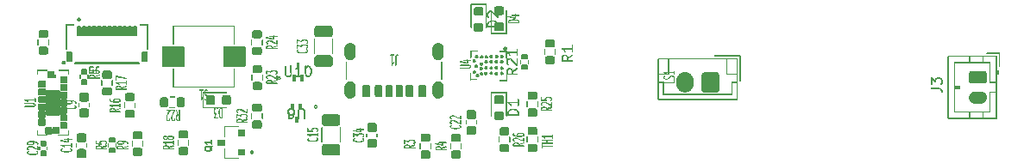
<source format=gto>
%MOIN*%
%OFA0B0*%
%FSLAX36Y36*%
%IPPOS*%
%LPD*%
G36*
X000702307Y000223564D02*
G01*
X000702186Y000224324D01*
X000701837Y000225011D01*
X000701292Y000225554D01*
X000700606Y000225905D01*
X000699846Y000226024D01*
X000699086Y000225905D01*
X000680338Y000219342D01*
X000679652Y000218993D01*
X000679107Y000218449D01*
X000678758Y000217763D01*
X000678637Y000217003D01*
X000678758Y000216242D01*
X000679107Y000215556D01*
X000679652Y000215012D01*
X000680338Y000214663D01*
X000681098Y000214542D01*
X000681859Y000214663D01*
X000700606Y000221224D01*
X000701292Y000221573D01*
X000701837Y000222118D01*
X000702186Y000222803D01*
X000702307Y000223564D01*
G37*
G36*
X000702307Y000212315D02*
G01*
X000702186Y000213076D01*
X000701837Y000213762D01*
X000701292Y000214307D01*
X000700606Y000214655D01*
X000699846Y000214776D01*
X000660476Y000214776D01*
X000659716Y000214655D01*
X000659029Y000214307D01*
X000658485Y000213762D01*
X000658136Y000213076D01*
X000658015Y000212315D01*
X000658136Y000211555D01*
X000658485Y000210870D01*
X000659029Y000210325D01*
X000659716Y000209975D01*
X000660476Y000209855D01*
X000699846Y000209855D01*
X000700606Y000209975D01*
X000701292Y000210325D01*
X000701837Y000210870D01*
X000702186Y000211555D01*
X000702307Y000212315D01*
G37*
G36*
X000662937Y000219814D02*
G01*
X000662816Y000220575D01*
X000662466Y000221260D01*
X000661922Y000221805D01*
X000661236Y000222155D01*
X000660476Y000222275D01*
X000659716Y000222155D01*
X000659029Y000221805D01*
X000658485Y000221260D01*
X000658136Y000220575D01*
X000658015Y000219814D01*
X000658015Y000212315D01*
X000658136Y000211555D01*
X000658485Y000210870D01*
X000659029Y000210325D01*
X000659716Y000209975D01*
X000660476Y000209855D01*
X000661236Y000209975D01*
X000661922Y000210325D01*
X000662466Y000210870D01*
X000662816Y000211555D01*
X000662937Y000212315D01*
X000662937Y000219814D01*
G37*
G36*
X000664811Y000221690D02*
G01*
X000664691Y000222450D01*
X000664341Y000223135D01*
X000663796Y000223680D01*
X000663111Y000224030D01*
X000662351Y000224150D01*
X000661590Y000224030D01*
X000660904Y000223680D01*
X000658485Y000221260D01*
X000658136Y000220575D01*
X000658015Y000219814D01*
X000658136Y000219054D01*
X000658485Y000218368D01*
X000659029Y000217824D01*
X000659716Y000217475D01*
X000660476Y000217354D01*
X000661236Y000217475D01*
X000661922Y000217824D01*
X000664341Y000220243D01*
X000664691Y000220929D01*
X000664811Y000221690D01*
G37*
G36*
X000666686Y000222627D02*
G01*
X000666565Y000223387D01*
X000666216Y000224073D01*
X000665672Y000224617D01*
X000664986Y000224967D01*
X000664225Y000225087D01*
X000663465Y000224967D01*
X000661590Y000224030D01*
X000660904Y000223680D01*
X000660360Y000223135D01*
X000660010Y000222450D01*
X000659890Y000221690D01*
X000660010Y000220929D01*
X000660360Y000220243D01*
X000660904Y000219698D01*
X000661590Y000219350D01*
X000662351Y000219229D01*
X000663111Y000219350D01*
X000664986Y000220287D01*
X000665672Y000220636D01*
X000666216Y000221180D01*
X000666565Y000221866D01*
X000666686Y000222627D01*
G37*
G36*
X000670436Y000223564D02*
G01*
X000670315Y000224324D01*
X000669966Y000225011D01*
X000669422Y000225554D01*
X000668735Y000225905D01*
X000667975Y000226024D01*
X000667215Y000225905D01*
X000663465Y000224967D01*
X000662779Y000224617D01*
X000662235Y000224073D01*
X000661885Y000223387D01*
X000661765Y000222627D01*
X000661885Y000221866D01*
X000662235Y000221180D01*
X000662779Y000220636D01*
X000663465Y000220287D01*
X000664225Y000220166D01*
X000664986Y000220287D01*
X000668735Y000221224D01*
X000669422Y000221573D01*
X000669966Y000222118D01*
X000670315Y000222803D01*
X000670436Y000223564D01*
G37*
G36*
X000676060Y000223564D02*
G01*
X000675940Y000224324D01*
X000675590Y000225011D01*
X000675045Y000225554D01*
X000674360Y000225905D01*
X000673600Y000226024D01*
X000667975Y000226024D01*
X000667215Y000225905D01*
X000666529Y000225554D01*
X000665985Y000225011D01*
X000665635Y000224324D01*
X000665514Y000223564D01*
X000665635Y000222803D01*
X000665985Y000222118D01*
X000666529Y000221573D01*
X000667215Y000221224D01*
X000667975Y000221103D01*
X000673600Y000221103D01*
X000674360Y000221224D01*
X000675045Y000221573D01*
X000675590Y000222118D01*
X000675940Y000222803D01*
X000676060Y000223564D01*
G37*
G36*
X000679809Y000222627D02*
G01*
X000679688Y000223387D01*
X000679339Y000224073D01*
X000678795Y000224617D01*
X000678109Y000224967D01*
X000674360Y000225905D01*
X000673600Y000226024D01*
X000672838Y000225905D01*
X000672153Y000225554D01*
X000671608Y000225011D01*
X000671259Y000224324D01*
X000671139Y000223564D01*
X000671259Y000222803D01*
X000671608Y000222118D01*
X000672153Y000221573D01*
X000672838Y000221224D01*
X000676589Y000220287D01*
X000677349Y000220166D01*
X000678109Y000220287D01*
X000678795Y000220636D01*
X000679339Y000221180D01*
X000679688Y000221866D01*
X000679809Y000222627D01*
G37*
G36*
X000681684Y000221690D02*
G01*
X000681564Y000222450D01*
X000681215Y000223135D01*
X000680669Y000223680D01*
X000679984Y000224030D01*
X000678109Y000224967D01*
X000677349Y000225087D01*
X000676589Y000224967D01*
X000675902Y000224617D01*
X000675358Y000224073D01*
X000675009Y000223387D01*
X000674888Y000222627D01*
X000675009Y000221866D01*
X000675358Y000221180D01*
X000675902Y000220636D01*
X000676589Y000220287D01*
X000678463Y000219350D01*
X000679224Y000219229D01*
X000679984Y000219350D01*
X000680669Y000219698D01*
X000681215Y000220243D01*
X000681564Y000220929D01*
X000681684Y000221690D01*
G37*
G36*
X000683559Y000219814D02*
G01*
X000683438Y000220575D01*
X000683089Y000221260D01*
X000680669Y000223680D01*
X000679984Y000224030D01*
X000679224Y000224150D01*
X000678463Y000224030D01*
X000677777Y000223680D01*
X000677233Y000223135D01*
X000676883Y000222450D01*
X000676763Y000221690D01*
X000676883Y000220929D01*
X000677233Y000220243D01*
X000679652Y000217824D01*
X000680338Y000217475D01*
X000681098Y000217354D01*
X000681859Y000217475D01*
X000682544Y000217824D01*
X000683089Y000218368D01*
X000683438Y000219054D01*
X000683559Y000219814D01*
G37*
G36*
X000683559Y000219814D02*
G01*
X000683438Y000220575D01*
X000683089Y000221260D01*
X000682544Y000221805D01*
X000681859Y000222155D01*
X000681098Y000222275D01*
X000680338Y000222155D01*
X000679652Y000221805D01*
X000679107Y000221260D01*
X000678758Y000220575D01*
X000678637Y000219814D01*
X000678637Y000212315D01*
X000678758Y000211555D01*
X000679107Y000210870D01*
X000679652Y000210325D01*
X000680338Y000209975D01*
X000681098Y000209855D01*
X000681859Y000209975D01*
X000682544Y000210325D01*
X000683089Y000210870D01*
X000683438Y000211555D01*
X000683559Y000212315D01*
X000683559Y000219814D01*
G37*
G36*
X000702307Y000242312D02*
G01*
X000702186Y000243072D01*
X000701837Y000243758D01*
X000701292Y000244302D01*
X000700606Y000244652D01*
X000699846Y000244772D01*
X000699086Y000244652D01*
X000698399Y000244302D01*
X000697855Y000243758D01*
X000697506Y000243072D01*
X000697385Y000242312D01*
X000697385Y000231063D01*
X000697506Y000230303D01*
X000697855Y000229616D01*
X000698399Y000229073D01*
X000699086Y000228723D01*
X000699846Y000228603D01*
X000700606Y000228723D01*
X000701292Y000229073D01*
X000701837Y000229616D01*
X000702186Y000230303D01*
X000702307Y000231063D01*
X000702307Y000242312D01*
G37*
G36*
X000702307Y000236688D02*
G01*
X000702186Y000237448D01*
X000701837Y000238134D01*
X000701292Y000238678D01*
X000700606Y000239027D01*
X000699846Y000239148D01*
X000660476Y000239148D01*
X000659716Y000239027D01*
X000659029Y000238678D01*
X000658485Y000238134D01*
X000658136Y000237448D01*
X000658015Y000236688D01*
X000658136Y000235928D01*
X000658485Y000235241D01*
X000659029Y000234697D01*
X000659716Y000234348D01*
X000660476Y000234227D01*
X000699846Y000234227D01*
X000700606Y000234348D01*
X000701292Y000234697D01*
X000701837Y000235241D01*
X000702186Y000235928D01*
X000702307Y000236688D01*
G37*
G36*
X000668561Y000234813D02*
G01*
X000668440Y000235573D01*
X000668090Y000236259D01*
X000667547Y000236803D01*
X000666860Y000237152D01*
X000661236Y000239027D01*
X000660476Y000239148D01*
X000659716Y000239027D01*
X000659029Y000238678D01*
X000658485Y000238134D01*
X000658136Y000237448D01*
X000658015Y000236688D01*
X000658136Y000235928D01*
X000658485Y000235241D01*
X000659029Y000234697D01*
X000659716Y000234348D01*
X000665340Y000232472D01*
X000666100Y000232352D01*
X000666860Y000232472D01*
X000667547Y000232822D01*
X000668090Y000233366D01*
X000668440Y000234052D01*
X000668561Y000234813D01*
G37*
G36*
X000672310Y000232938D02*
G01*
X000672190Y000233699D01*
X000671840Y000234384D01*
X000671296Y000234929D01*
X000670609Y000235278D01*
X000666860Y000237152D01*
X000666100Y000237273D01*
X000665340Y000237152D01*
X000664653Y000236803D01*
X000664109Y000236259D01*
X000663760Y000235573D01*
X000663639Y000234813D01*
X000663760Y000234052D01*
X000664109Y000233366D01*
X000664653Y000232822D01*
X000665340Y000232472D01*
X000669089Y000230597D01*
X000669849Y000230477D01*
X000670609Y000230597D01*
X000671296Y000230948D01*
X000671840Y000231492D01*
X000672190Y000232178D01*
X000672310Y000232938D01*
G37*
G36*
X000674185Y000231063D02*
G01*
X000674065Y000231824D01*
X000673715Y000232510D01*
X000673171Y000233054D01*
X000671296Y000234929D01*
X000670609Y000235278D01*
X000669849Y000235399D01*
X000669089Y000235278D01*
X000668403Y000234929D01*
X000667859Y000234384D01*
X000667509Y000233699D01*
X000667388Y000232938D01*
X000667509Y000232178D01*
X000667859Y000231492D01*
X000668403Y000230948D01*
X000670278Y000229073D01*
X000670964Y000228723D01*
X000671724Y000228603D01*
X000672485Y000228723D01*
X000673171Y000229073D01*
X000673715Y000229616D01*
X000674065Y000230303D01*
X000674185Y000231063D01*
G37*
G36*
X000679809Y000253561D02*
G01*
X000679688Y000254321D01*
X000679339Y000255007D01*
X000678795Y000255551D01*
X000678109Y000255900D01*
X000677349Y000256021D01*
X000676589Y000255900D01*
X000675902Y000255551D01*
X000675358Y000255007D01*
X000673483Y000253132D01*
X000673133Y000252446D01*
X000673014Y000251685D01*
X000673133Y000250925D01*
X000673483Y000250240D01*
X000674028Y000249695D01*
X000674713Y000249345D01*
X000675474Y000249225D01*
X000676235Y000249345D01*
X000676920Y000249695D01*
X000677465Y000250240D01*
X000679339Y000252114D01*
X000679688Y000252800D01*
X000679809Y000253561D01*
G37*
G36*
X000677935Y000251685D02*
G01*
X000677814Y000252446D01*
X000677465Y000253132D01*
X000676920Y000253677D01*
X000676235Y000254025D01*
X000675474Y000254146D01*
X000674713Y000254025D01*
X000672838Y000253088D01*
X000672153Y000252739D01*
X000671608Y000252195D01*
X000671259Y000251509D01*
X000671139Y000250748D01*
X000671259Y000249988D01*
X000671608Y000249301D01*
X000672153Y000248758D01*
X000672838Y000248408D01*
X000673600Y000248288D01*
X000674360Y000248408D01*
X000676235Y000249345D01*
X000676920Y000249695D01*
X000677465Y000250240D01*
X000677814Y000250925D01*
X000677935Y000251685D01*
G37*
G36*
X000676060Y000250748D02*
G01*
X000675940Y000251509D01*
X000675590Y000252195D01*
X000675045Y000252739D01*
X000674360Y000253088D01*
X000673600Y000253209D01*
X000672838Y000253088D01*
X000669089Y000252151D01*
X000668403Y000251802D01*
X000667859Y000251257D01*
X000667509Y000250572D01*
X000667388Y000249811D01*
X000667509Y000249051D01*
X000667859Y000248364D01*
X000668403Y000247820D01*
X000669089Y000247470D01*
X000669849Y000247350D01*
X000670609Y000247470D01*
X000674360Y000248408D01*
X000675045Y000248758D01*
X000675590Y000249301D01*
X000675940Y000249988D01*
X000676060Y000250748D01*
G37*
G36*
X000672310Y000249811D02*
G01*
X000672190Y000250572D01*
X000671840Y000251257D01*
X000671296Y000251802D01*
X000670609Y000252151D01*
X000669849Y000252272D01*
X000667975Y000252272D01*
X000667215Y000252151D01*
X000666529Y000251802D01*
X000665985Y000251257D01*
X000665635Y000250572D01*
X000665514Y000249811D01*
X000665635Y000249051D01*
X000665985Y000248364D01*
X000666529Y000247820D01*
X000667215Y000247470D01*
X000667975Y000247350D01*
X000669849Y000247350D01*
X000670609Y000247470D01*
X000671296Y000247820D01*
X000671840Y000248364D01*
X000672190Y000249051D01*
X000672310Y000249811D01*
G37*
G36*
X000670436Y000249811D02*
G01*
X000670315Y000250572D01*
X000669966Y000251257D01*
X000669422Y000251802D01*
X000668735Y000252151D01*
X000664986Y000253088D01*
X000664225Y000253209D01*
X000663465Y000253088D01*
X000662779Y000252739D01*
X000662235Y000252195D01*
X000661885Y000251509D01*
X000661765Y000250748D01*
X000661885Y000249988D01*
X000662235Y000249301D01*
X000662779Y000248758D01*
X000663465Y000248408D01*
X000667215Y000247470D01*
X000667975Y000247350D01*
X000668735Y000247470D01*
X000669422Y000247820D01*
X000669966Y000248364D01*
X000670315Y000249051D01*
X000670436Y000249811D01*
G37*
G36*
X000666686Y000250748D02*
G01*
X000666565Y000251509D01*
X000666216Y000252195D01*
X000665672Y000252739D01*
X000664986Y000253088D01*
X000663111Y000254025D01*
X000662351Y000254146D01*
X000661590Y000254025D01*
X000660904Y000253677D01*
X000660360Y000253132D01*
X000660010Y000252446D01*
X000659890Y000251685D01*
X000660010Y000250925D01*
X000660360Y000250240D01*
X000660904Y000249695D01*
X000661590Y000249345D01*
X000663465Y000248408D01*
X000664225Y000248288D01*
X000664986Y000248408D01*
X000665672Y000248758D01*
X000666216Y000249301D01*
X000666565Y000249988D01*
X000666686Y000250748D01*
G37*
G36*
X000664811Y000251685D02*
G01*
X000664691Y000252446D01*
X000664341Y000253132D01*
X000662466Y000255007D01*
X000661922Y000255551D01*
X000661236Y000255900D01*
X000660476Y000256021D01*
X000659716Y000255900D01*
X000659029Y000255551D01*
X000658485Y000255007D01*
X000658136Y000254321D01*
X000658015Y000253561D01*
X000658136Y000252800D01*
X000658485Y000252114D01*
X000660360Y000250240D01*
X000660904Y000249695D01*
X000661590Y000249345D01*
X000662351Y000249225D01*
X000663111Y000249345D01*
X000663796Y000249695D01*
X000664341Y000250240D01*
X000664691Y000250925D01*
X000664811Y000251685D01*
G37*
G36*
X000662937Y000257310D02*
G01*
X000662816Y000258070D01*
X000662466Y000258756D01*
X000661922Y000259300D01*
X000661236Y000259650D01*
X000660476Y000259770D01*
X000659716Y000259650D01*
X000659029Y000259300D01*
X000658485Y000258756D01*
X000658136Y000258070D01*
X000658015Y000257310D01*
X000658015Y000253561D01*
X000658136Y000252800D01*
X000658485Y000252114D01*
X000659029Y000251570D01*
X000659716Y000251220D01*
X000660476Y000251100D01*
X000661236Y000251220D01*
X000661922Y000251570D01*
X000662466Y000252114D01*
X000662816Y000252800D01*
X000662937Y000253561D01*
X000662937Y000257310D01*
G37*
G36*
X000664811Y000259185D02*
G01*
X000664691Y000259945D01*
X000664341Y000260630D01*
X000663796Y000261175D01*
X000663111Y000261525D01*
X000662351Y000261645D01*
X000661590Y000261525D01*
X000660904Y000261175D01*
X000660360Y000260630D01*
X000658485Y000258756D01*
X000658136Y000258070D01*
X000658015Y000257310D01*
X000658136Y000256550D01*
X000658485Y000255864D01*
X000659029Y000255319D01*
X000659716Y000254970D01*
X000660476Y000254849D01*
X000661236Y000254970D01*
X000661922Y000255319D01*
X000662466Y000255864D01*
X000664341Y000257738D01*
X000664691Y000258424D01*
X000664811Y000259185D01*
G37*
G36*
X000666686Y000260122D02*
G01*
X000666565Y000260882D01*
X000666216Y000261568D01*
X000665672Y000262112D01*
X000664986Y000262462D01*
X000664225Y000262582D01*
X000663465Y000262462D01*
X000661590Y000261525D01*
X000660904Y000261175D01*
X000660360Y000260630D01*
X000660010Y000259945D01*
X000659890Y000259185D01*
X000660010Y000258424D01*
X000660360Y000257738D01*
X000660904Y000257194D01*
X000661590Y000256845D01*
X000662351Y000256724D01*
X000663111Y000256845D01*
X000664986Y000257782D01*
X000665672Y000258131D01*
X000666216Y000258676D01*
X000666565Y000259361D01*
X000666686Y000260122D01*
G37*
G36*
X000670436Y000261060D02*
G01*
X000670315Y000261820D01*
X000669966Y000262505D01*
X000669422Y000263050D01*
X000668735Y000263400D01*
X000667975Y000263520D01*
X000667215Y000263400D01*
X000663465Y000262462D01*
X000662779Y000262112D01*
X000662235Y000261568D01*
X000661885Y000260882D01*
X000661765Y000260122D01*
X000661885Y000259361D01*
X000662235Y000258676D01*
X000662779Y000258131D01*
X000663465Y000257782D01*
X000664225Y000257661D01*
X000664986Y000257782D01*
X000668735Y000258720D01*
X000669422Y000259068D01*
X000669966Y000259613D01*
X000670315Y000260299D01*
X000670436Y000261060D01*
G37*
G36*
X000672310Y000261060D02*
G01*
X000672190Y000261820D01*
X000671840Y000262505D01*
X000671296Y000263050D01*
X000670609Y000263400D01*
X000669849Y000263520D01*
X000667975Y000263520D01*
X000667215Y000263400D01*
X000666529Y000263050D01*
X000665985Y000262505D01*
X000665635Y000261820D01*
X000665514Y000261060D01*
X000665635Y000260299D01*
X000665985Y000259613D01*
X000666529Y000259068D01*
X000667215Y000258720D01*
X000667975Y000258599D01*
X000669849Y000258599D01*
X000670609Y000258720D01*
X000671296Y000259068D01*
X000671840Y000259613D01*
X000672190Y000260299D01*
X000672310Y000261060D01*
G37*
G36*
X000676060Y000260122D02*
G01*
X000675940Y000260882D01*
X000675590Y000261568D01*
X000675045Y000262112D01*
X000674360Y000262462D01*
X000670609Y000263400D01*
X000669849Y000263520D01*
X000669089Y000263400D01*
X000668403Y000263050D01*
X000667859Y000262505D01*
X000667509Y000261820D01*
X000667388Y000261060D01*
X000667509Y000260299D01*
X000667859Y000259613D01*
X000668403Y000259068D01*
X000669089Y000258720D01*
X000672838Y000257782D01*
X000673600Y000257661D01*
X000674360Y000257782D01*
X000675045Y000258131D01*
X000675590Y000258676D01*
X000675940Y000259361D01*
X000676060Y000260122D01*
G37*
G36*
X000677935Y000259185D02*
G01*
X000677814Y000259945D01*
X000677465Y000260630D01*
X000676920Y000261175D01*
X000676235Y000261525D01*
X000674360Y000262462D01*
X000673600Y000262582D01*
X000672838Y000262462D01*
X000672153Y000262112D01*
X000671608Y000261568D01*
X000671259Y000260882D01*
X000671139Y000260122D01*
X000671259Y000259361D01*
X000671608Y000258676D01*
X000672153Y000258131D01*
X000672838Y000257782D01*
X000674713Y000256845D01*
X000675474Y000256724D01*
X000676235Y000256845D01*
X000676920Y000257194D01*
X000677465Y000257738D01*
X000677814Y000258424D01*
X000677935Y000259185D01*
G37*
G36*
X000679809Y000257310D02*
G01*
X000679688Y000258070D01*
X000679339Y000258756D01*
X000677465Y000260630D01*
X000676920Y000261175D01*
X000676235Y000261525D01*
X000675474Y000261645D01*
X000674713Y000261525D01*
X000674028Y000261175D01*
X000673483Y000260630D01*
X000673133Y000259945D01*
X000673014Y000259185D01*
X000673133Y000258424D01*
X000673483Y000257738D01*
X000675358Y000255864D01*
X000675902Y000255319D01*
X000676589Y000254970D01*
X000677349Y000254849D01*
X000678109Y000254970D01*
X000678795Y000255319D01*
X000679339Y000255864D01*
X000679688Y000256550D01*
X000679809Y000257310D01*
G37*
G36*
X000679809Y000257310D02*
G01*
X000679688Y000258070D01*
X000679339Y000258756D01*
X000678795Y000259300D01*
X000678109Y000259650D01*
X000677349Y000259770D01*
X000676589Y000259650D01*
X000675902Y000259300D01*
X000675358Y000258756D01*
X000675009Y000258070D01*
X000674888Y000257310D01*
X000674888Y000253561D01*
X000675009Y000252800D01*
X000675358Y000252114D01*
X000675902Y000251570D01*
X000676589Y000251220D01*
X000677349Y000251100D01*
X000678109Y000251220D01*
X000678795Y000251570D01*
X000679339Y000252114D01*
X000679688Y000252800D01*
X000679809Y000253561D01*
X000679809Y000257310D01*
G37*
G36*
X000681684Y000251685D02*
G01*
X000681564Y000252446D01*
X000681215Y000253132D01*
X000678795Y000255551D01*
X000678109Y000255900D01*
X000677349Y000256021D01*
X000676589Y000255900D01*
X000675902Y000255551D01*
X000675358Y000255007D01*
X000675009Y000254321D01*
X000674888Y000253561D01*
X000675009Y000252800D01*
X000675358Y000252114D01*
X000677233Y000250240D01*
X000677777Y000249695D01*
X000678463Y000249345D01*
X000679224Y000249225D01*
X000679984Y000249345D01*
X000680669Y000249695D01*
X000681215Y000250240D01*
X000681564Y000250925D01*
X000681684Y000251685D01*
G37*
G36*
X000683559Y000250748D02*
G01*
X000683438Y000251509D01*
X000683089Y000252195D01*
X000682544Y000252739D01*
X000681859Y000253088D01*
X000679984Y000254025D01*
X000679224Y000254146D01*
X000678463Y000254025D01*
X000677777Y000253677D01*
X000677233Y000253132D01*
X000676883Y000252446D01*
X000676763Y000251685D01*
X000676883Y000250925D01*
X000677233Y000250240D01*
X000677777Y000249695D01*
X000678463Y000249345D01*
X000680338Y000248408D01*
X000681098Y000248288D01*
X000681859Y000248408D01*
X000682544Y000248758D01*
X000683089Y000249301D01*
X000683438Y000249988D01*
X000683559Y000250748D01*
G37*
G36*
X000687309Y000249811D02*
G01*
X000687188Y000250572D01*
X000686838Y000251257D01*
X000686294Y000251802D01*
X000685608Y000252151D01*
X000681859Y000253088D01*
X000681098Y000253209D01*
X000680338Y000253088D01*
X000679652Y000252739D01*
X000679107Y000252195D01*
X000678758Y000251509D01*
X000678637Y000250748D01*
X000678758Y000249988D01*
X000679107Y000249301D01*
X000679652Y000248758D01*
X000680338Y000248408D01*
X000684088Y000247470D01*
X000684848Y000247350D01*
X000685608Y000247470D01*
X000686294Y000247820D01*
X000686838Y000248364D01*
X000687188Y000249051D01*
X000687309Y000249811D01*
G37*
G36*
X000694807Y000249811D02*
G01*
X000694687Y000250572D01*
X000694337Y000251257D01*
X000693793Y000251802D01*
X000693107Y000252151D01*
X000692346Y000252272D01*
X000684848Y000252272D01*
X000684088Y000252151D01*
X000683402Y000251802D01*
X000682857Y000251257D01*
X000682508Y000250572D01*
X000682387Y000249811D01*
X000682508Y000249051D01*
X000682857Y000248364D01*
X000683402Y000247820D01*
X000684088Y000247470D01*
X000684848Y000247350D01*
X000692346Y000247350D01*
X000693107Y000247470D01*
X000693793Y000247820D01*
X000694337Y000248364D01*
X000694687Y000249051D01*
X000694807Y000249811D01*
G37*
G36*
X000698557Y000250748D02*
G01*
X000698437Y000251509D01*
X000698087Y000252195D01*
X000697542Y000252739D01*
X000696857Y000253088D01*
X000696097Y000253209D01*
X000695336Y000253088D01*
X000691586Y000252151D01*
X000690901Y000251802D01*
X000690356Y000251257D01*
X000690007Y000250572D01*
X000689886Y000249811D01*
X000690007Y000249051D01*
X000690356Y000248364D01*
X000690901Y000247820D01*
X000691586Y000247470D01*
X000692346Y000247350D01*
X000693107Y000247470D01*
X000696857Y000248408D01*
X000697542Y000248758D01*
X000698087Y000249301D01*
X000698437Y000249988D01*
X000698557Y000250748D01*
G37*
G36*
X000700432Y000251685D02*
G01*
X000700312Y000252446D01*
X000699962Y000253132D01*
X000699417Y000253677D01*
X000698732Y000254025D01*
X000697972Y000254146D01*
X000697211Y000254025D01*
X000695336Y000253088D01*
X000694650Y000252739D01*
X000694106Y000252195D01*
X000693756Y000251509D01*
X000693636Y000250748D01*
X000693756Y000249988D01*
X000694106Y000249301D01*
X000694650Y000248758D01*
X000695336Y000248408D01*
X000696097Y000248288D01*
X000696857Y000248408D01*
X000698732Y000249345D01*
X000699417Y000249695D01*
X000699962Y000250240D01*
X000700312Y000250925D01*
X000700432Y000251685D01*
G37*
G36*
X000702307Y000253561D02*
G01*
X000702186Y000254321D01*
X000701837Y000255007D01*
X000701292Y000255551D01*
X000700606Y000255900D01*
X000699846Y000256021D01*
X000699086Y000255900D01*
X000698399Y000255551D01*
X000697855Y000255007D01*
X000695980Y000253132D01*
X000695631Y000252446D01*
X000695511Y000251685D01*
X000695631Y000250925D01*
X000695980Y000250240D01*
X000696525Y000249695D01*
X000697211Y000249345D01*
X000697972Y000249225D01*
X000698732Y000249345D01*
X000699417Y000249695D01*
X000701292Y000251570D01*
X000701837Y000252114D01*
X000702186Y000252800D01*
X000702307Y000253561D01*
G37*
G36*
X000702307Y000257310D02*
G01*
X000702186Y000258070D01*
X000701837Y000258756D01*
X000701292Y000259300D01*
X000700606Y000259650D01*
X000699846Y000259770D01*
X000699086Y000259650D01*
X000698399Y000259300D01*
X000697855Y000258756D01*
X000697506Y000258070D01*
X000697385Y000257310D01*
X000697385Y000253561D01*
X000697506Y000252800D01*
X000697855Y000252114D01*
X000698399Y000251570D01*
X000699086Y000251220D01*
X000699846Y000251100D01*
X000700606Y000251220D01*
X000701292Y000251570D01*
X000701837Y000252114D01*
X000702186Y000252800D01*
X000702307Y000253561D01*
X000702307Y000257310D01*
G37*
G36*
X000702307Y000257310D02*
G01*
X000702186Y000258070D01*
X000701837Y000258756D01*
X000701292Y000259300D01*
X000699417Y000261175D01*
X000698732Y000261525D01*
X000697972Y000261645D01*
X000697211Y000261525D01*
X000696525Y000261175D01*
X000695980Y000260630D01*
X000695631Y000259945D01*
X000695511Y000259185D01*
X000695631Y000258424D01*
X000695980Y000257738D01*
X000697855Y000255864D01*
X000698399Y000255319D01*
X000699086Y000254970D01*
X000699846Y000254849D01*
X000700606Y000254970D01*
X000701292Y000255319D01*
X000701837Y000255864D01*
X000702186Y000256550D01*
X000702307Y000257310D01*
G37*
G36*
X000700432Y000259185D02*
G01*
X000700312Y000259945D01*
X000699962Y000260630D01*
X000699417Y000261175D01*
X000698732Y000261525D01*
X000696857Y000262462D01*
X000696097Y000262582D01*
X000695336Y000262462D01*
X000694650Y000262112D01*
X000694106Y000261568D01*
X000693756Y000260882D01*
X000693636Y000260122D01*
X000693756Y000259361D01*
X000694106Y000258676D01*
X000694650Y000258131D01*
X000695336Y000257782D01*
X000697211Y000256845D01*
X000697972Y000256724D01*
X000698732Y000256845D01*
X000699417Y000257194D01*
X000699962Y000257738D01*
X000700312Y000258424D01*
X000700432Y000259185D01*
G37*
G36*
X000698557Y000260122D02*
G01*
X000698437Y000260882D01*
X000698087Y000261568D01*
X000697542Y000262112D01*
X000696857Y000262462D01*
X000693107Y000263400D01*
X000692346Y000263520D01*
X000691586Y000263400D01*
X000690901Y000263050D01*
X000690356Y000262505D01*
X000690007Y000261820D01*
X000689886Y000261060D01*
X000690007Y000260299D01*
X000690356Y000259613D01*
X000690901Y000259068D01*
X000691586Y000258720D01*
X000695336Y000257782D01*
X000696097Y000257661D01*
X000696857Y000257782D01*
X000697542Y000258131D01*
X000698087Y000258676D01*
X000698437Y000259361D01*
X000698557Y000260122D01*
G37*
G36*
X000694807Y000261060D02*
G01*
X000694687Y000261820D01*
X000694337Y000262505D01*
X000693793Y000263050D01*
X000693107Y000263400D01*
X000692346Y000263520D01*
X000684848Y000263520D01*
X000684088Y000263400D01*
X000683402Y000263050D01*
X000682857Y000262505D01*
X000682508Y000261820D01*
X000682387Y000261060D01*
X000682508Y000260299D01*
X000682857Y000259613D01*
X000683402Y000259068D01*
X000684088Y000258720D01*
X000684848Y000258599D01*
X000692346Y000258599D01*
X000693107Y000258720D01*
X000693793Y000259068D01*
X000694337Y000259613D01*
X000694687Y000260299D01*
X000694807Y000261060D01*
G37*
G36*
X000687309Y000261060D02*
G01*
X000687188Y000261820D01*
X000686838Y000262505D01*
X000686294Y000263050D01*
X000685608Y000263400D01*
X000684848Y000263520D01*
X000684088Y000263400D01*
X000680338Y000262462D01*
X000679652Y000262112D01*
X000679107Y000261568D01*
X000678758Y000260882D01*
X000678637Y000260122D01*
X000678758Y000259361D01*
X000679107Y000258676D01*
X000679652Y000258131D01*
X000680338Y000257782D01*
X000681098Y000257661D01*
X000681859Y000257782D01*
X000685608Y000258720D01*
X000686294Y000259068D01*
X000686838Y000259613D01*
X000687188Y000260299D01*
X000687309Y000261060D01*
G37*
G36*
X000683559Y000260122D02*
G01*
X000683438Y000260882D01*
X000683089Y000261568D01*
X000682544Y000262112D01*
X000681859Y000262462D01*
X000681098Y000262582D01*
X000680338Y000262462D01*
X000678463Y000261525D01*
X000677777Y000261175D01*
X000677233Y000260630D01*
X000676883Y000259945D01*
X000676763Y000259185D01*
X000676883Y000258424D01*
X000677233Y000257738D01*
X000677777Y000257194D01*
X000678463Y000256845D01*
X000679224Y000256724D01*
X000679984Y000256845D01*
X000681859Y000257782D01*
X000682544Y000258131D01*
X000683089Y000258676D01*
X000683438Y000259361D01*
X000683559Y000260122D01*
G37*
G36*
X000681684Y000259185D02*
G01*
X000681564Y000259945D01*
X000681215Y000260630D01*
X000680669Y000261175D01*
X000679984Y000261525D01*
X000679224Y000261645D01*
X000678463Y000261525D01*
X000677777Y000261175D01*
X000677233Y000260630D01*
X000675358Y000258756D01*
X000675009Y000258070D01*
X000674888Y000257310D01*
X000675009Y000256550D01*
X000675358Y000255864D01*
X000675902Y000255319D01*
X000676589Y000254970D01*
X000677349Y000254849D01*
X000678109Y000254970D01*
X000678795Y000255319D01*
X000679339Y000255864D01*
X000681215Y000257738D01*
X000681564Y000258424D01*
X000681684Y000259185D01*
G37*
G36*
X001755456Y000220142D02*
G01*
X001755336Y000220902D01*
X001754987Y000221589D01*
X001754442Y000222133D01*
X001753756Y000222483D01*
X001752995Y000222603D01*
X001752235Y000222483D01*
X001733487Y000215921D01*
X001732802Y000215572D01*
X001732257Y000215027D01*
X001731907Y000214341D01*
X001731787Y000213581D01*
X001731907Y000212821D01*
X001732257Y000212134D01*
X001732802Y000211591D01*
X001733487Y000211241D01*
X001734248Y000211120D01*
X001735008Y000211241D01*
X001753756Y000217802D01*
X001754442Y000218151D01*
X001754987Y000218696D01*
X001755336Y000219382D01*
X001755456Y000220142D01*
G37*
G36*
X001755456Y000208894D02*
G01*
X001755336Y000209655D01*
X001754987Y000210341D01*
X001754442Y000210885D01*
X001753756Y000211235D01*
X001752995Y000211355D01*
X001713625Y000211355D01*
X001712865Y000211235D01*
X001712179Y000210885D01*
X001711635Y000210341D01*
X001711285Y000209655D01*
X001711164Y000208894D01*
X001711285Y000208133D01*
X001711635Y000207448D01*
X001712179Y000206903D01*
X001712865Y000206553D01*
X001713625Y000206434D01*
X001752995Y000206434D01*
X001753756Y000206553D01*
X001754442Y000206903D01*
X001754987Y000207448D01*
X001755336Y000208133D01*
X001755456Y000208894D01*
G37*
G36*
X001716086Y000216393D02*
G01*
X001715966Y000217154D01*
X001715617Y000217840D01*
X001715072Y000218384D01*
X001714386Y000218733D01*
X001713625Y000218854D01*
X001712865Y000218733D01*
X001712179Y000218384D01*
X001711635Y000217840D01*
X001711285Y000217154D01*
X001711164Y000216393D01*
X001711164Y000208894D01*
X001711285Y000208133D01*
X001711635Y000207448D01*
X001712179Y000206903D01*
X001712865Y000206553D01*
X001713625Y000206434D01*
X001714386Y000206553D01*
X001715072Y000206903D01*
X001715617Y000207448D01*
X001715966Y000208133D01*
X001716086Y000208894D01*
X001716086Y000216393D01*
G37*
G36*
X001717961Y000218268D02*
G01*
X001717840Y000219028D01*
X001717491Y000219714D01*
X001716947Y000220259D01*
X001716261Y000220608D01*
X001715500Y000220729D01*
X001714740Y000220608D01*
X001714054Y000220259D01*
X001711635Y000217840D01*
X001711285Y000217154D01*
X001711164Y000216393D01*
X001711285Y000215633D01*
X001711635Y000214947D01*
X001712179Y000214403D01*
X001712865Y000214053D01*
X001713625Y000213933D01*
X001714386Y000214053D01*
X001715072Y000214403D01*
X001717491Y000216822D01*
X001717840Y000217508D01*
X001717961Y000218268D01*
G37*
G36*
X001719836Y000219205D02*
G01*
X001719715Y000219965D01*
X001719366Y000220652D01*
X001718821Y000221196D01*
X001718136Y000221545D01*
X001717375Y000221666D01*
X001716615Y000221545D01*
X001714740Y000220608D01*
X001714054Y000220259D01*
X001713510Y000219714D01*
X001713160Y000219028D01*
X001713040Y000218268D01*
X001713160Y000217508D01*
X001713510Y000216822D01*
X001714054Y000216277D01*
X001714740Y000215928D01*
X001715500Y000215807D01*
X001716261Y000215928D01*
X001718136Y000216865D01*
X001718821Y000217214D01*
X001719366Y000217759D01*
X001719715Y000218445D01*
X001719836Y000219205D01*
G37*
G36*
X001723585Y000220142D02*
G01*
X001723465Y000220902D01*
X001723115Y000221589D01*
X001722570Y000222133D01*
X001721885Y000222483D01*
X001721125Y000222603D01*
X001720364Y000222483D01*
X001716615Y000221545D01*
X001715928Y000221196D01*
X001715385Y000220652D01*
X001715035Y000219965D01*
X001714915Y000219205D01*
X001715035Y000218445D01*
X001715385Y000217759D01*
X001715928Y000217214D01*
X001716615Y000216865D01*
X001717375Y000216744D01*
X001718136Y000216865D01*
X001721885Y000217802D01*
X001722570Y000218151D01*
X001723115Y000218696D01*
X001723465Y000219382D01*
X001723585Y000220142D01*
G37*
G36*
X001729210Y000220142D02*
G01*
X001729089Y000220902D01*
X001728740Y000221589D01*
X001728195Y000222133D01*
X001727509Y000222483D01*
X001726749Y000222603D01*
X001721125Y000222603D01*
X001720364Y000222483D01*
X001719678Y000222133D01*
X001719134Y000221589D01*
X001718785Y000220902D01*
X001718664Y000220142D01*
X001718785Y000219382D01*
X001719134Y000218696D01*
X001719678Y000218151D01*
X001720364Y000217802D01*
X001721125Y000217681D01*
X001726749Y000217681D01*
X001727509Y000217802D01*
X001728195Y000218151D01*
X001728740Y000218696D01*
X001729089Y000219382D01*
X001729210Y000220142D01*
G37*
G36*
X001732959Y000219205D02*
G01*
X001732839Y000219965D01*
X001732489Y000220652D01*
X001731944Y000221196D01*
X001731259Y000221545D01*
X001727509Y000222483D01*
X001726749Y000222603D01*
X001725989Y000222483D01*
X001725302Y000222133D01*
X001724758Y000221589D01*
X001724409Y000220902D01*
X001724289Y000220142D01*
X001724409Y000219382D01*
X001724758Y000218696D01*
X001725302Y000218151D01*
X001725989Y000217802D01*
X001729738Y000216865D01*
X001730498Y000216744D01*
X001731259Y000216865D01*
X001731944Y000217214D01*
X001732489Y000217759D01*
X001732839Y000218445D01*
X001732959Y000219205D01*
G37*
G36*
X001734833Y000218268D02*
G01*
X001734714Y000219028D01*
X001734364Y000219714D01*
X001733819Y000220259D01*
X001733134Y000220608D01*
X001731259Y000221545D01*
X001730498Y000221666D01*
X001729738Y000221545D01*
X001729052Y000221196D01*
X001728508Y000220652D01*
X001728158Y000219965D01*
X001728038Y000219205D01*
X001728158Y000218445D01*
X001728508Y000217759D01*
X001729052Y000217214D01*
X001729738Y000216865D01*
X001731612Y000215928D01*
X001732372Y000215807D01*
X001733134Y000215928D01*
X001733819Y000216277D01*
X001734364Y000216822D01*
X001734714Y000217508D01*
X001734833Y000218268D01*
G37*
G36*
X001736708Y000216393D02*
G01*
X001736588Y000217154D01*
X001736238Y000217840D01*
X001733819Y000220259D01*
X001733134Y000220608D01*
X001732372Y000220729D01*
X001731612Y000220608D01*
X001730927Y000220259D01*
X001730382Y000219714D01*
X001730033Y000219028D01*
X001729912Y000218268D01*
X001730033Y000217508D01*
X001730382Y000216822D01*
X001732802Y000214403D01*
X001733487Y000214053D01*
X001734248Y000213933D01*
X001735008Y000214053D01*
X001735694Y000214403D01*
X001736238Y000214947D01*
X001736588Y000215633D01*
X001736708Y000216393D01*
G37*
G36*
X001736708Y000216393D02*
G01*
X001736588Y000217154D01*
X001736238Y000217840D01*
X001735694Y000218384D01*
X001735008Y000218733D01*
X001734248Y000218854D01*
X001733487Y000218733D01*
X001732802Y000218384D01*
X001732257Y000217840D01*
X001731907Y000217154D01*
X001731787Y000216393D01*
X001731787Y000208894D01*
X001731907Y000208133D01*
X001732257Y000207448D01*
X001732802Y000206903D01*
X001733487Y000206553D01*
X001734248Y000206434D01*
X001735008Y000206553D01*
X001735694Y000206903D01*
X001736238Y000207448D01*
X001736588Y000208133D01*
X001736708Y000208894D01*
X001736708Y000216393D01*
G37*
G36*
X001755456Y000237015D02*
G01*
X001755336Y000237776D01*
X001754987Y000238462D01*
X001754442Y000239007D01*
X001753756Y000239355D01*
X001752995Y000239476D01*
X001726749Y000239476D01*
X001725989Y000239355D01*
X001725302Y000239007D01*
X001724758Y000238462D01*
X001724409Y000237776D01*
X001724289Y000237015D01*
X001724409Y000236255D01*
X001724758Y000235570D01*
X001725302Y000235025D01*
X001725989Y000234675D01*
X001726749Y000234555D01*
X001752995Y000234555D01*
X001753756Y000234675D01*
X001754442Y000235025D01*
X001754987Y000235570D01*
X001755336Y000236255D01*
X001755456Y000237015D01*
G37*
G36*
X001742333Y000227642D02*
G01*
X001742212Y000228402D01*
X001741863Y000229088D01*
X001741319Y000229632D01*
X001740632Y000229982D01*
X001712511Y000234669D01*
X001711751Y000234790D01*
X001710991Y000234669D01*
X001710304Y000234320D01*
X001709760Y000233774D01*
X001709411Y000233089D01*
X001709290Y000232329D01*
X001709411Y000231568D01*
X001709760Y000230882D01*
X001710304Y000230338D01*
X001710991Y000229988D01*
X001739112Y000225301D01*
X001739872Y000225181D01*
X001740632Y000225301D01*
X001741319Y000225651D01*
X001741863Y000226195D01*
X001742212Y000226881D01*
X001742333Y000227642D01*
G37*
G36*
X001742333Y000239827D02*
G01*
X001742212Y000240587D01*
X001741863Y000241274D01*
X001741319Y000241818D01*
X001740632Y000242168D01*
X001739872Y000242288D01*
X001739112Y000242168D01*
X001738425Y000241818D01*
X001737881Y000241274D01*
X001737532Y000240587D01*
X001737411Y000239827D01*
X001737411Y000227642D01*
X001737532Y000226881D01*
X001737881Y000226195D01*
X001738425Y000225651D01*
X001739112Y000225301D01*
X001739872Y000225181D01*
X001740632Y000225301D01*
X001741319Y000225651D01*
X001741863Y000226195D01*
X001742212Y000226881D01*
X001742333Y000227642D01*
X001742333Y000239827D01*
G37*
G36*
X000176022Y000201574D02*
G01*
X000175902Y000202335D01*
X000175553Y000203020D01*
X000175008Y000203565D01*
X000174322Y000203914D01*
X000172448Y000204851D01*
X000171687Y000204972D01*
X000170927Y000204851D01*
X000170240Y000204502D01*
X000169696Y000203958D01*
X000169346Y000203272D01*
X000169227Y000202511D01*
X000169346Y000201751D01*
X000169696Y000201064D01*
X000170240Y000200521D01*
X000170927Y000200171D01*
X000172801Y000199233D01*
X000173561Y000199113D01*
X000174322Y000199233D01*
X000175008Y000199583D01*
X000175553Y000200127D01*
X000175902Y000200814D01*
X000176022Y000201574D01*
G37*
G36*
X000177897Y000198762D02*
G01*
X000177777Y000199522D01*
X000177427Y000200208D01*
X000175553Y000203020D01*
X000175008Y000203565D01*
X000174322Y000203914D01*
X000173561Y000204035D01*
X000172801Y000203914D01*
X000172116Y000203565D01*
X000171571Y000203020D01*
X000171221Y000202335D01*
X000171101Y000201574D01*
X000171221Y000200814D01*
X000171571Y000200127D01*
X000173446Y000197315D01*
X000173990Y000196771D01*
X000174676Y000196421D01*
X000175436Y000196301D01*
X000176197Y000196421D01*
X000176883Y000196771D01*
X000177427Y000197315D01*
X000177777Y000198001D01*
X000177897Y000198762D01*
G37*
G36*
X000177897Y000198762D02*
G01*
X000177777Y000199522D01*
X000177427Y000200208D01*
X000176883Y000200753D01*
X000176197Y000201102D01*
X000175436Y000201222D01*
X000174676Y000201102D01*
X000173990Y000200753D01*
X000173446Y000200208D01*
X000173096Y000199522D01*
X000172975Y000198762D01*
X000172975Y000196887D01*
X000173096Y000196127D01*
X000173446Y000195440D01*
X000173990Y000194896D01*
X000174676Y000194547D01*
X000175436Y000194426D01*
X000176197Y000194547D01*
X000176883Y000194896D01*
X000177427Y000195440D01*
X000177777Y000196127D01*
X000177897Y000196887D01*
X000177897Y000198762D01*
G37*
G36*
X000177897Y000196887D02*
G01*
X000177777Y000197647D01*
X000177427Y000198333D01*
X000176883Y000198877D01*
X000176197Y000199227D01*
X000175436Y000199348D01*
X000174676Y000199227D01*
X000173990Y000198877D01*
X000173446Y000198333D01*
X000171571Y000195521D01*
X000171221Y000194835D01*
X000171101Y000194075D01*
X000171221Y000193314D01*
X000171571Y000192628D01*
X000172116Y000192084D01*
X000172801Y000191735D01*
X000173561Y000191614D01*
X000174322Y000191735D01*
X000175008Y000192084D01*
X000175553Y000192628D01*
X000177427Y000195440D01*
X000177777Y000196127D01*
X000177897Y000196887D01*
G37*
G36*
X000176022Y000194075D02*
G01*
X000175902Y000194835D01*
X000175553Y000195521D01*
X000175008Y000196065D01*
X000174322Y000196415D01*
X000173561Y000196535D01*
X000172801Y000196415D01*
X000169052Y000194540D01*
X000168365Y000194190D01*
X000167822Y000193646D01*
X000167472Y000192960D01*
X000167352Y000192200D01*
X000167472Y000191439D01*
X000167822Y000190754D01*
X000168365Y000190209D01*
X000169052Y000189860D01*
X000169812Y000189739D01*
X000170572Y000189860D01*
X000174322Y000191735D01*
X000175008Y000192084D01*
X000175553Y000192628D01*
X000175902Y000193314D01*
X000176022Y000194075D01*
G37*
G36*
X000172273Y000192200D02*
G01*
X000172152Y000192960D01*
X000171803Y000193646D01*
X000171259Y000194190D01*
X000170572Y000194540D01*
X000169812Y000194660D01*
X000169052Y000194540D01*
X000165301Y000193603D01*
X000164616Y000193253D01*
X000164071Y000192709D01*
X000163723Y000192023D01*
X000163602Y000191263D01*
X000163723Y000190502D01*
X000164071Y000189816D01*
X000164616Y000189272D01*
X000165301Y000188923D01*
X000166063Y000188802D01*
X000166823Y000188923D01*
X000170572Y000189860D01*
X000171259Y000190209D01*
X000171803Y000190754D01*
X000172152Y000191439D01*
X000172273Y000192200D01*
G37*
G36*
X000168524Y000191263D02*
G01*
X000168403Y000192023D01*
X000168053Y000192709D01*
X000167509Y000193253D01*
X000166823Y000193603D01*
X000166063Y000193723D01*
X000158563Y000192786D01*
X000157803Y000192666D01*
X000157118Y000192316D01*
X000156573Y000191772D01*
X000156224Y000191086D01*
X000156103Y000190326D01*
X000156224Y000189565D01*
X000156573Y000188879D01*
X000157118Y000188335D01*
X000157803Y000187985D01*
X000158563Y000187865D01*
X000166063Y000188802D01*
X000166823Y000188923D01*
X000167509Y000189272D01*
X000168053Y000189816D01*
X000168403Y000190502D01*
X000168524Y000191263D01*
G37*
G36*
X000161024Y000190326D02*
G01*
X000160903Y000191086D01*
X000160554Y000191772D01*
X000160010Y000192316D01*
X000159324Y000192666D01*
X000158563Y000192786D01*
X000152939Y000192786D01*
X000152179Y000192666D01*
X000151492Y000192316D01*
X000150949Y000191772D01*
X000150599Y000191086D01*
X000150479Y000190326D01*
X000150599Y000189565D01*
X000150949Y000188879D01*
X000151492Y000188335D01*
X000152179Y000187985D01*
X000152939Y000187865D01*
X000158563Y000187865D01*
X000159324Y000187985D01*
X000160010Y000188335D01*
X000160554Y000188879D01*
X000160903Y000189565D01*
X000161024Y000190326D01*
G37*
G36*
X000155400Y000190326D02*
G01*
X000155279Y000191086D01*
X000154930Y000191772D01*
X000154386Y000192316D01*
X000153700Y000192666D01*
X000152939Y000192786D01*
X000145440Y000193723D01*
X000144680Y000193603D01*
X000143994Y000193253D01*
X000143450Y000192709D01*
X000143100Y000192023D01*
X000142980Y000191263D01*
X000143100Y000190502D01*
X000143450Y000189816D01*
X000143994Y000189272D01*
X000144680Y000188923D01*
X000145440Y000188802D01*
X000152939Y000187865D01*
X000153700Y000187985D01*
X000154386Y000188335D01*
X000154930Y000188879D01*
X000155279Y000189565D01*
X000155400Y000190326D01*
G37*
G36*
X000147901Y000191263D02*
G01*
X000147781Y000192023D01*
X000147431Y000192709D01*
X000146887Y000193253D01*
X000146201Y000193603D01*
X000142451Y000194540D01*
X000141690Y000194660D01*
X000140930Y000194540D01*
X000140244Y000194190D01*
X000139700Y000193646D01*
X000139351Y000192960D01*
X000139230Y000192200D01*
X000139351Y000191439D01*
X000139700Y000190754D01*
X000140244Y000190209D01*
X000140930Y000189860D01*
X000144680Y000188923D01*
X000145440Y000188802D01*
X000146201Y000188923D01*
X000146887Y000189272D01*
X000147431Y000189816D01*
X000147781Y000190502D01*
X000147901Y000191263D01*
G37*
G36*
X000144151Y000192200D02*
G01*
X000144031Y000192960D01*
X000143681Y000193646D01*
X000143137Y000194190D01*
X000142451Y000194540D01*
X000138701Y000196415D01*
X000137941Y000196535D01*
X000137181Y000196415D01*
X000136495Y000196065D01*
X000135951Y000195521D01*
X000135601Y000194835D01*
X000135481Y000194075D01*
X000135601Y000193314D01*
X000135951Y000192628D01*
X000136495Y000192084D01*
X000137181Y000191735D01*
X000140930Y000189860D01*
X000141690Y000189739D01*
X000142451Y000189860D01*
X000143137Y000190209D01*
X000143681Y000190754D01*
X000144031Y000191439D01*
X000144151Y000192200D01*
G37*
G36*
X000140402Y000194075D02*
G01*
X000140281Y000194835D01*
X000139932Y000195521D01*
X000138057Y000198333D01*
X000137513Y000198877D01*
X000136827Y000199227D01*
X000136066Y000199348D01*
X000135306Y000199227D01*
X000134620Y000198877D01*
X000134075Y000198333D01*
X000133726Y000197647D01*
X000133605Y000196887D01*
X000133726Y000196127D01*
X000134075Y000195440D01*
X000135951Y000192628D01*
X000136495Y000192084D01*
X000137181Y000191735D01*
X000137941Y000191614D01*
X000138701Y000191735D01*
X000139388Y000192084D01*
X000139932Y000192628D01*
X000140281Y000193314D01*
X000140402Y000194075D01*
G37*
G36*
X000138527Y000198762D02*
G01*
X000138407Y000199522D01*
X000138057Y000200208D01*
X000137513Y000200753D01*
X000136827Y000201102D01*
X000136066Y000201222D01*
X000135306Y000201102D01*
X000134620Y000200753D01*
X000134075Y000200208D01*
X000133726Y000199522D01*
X000133605Y000198762D01*
X000133605Y000196887D01*
X000133726Y000196127D01*
X000134075Y000195440D01*
X000134620Y000194896D01*
X000135306Y000194547D01*
X000136066Y000194426D01*
X000136827Y000194547D01*
X000137513Y000194896D01*
X000138057Y000195440D01*
X000138407Y000196127D01*
X000138527Y000196887D01*
X000138527Y000198762D01*
G37*
G36*
X000140402Y000201574D02*
G01*
X000140281Y000202335D01*
X000139932Y000203020D01*
X000139388Y000203565D01*
X000138701Y000203914D01*
X000137941Y000204035D01*
X000137181Y000203914D01*
X000136495Y000203565D01*
X000135951Y000203020D01*
X000134075Y000200208D01*
X000133726Y000199522D01*
X000133605Y000198762D01*
X000133726Y000198001D01*
X000134075Y000197315D01*
X000134620Y000196771D01*
X000135306Y000196421D01*
X000136066Y000196301D01*
X000136827Y000196421D01*
X000137513Y000196771D01*
X000138057Y000197315D01*
X000139932Y000200127D01*
X000140281Y000200814D01*
X000140402Y000201574D01*
G37*
G36*
X000142276Y000202511D02*
G01*
X000142156Y000203272D01*
X000141807Y000203958D01*
X000141262Y000204502D01*
X000140577Y000204851D01*
X000139815Y000204972D01*
X000139055Y000204851D01*
X000137181Y000203914D01*
X000136495Y000203565D01*
X000135951Y000203020D01*
X000135601Y000202335D01*
X000135481Y000201574D01*
X000135601Y000200814D01*
X000135951Y000200127D01*
X000136495Y000199583D01*
X000137181Y000199233D01*
X000137941Y000199113D01*
X000138701Y000199233D01*
X000140577Y000200171D01*
X000141262Y000200521D01*
X000141807Y000201064D01*
X000142156Y000201751D01*
X000142276Y000202511D01*
G37*
G36*
X000142276Y000210011D02*
G01*
X000142156Y000210771D01*
X000141807Y000211457D01*
X000141262Y000212001D01*
X000140577Y000212351D01*
X000138701Y000213288D01*
X000137941Y000213408D01*
X000137181Y000213288D01*
X000136495Y000212938D01*
X000135951Y000212394D01*
X000135601Y000211708D01*
X000135481Y000210948D01*
X000135601Y000210187D01*
X000135951Y000209501D01*
X000136495Y000208957D01*
X000137181Y000208608D01*
X000139055Y000207670D01*
X000139815Y000207550D01*
X000140577Y000207670D01*
X000141262Y000208020D01*
X000141807Y000208564D01*
X000142156Y000209250D01*
X000142276Y000210011D01*
G37*
G36*
X000140402Y000210948D02*
G01*
X000140281Y000211708D01*
X000139932Y000212394D01*
X000139388Y000212938D01*
X000137513Y000214813D01*
X000136827Y000215163D01*
X000136066Y000215283D01*
X000135306Y000215163D01*
X000134620Y000214813D01*
X000134075Y000214268D01*
X000133726Y000213583D01*
X000133605Y000212823D01*
X000133726Y000212061D01*
X000134075Y000211376D01*
X000136495Y000208957D01*
X000137181Y000208608D01*
X000137941Y000208487D01*
X000138701Y000208608D01*
X000139388Y000208957D01*
X000139932Y000209501D01*
X000140281Y000210187D01*
X000140402Y000210948D01*
G37*
G36*
X000138527Y000217510D02*
G01*
X000138407Y000218270D01*
X000138057Y000218955D01*
X000137513Y000219500D01*
X000136827Y000219850D01*
X000136066Y000219970D01*
X000135306Y000219850D01*
X000134620Y000219500D01*
X000134075Y000218955D01*
X000133726Y000218270D01*
X000133605Y000217510D01*
X000133605Y000212823D01*
X000133726Y000212061D01*
X000134075Y000211376D01*
X000134620Y000210831D01*
X000135306Y000210483D01*
X000136066Y000210362D01*
X000136827Y000210483D01*
X000137513Y000210831D01*
X000138057Y000211376D01*
X000138407Y000212061D01*
X000138527Y000212823D01*
X000138527Y000217510D01*
G37*
G36*
X000140402Y000219384D02*
G01*
X000140281Y000220144D01*
X000139932Y000220831D01*
X000139388Y000221375D01*
X000138701Y000221724D01*
X000137941Y000221845D01*
X000137181Y000221724D01*
X000136495Y000221375D01*
X000134075Y000218955D01*
X000133726Y000218270D01*
X000133605Y000217510D01*
X000133726Y000216749D01*
X000134075Y000216063D01*
X000134620Y000215518D01*
X000135306Y000215169D01*
X000136066Y000215049D01*
X000136827Y000215169D01*
X000137513Y000215518D01*
X000139932Y000217937D01*
X000140281Y000218624D01*
X000140402Y000219384D01*
G37*
G36*
X000142276Y000220321D02*
G01*
X000142156Y000221082D01*
X000141807Y000221768D01*
X000141262Y000222313D01*
X000140577Y000222662D01*
X000139815Y000222782D01*
X000139055Y000222662D01*
X000137181Y000221724D01*
X000136495Y000221375D01*
X000135951Y000220831D01*
X000135601Y000220144D01*
X000135481Y000219384D01*
X000135601Y000218624D01*
X000135951Y000217937D01*
X000136495Y000217394D01*
X000137181Y000217044D01*
X000137941Y000216924D01*
X000138701Y000217044D01*
X000140577Y000217981D01*
X000141262Y000218331D01*
X000141807Y000218876D01*
X000142156Y000219561D01*
X000142276Y000220321D01*
G37*
G36*
X000146026Y000221259D02*
G01*
X000145906Y000222020D01*
X000145556Y000222705D01*
X000145012Y000223250D01*
X000144326Y000223599D01*
X000143566Y000223720D01*
X000142805Y000223599D01*
X000139055Y000222662D01*
X000138370Y000222313D01*
X000137825Y000221768D01*
X000137476Y000221082D01*
X000137355Y000220321D01*
X000137476Y000219561D01*
X000137825Y000218876D01*
X000138370Y000218331D01*
X000139055Y000217981D01*
X000139815Y000217861D01*
X000140577Y000217981D01*
X000144326Y000218918D01*
X000145012Y000219268D01*
X000145556Y000219813D01*
X000145906Y000220499D01*
X000146026Y000221259D01*
G37*
G36*
X000149776Y000221259D02*
G01*
X000149655Y000222020D01*
X000149305Y000222705D01*
X000148761Y000223250D01*
X000148075Y000223599D01*
X000147315Y000223720D01*
X000143566Y000223720D01*
X000142805Y000223599D01*
X000142119Y000223250D01*
X000141575Y000222705D01*
X000141225Y000222020D01*
X000141105Y000221259D01*
X000141225Y000220499D01*
X000141575Y000219813D01*
X000142119Y000219268D01*
X000142805Y000218918D01*
X000143566Y000218798D01*
X000147315Y000218798D01*
X000148075Y000218918D01*
X000148761Y000219268D01*
X000149305Y000219813D01*
X000149655Y000220499D01*
X000149776Y000221259D01*
G37*
G36*
X000155400Y000220321D02*
G01*
X000155279Y000221082D01*
X000154930Y000221768D01*
X000154386Y000222313D01*
X000153700Y000222662D01*
X000148075Y000223599D01*
X000147315Y000223720D01*
X000146555Y000223599D01*
X000145868Y000223250D01*
X000145324Y000222705D01*
X000144975Y000222020D01*
X000144854Y000221259D01*
X000144975Y000220499D01*
X000145324Y000219813D01*
X000145868Y000219268D01*
X000146555Y000218918D01*
X000152179Y000217981D01*
X000152939Y000217861D01*
X000153700Y000217981D01*
X000154386Y000218331D01*
X000154930Y000218876D01*
X000155279Y000219561D01*
X000155400Y000220321D01*
G37*
G36*
X000177897Y000209072D02*
G01*
X000177777Y000209833D01*
X000177427Y000210519D01*
X000176883Y000211063D01*
X000176197Y000211413D01*
X000153700Y000222662D01*
X000152939Y000222782D01*
X000152179Y000222662D01*
X000151492Y000222313D01*
X000150949Y000221768D01*
X000150599Y000221082D01*
X000150479Y000220321D01*
X000150599Y000219561D01*
X000150949Y000218876D01*
X000151492Y000218331D01*
X000152179Y000217981D01*
X000174676Y000206733D01*
X000175436Y000206612D01*
X000176197Y000206733D01*
X000176883Y000207082D01*
X000177427Y000207627D01*
X000177777Y000208312D01*
X000177897Y000209072D01*
G37*
G36*
X000177897Y000221259D02*
G01*
X000177777Y000222020D01*
X000177427Y000222705D01*
X000176883Y000223250D01*
X000176197Y000223599D01*
X000175436Y000223720D01*
X000174676Y000223599D01*
X000173990Y000223250D01*
X000173446Y000222705D01*
X000173096Y000222020D01*
X000172975Y000221259D01*
X000172975Y000209072D01*
X000173096Y000208312D01*
X000173446Y000207627D01*
X000173990Y000207082D01*
X000174676Y000206733D01*
X000175436Y000206612D01*
X000176197Y000206733D01*
X000176883Y000207082D01*
X000177427Y000207627D01*
X000177777Y000208312D01*
X000177897Y000209072D01*
X000177897Y000221259D01*
G37*
G36*
X000177897Y000234383D02*
G01*
X000177777Y000235143D01*
X000177427Y000235829D01*
X000176883Y000236373D01*
X000176197Y000236723D01*
X000175436Y000236843D01*
X000174676Y000236723D01*
X000173990Y000236373D01*
X000173446Y000235829D01*
X000173096Y000235143D01*
X000172975Y000234383D01*
X000172975Y000230633D01*
X000173096Y000229872D01*
X000173446Y000229186D01*
X000173990Y000228642D01*
X000174676Y000228293D01*
X000175436Y000228172D01*
X000176197Y000228293D01*
X000176883Y000228642D01*
X000177427Y000229186D01*
X000177777Y000229872D01*
X000177897Y000230633D01*
X000177897Y000234383D01*
G37*
G36*
X000177897Y000234383D02*
G01*
X000177777Y000235143D01*
X000177427Y000235829D01*
X000175008Y000238248D01*
X000174322Y000238597D01*
X000173561Y000238718D01*
X000172801Y000238597D01*
X000172116Y000238248D01*
X000171571Y000237703D01*
X000171221Y000237017D01*
X000171101Y000236257D01*
X000171221Y000235497D01*
X000171571Y000234810D01*
X000173990Y000232391D01*
X000174676Y000232042D01*
X000175436Y000231922D01*
X000176197Y000232042D01*
X000176883Y000232391D01*
X000177427Y000232936D01*
X000177777Y000233622D01*
X000177897Y000234383D01*
G37*
G36*
X000176022Y000236257D02*
G01*
X000175902Y000237017D01*
X000175553Y000237703D01*
X000175008Y000238248D01*
X000174322Y000238597D01*
X000172448Y000239535D01*
X000171687Y000239655D01*
X000170927Y000239535D01*
X000170240Y000239185D01*
X000169696Y000238640D01*
X000169346Y000237955D01*
X000169227Y000237195D01*
X000169346Y000236434D01*
X000169696Y000235748D01*
X000170240Y000235203D01*
X000170927Y000234854D01*
X000172801Y000233917D01*
X000173561Y000233796D01*
X000174322Y000233917D01*
X000175008Y000234266D01*
X000175553Y000234810D01*
X000175902Y000235497D01*
X000176022Y000236257D01*
G37*
G36*
X000174148Y000237195D02*
G01*
X000174027Y000237955D01*
X000173678Y000238640D01*
X000173133Y000239185D01*
X000172448Y000239535D01*
X000166823Y000241409D01*
X000166063Y000241530D01*
X000165301Y000241409D01*
X000164616Y000241060D01*
X000164071Y000240516D01*
X000163723Y000239829D01*
X000163602Y000239069D01*
X000163723Y000238309D01*
X000164071Y000237622D01*
X000164616Y000237079D01*
X000165301Y000236729D01*
X000170927Y000234854D01*
X000171687Y000234734D01*
X000172448Y000234854D01*
X000173133Y000235203D01*
X000173678Y000235748D01*
X000174027Y000236434D01*
X000174148Y000237195D01*
G37*
G36*
X000168524Y000239069D02*
G01*
X000168403Y000239829D01*
X000168053Y000240516D01*
X000167509Y000241060D01*
X000166823Y000241409D01*
X000166063Y000241530D01*
X000158563Y000242467D01*
X000157803Y000242347D01*
X000157118Y000241998D01*
X000156573Y000241453D01*
X000156224Y000240767D01*
X000156103Y000240006D01*
X000156224Y000239246D01*
X000156573Y000238561D01*
X000157118Y000238016D01*
X000157803Y000237666D01*
X000158563Y000237546D01*
X000166063Y000236609D01*
X000166823Y000236729D01*
X000167509Y000237079D01*
X000168053Y000237622D01*
X000168403Y000238309D01*
X000168524Y000239069D01*
G37*
G36*
X000161024Y000240006D02*
G01*
X000160903Y000240767D01*
X000160554Y000241453D01*
X000160010Y000241998D01*
X000159324Y000242347D01*
X000158563Y000242467D01*
X000143566Y000242467D01*
X000142805Y000242347D01*
X000142119Y000241998D01*
X000141575Y000241453D01*
X000141225Y000240767D01*
X000141105Y000240006D01*
X000141225Y000239246D01*
X000141575Y000238561D01*
X000142119Y000238016D01*
X000142805Y000237666D01*
X000143566Y000237546D01*
X000158563Y000237546D01*
X000159324Y000237666D01*
X000160010Y000238016D01*
X000160554Y000238561D01*
X000160903Y000239246D01*
X000161024Y000240006D01*
G37*
G36*
X000146026Y000240006D02*
G01*
X000145906Y000240767D01*
X000145556Y000241453D01*
X000145012Y000241998D01*
X000144326Y000242347D01*
X000143566Y000242467D01*
X000142805Y000242347D01*
X000139055Y000241409D01*
X000138370Y000241060D01*
X000137825Y000240516D01*
X000137476Y000239829D01*
X000137355Y000239069D01*
X000137476Y000238309D01*
X000137825Y000237622D01*
X000138370Y000237079D01*
X000139055Y000236729D01*
X000139815Y000236609D01*
X000140577Y000236729D01*
X000144326Y000237666D01*
X000145012Y000238016D01*
X000145556Y000238561D01*
X000145906Y000239246D01*
X000146026Y000240006D01*
G37*
G36*
X000142276Y000239069D02*
G01*
X000142156Y000239829D01*
X000141807Y000240516D01*
X000141262Y000241060D01*
X000140577Y000241409D01*
X000139815Y000241530D01*
X000139055Y000241409D01*
X000137181Y000240472D01*
X000136495Y000240123D01*
X000135951Y000239578D01*
X000135601Y000238892D01*
X000135481Y000238132D01*
X000135601Y000237372D01*
X000135951Y000236685D01*
X000136495Y000236141D01*
X000137181Y000235791D01*
X000137941Y000235671D01*
X000138701Y000235791D01*
X000140577Y000236729D01*
X000141262Y000237079D01*
X000141807Y000237622D01*
X000142156Y000238309D01*
X000142276Y000239069D01*
G37*
G36*
X000140402Y000238132D02*
G01*
X000140281Y000238892D01*
X000139932Y000239578D01*
X000139388Y000240123D01*
X000138701Y000240472D01*
X000137941Y000240592D01*
X000137181Y000240472D01*
X000136495Y000240123D01*
X000134075Y000237703D01*
X000133726Y000237017D01*
X000133605Y000236257D01*
X000133726Y000235497D01*
X000134075Y000234810D01*
X000134620Y000234266D01*
X000135306Y000233917D01*
X000136066Y000233796D01*
X000136827Y000233917D01*
X000137513Y000234266D01*
X000139932Y000236685D01*
X000140281Y000237372D01*
X000140402Y000238132D01*
G37*
G36*
X000138527Y000236257D02*
G01*
X000138407Y000237017D01*
X000138057Y000237703D01*
X000137513Y000238248D01*
X000136827Y000238597D01*
X000136066Y000238718D01*
X000135306Y000238597D01*
X000134620Y000238248D01*
X000134075Y000237703D01*
X000133726Y000237017D01*
X000133605Y000236257D01*
X000133605Y000232508D01*
X000133726Y000231746D01*
X000134075Y000231061D01*
X000134620Y000230516D01*
X000135306Y000230168D01*
X000136066Y000230047D01*
X000136827Y000230168D01*
X000137513Y000230516D01*
X000138057Y000231061D01*
X000138407Y000231746D01*
X000138527Y000232508D01*
X000138527Y000236257D01*
G37*
G36*
X000140402Y000230633D02*
G01*
X000140281Y000231393D01*
X000139932Y000232079D01*
X000139388Y000232623D01*
X000137513Y000234498D01*
X000136827Y000234848D01*
X000136066Y000234968D01*
X000135306Y000234848D01*
X000134620Y000234498D01*
X000134075Y000233953D01*
X000133726Y000233268D01*
X000133605Y000232508D01*
X000133726Y000231746D01*
X000134075Y000231061D01*
X000136495Y000228642D01*
X000137181Y000228293D01*
X000137941Y000228172D01*
X000138701Y000228293D01*
X000139388Y000228642D01*
X000139932Y000229186D01*
X000140281Y000229872D01*
X000140402Y000230633D01*
G37*
G36*
X000142276Y000229696D02*
G01*
X000142156Y000230456D01*
X000141807Y000231142D01*
X000141262Y000231686D01*
X000140577Y000232036D01*
X000138701Y000232973D01*
X000137941Y000233093D01*
X000137181Y000232973D01*
X000136495Y000232623D01*
X000135951Y000232079D01*
X000135601Y000231393D01*
X000135481Y000230633D01*
X000135601Y000229872D01*
X000135951Y000229186D01*
X000136495Y000228642D01*
X000137181Y000228293D01*
X000139055Y000227355D01*
X000139815Y000227235D01*
X000140577Y000227355D01*
X000141262Y000227705D01*
X000141807Y000228249D01*
X000142156Y000228935D01*
X000142276Y000229696D01*
G37*
G36*
X000146026Y000228757D02*
G01*
X000145906Y000229518D01*
X000145556Y000230204D01*
X000145012Y000230748D01*
X000144326Y000231098D01*
X000140577Y000232036D01*
X000139815Y000232156D01*
X000139055Y000232036D01*
X000138370Y000231686D01*
X000137825Y000231142D01*
X000137476Y000230456D01*
X000137355Y000229696D01*
X000137476Y000228935D01*
X000137825Y000228249D01*
X000138370Y000227705D01*
X000139055Y000227355D01*
X000142805Y000226418D01*
X000143566Y000226297D01*
X000144326Y000226418D01*
X000145012Y000226767D01*
X000145556Y000227312D01*
X000145906Y000227997D01*
X000146026Y000228757D01*
G37*
G36*
X000155400Y000228757D02*
G01*
X000155279Y000229518D01*
X000154930Y000230204D01*
X000154386Y000230748D01*
X000153700Y000231098D01*
X000152939Y000231218D01*
X000143566Y000231218D01*
X000142805Y000231098D01*
X000142119Y000230748D01*
X000141575Y000230204D01*
X000141225Y000229518D01*
X000141105Y000228757D01*
X000141225Y000227997D01*
X000141575Y000227312D01*
X000142119Y000226767D01*
X000142805Y000226418D01*
X000143566Y000226297D01*
X000152939Y000226297D01*
X000153700Y000226418D01*
X000154386Y000226767D01*
X000154930Y000227312D01*
X000155279Y000227997D01*
X000155400Y000228757D01*
G37*
G36*
X000159149Y000229696D02*
G01*
X000159029Y000230456D01*
X000158680Y000231142D01*
X000158135Y000231686D01*
X000157450Y000232036D01*
X000156689Y000232156D01*
X000155928Y000232036D01*
X000152179Y000231098D01*
X000151492Y000230748D01*
X000150949Y000230204D01*
X000150599Y000229518D01*
X000150479Y000228757D01*
X000150599Y000227997D01*
X000150949Y000227312D01*
X000151492Y000226767D01*
X000152179Y000226418D01*
X000152939Y000226297D01*
X000153700Y000226418D01*
X000157450Y000227355D01*
X000158135Y000227705D01*
X000158680Y000228249D01*
X000159029Y000228935D01*
X000159149Y000229696D01*
G37*
G36*
X000161024Y000230633D02*
G01*
X000160903Y000231393D01*
X000160554Y000232079D01*
X000160010Y000232623D01*
X000159324Y000232973D01*
X000158563Y000233093D01*
X000157803Y000232973D01*
X000155928Y000232036D01*
X000155243Y000231686D01*
X000154698Y000231142D01*
X000154348Y000230456D01*
X000154228Y000229696D01*
X000154348Y000228935D01*
X000154698Y000228249D01*
X000155243Y000227705D01*
X000155928Y000227355D01*
X000156689Y000227235D01*
X000157450Y000227355D01*
X000159324Y000228293D01*
X000160010Y000228642D01*
X000160554Y000229186D01*
X000160903Y000229872D01*
X000161024Y000230633D01*
G37*
G36*
X000162899Y000232508D02*
G01*
X000162779Y000233268D01*
X000162429Y000233953D01*
X000161885Y000234498D01*
X000161199Y000234848D01*
X000160439Y000234968D01*
X000159678Y000234848D01*
X000158992Y000234498D01*
X000157118Y000232623D01*
X000156573Y000232079D01*
X000156224Y000231393D01*
X000156103Y000230633D01*
X000156224Y000229872D01*
X000156573Y000229186D01*
X000157118Y000228642D01*
X000157803Y000228293D01*
X000158563Y000228172D01*
X000159324Y000228293D01*
X000160010Y000228642D01*
X000160554Y000229186D01*
X000161885Y000230516D01*
X000162429Y000231061D01*
X000162779Y000231746D01*
X000162899Y000232508D01*
G37*
G36*
X000162899Y000236257D02*
G01*
X000162779Y000237017D01*
X000162429Y000237703D01*
X000161885Y000238248D01*
X000161199Y000238597D01*
X000160439Y000238718D01*
X000159678Y000238597D01*
X000158992Y000238248D01*
X000158448Y000237703D01*
X000158098Y000237017D01*
X000157978Y000236257D01*
X000157978Y000232508D01*
X000158098Y000231746D01*
X000158448Y000231061D01*
X000158992Y000230516D01*
X000159678Y000230168D01*
X000160439Y000230047D01*
X000161199Y000230168D01*
X000161885Y000230516D01*
X000162429Y000231061D01*
X000162779Y000231746D01*
X000162899Y000232508D01*
X000162899Y000236257D01*
G37*
G36*
X000162899Y000236257D02*
G01*
X000162779Y000237017D01*
X000162429Y000237703D01*
X000161885Y000238248D01*
X000160010Y000240123D01*
X000159324Y000240472D01*
X000158563Y000240592D01*
X000157803Y000240472D01*
X000157118Y000240123D01*
X000156573Y000239578D01*
X000156224Y000238892D01*
X000156103Y000238132D01*
X000156224Y000237372D01*
X000156573Y000236685D01*
X000157118Y000236141D01*
X000158992Y000234266D01*
X000159678Y000233917D01*
X000160439Y000233796D01*
X000161199Y000233917D01*
X000161885Y000234266D01*
X000162429Y000234810D01*
X000162779Y000235497D01*
X000162899Y000236257D01*
G37*
G36*
X000161024Y000238132D02*
G01*
X000160903Y000238892D01*
X000160554Y000239578D01*
X000160010Y000240123D01*
X000159324Y000240472D01*
X000157450Y000241409D01*
X000156689Y000241530D01*
X000155928Y000241409D01*
X000155243Y000241060D01*
X000154698Y000240516D01*
X000154348Y000239829D01*
X000154228Y000239069D01*
X000154348Y000238309D01*
X000154698Y000237622D01*
X000155243Y000237079D01*
X000155928Y000236729D01*
X000157803Y000235791D01*
X000158563Y000235671D01*
X000159324Y000235791D01*
X000160010Y000236141D01*
X000160554Y000236685D01*
X000160903Y000237372D01*
X000161024Y000238132D01*
G37*
G36*
X000159149Y000239069D02*
G01*
X000159029Y000239829D01*
X000158680Y000240516D01*
X000158135Y000241060D01*
X000157450Y000241409D01*
X000153700Y000242347D01*
X000152939Y000242467D01*
X000152179Y000242347D01*
X000151492Y000241998D01*
X000150949Y000241453D01*
X000150599Y000240767D01*
X000150479Y000240006D01*
X000150599Y000239246D01*
X000150949Y000238561D01*
X000151492Y000238016D01*
X000152179Y000237666D01*
X000155928Y000236729D01*
X000156689Y000236609D01*
X000157450Y000236729D01*
X000158135Y000237079D01*
X000158680Y000237622D01*
X000159029Y000238309D01*
X000159149Y000239069D01*
G37*
G36*
X002055125Y000235242D02*
G01*
X002055005Y000236002D01*
X002054655Y000236688D01*
X002054111Y000237233D01*
X002053425Y000237582D01*
X002052665Y000237703D01*
X002051904Y000237582D01*
X002033156Y000231020D01*
X002032470Y000230670D01*
X002031926Y000230126D01*
X002031577Y000229440D01*
X002031457Y000228679D01*
X002031577Y000227919D01*
X002031926Y000227234D01*
X002032470Y000226689D01*
X002033156Y000226340D01*
X002033917Y000226219D01*
X002034678Y000226340D01*
X002053425Y000232901D01*
X002054111Y000233251D01*
X002054655Y000233795D01*
X002055005Y000234481D01*
X002055125Y000235242D01*
G37*
G36*
X002055125Y000223993D02*
G01*
X002055005Y000224753D01*
X002054655Y000225440D01*
X002054111Y000225984D01*
X002053425Y000226333D01*
X002052665Y000226454D01*
X002013295Y000226454D01*
X002012534Y000226333D01*
X002011848Y000225984D01*
X002011304Y000225440D01*
X002010954Y000224753D01*
X002010834Y000223993D01*
X002010954Y000223233D01*
X002011304Y000222547D01*
X002011848Y000222003D01*
X002012534Y000221653D01*
X002013295Y000221533D01*
X002052665Y000221533D01*
X002053425Y000221653D01*
X002054111Y000222003D01*
X002054655Y000222547D01*
X002055005Y000223233D01*
X002055125Y000223993D01*
G37*
G36*
X002015755Y000231492D02*
G01*
X002015635Y000232253D01*
X002015285Y000232939D01*
X002014740Y000233483D01*
X002014055Y000233833D01*
X002013295Y000233953D01*
X002012534Y000233833D01*
X002011848Y000233483D01*
X002011304Y000232939D01*
X002010954Y000232253D01*
X002010834Y000231492D01*
X002010834Y000223993D01*
X002010954Y000223233D01*
X002011304Y000222547D01*
X002011848Y000222003D01*
X002012534Y000221653D01*
X002013295Y000221533D01*
X002014055Y000221653D01*
X002014740Y000222003D01*
X002015285Y000222547D01*
X002015635Y000223233D01*
X002015755Y000223993D01*
X002015755Y000231492D01*
G37*
G36*
X002017630Y000233367D02*
G01*
X002017509Y000234127D01*
X002017160Y000234813D01*
X002016616Y000235357D01*
X002015930Y000235707D01*
X002015170Y000235827D01*
X002014409Y000235707D01*
X002013723Y000235357D01*
X002011304Y000232939D01*
X002010954Y000232253D01*
X002010834Y000231492D01*
X002010954Y000230731D01*
X002011304Y000230046D01*
X002011848Y000229501D01*
X002012534Y000229152D01*
X002013295Y000229032D01*
X002014055Y000229152D01*
X002014740Y000229501D01*
X002017160Y000231920D01*
X002017509Y000232607D01*
X002017630Y000233367D01*
G37*
G36*
X002019505Y000234305D02*
G01*
X002019384Y000235065D01*
X002019035Y000235750D01*
X002018490Y000236295D01*
X002017804Y000236645D01*
X002017044Y000236765D01*
X002016284Y000236645D01*
X002014409Y000235707D01*
X002013723Y000235357D01*
X002013178Y000234813D01*
X002012830Y000234127D01*
X002012709Y000233367D01*
X002012830Y000232607D01*
X002013178Y000231920D01*
X002013723Y000231376D01*
X002014409Y000231027D01*
X002015170Y000230906D01*
X002015930Y000231027D01*
X002017804Y000231964D01*
X002018490Y000232313D01*
X002019035Y000232858D01*
X002019384Y000233544D01*
X002019505Y000234305D01*
G37*
G36*
X002023254Y000235242D02*
G01*
X002023133Y000236002D01*
X002022785Y000236688D01*
X002022240Y000237233D01*
X002021554Y000237582D01*
X002020793Y000237703D01*
X002020033Y000237582D01*
X002016284Y000236645D01*
X002015598Y000236295D01*
X002015053Y000235750D01*
X002014704Y000235065D01*
X002014583Y000234305D01*
X002014704Y000233544D01*
X002015053Y000232858D01*
X002015598Y000232313D01*
X002016284Y000231964D01*
X002017044Y000231844D01*
X002017804Y000231964D01*
X002021554Y000232901D01*
X002022240Y000233251D01*
X002022785Y000233795D01*
X002023133Y000234481D01*
X002023254Y000235242D01*
G37*
G36*
X002028878Y000235242D02*
G01*
X002028758Y000236002D01*
X002028408Y000236688D01*
X002027865Y000237233D01*
X002027178Y000237582D01*
X002026418Y000237703D01*
X002020793Y000237703D01*
X002020033Y000237582D01*
X002019348Y000237233D01*
X002018803Y000236688D01*
X002018453Y000236002D01*
X002018333Y000235242D01*
X002018453Y000234481D01*
X002018803Y000233795D01*
X002019348Y000233251D01*
X002020033Y000232901D01*
X002020793Y000232781D01*
X002026418Y000232781D01*
X002027178Y000232901D01*
X002027865Y000233251D01*
X002028408Y000233795D01*
X002028758Y000234481D01*
X002028878Y000235242D01*
G37*
G36*
X002032627Y000234305D02*
G01*
X002032507Y000235065D01*
X002032157Y000235750D01*
X002031614Y000236295D01*
X002030927Y000236645D01*
X002027178Y000237582D01*
X002026418Y000237703D01*
X002025657Y000237582D01*
X002024972Y000237233D01*
X002024427Y000236688D01*
X002024077Y000236002D01*
X002023957Y000235242D01*
X002024077Y000234481D01*
X002024427Y000233795D01*
X002024972Y000233251D01*
X002025657Y000232901D01*
X002029407Y000231964D01*
X002030167Y000231844D01*
X002030927Y000231964D01*
X002031614Y000232313D01*
X002032157Y000232858D01*
X002032507Y000233544D01*
X002032627Y000234305D01*
G37*
G36*
X002034503Y000233367D02*
G01*
X002034382Y000234127D01*
X002034033Y000234813D01*
X002033488Y000235357D01*
X002032802Y000235707D01*
X002030927Y000236645D01*
X002030167Y000236765D01*
X002029407Y000236645D01*
X002028721Y000236295D01*
X002028176Y000235750D01*
X002027828Y000235065D01*
X002027706Y000234305D01*
X002027828Y000233544D01*
X002028176Y000232858D01*
X002028721Y000232313D01*
X002029407Y000231964D01*
X002031282Y000231027D01*
X002032042Y000230906D01*
X002032802Y000231027D01*
X002033488Y000231376D01*
X002034033Y000231920D01*
X002034382Y000232607D01*
X002034503Y000233367D01*
G37*
G36*
X002036378Y000231492D02*
G01*
X002036257Y000232253D01*
X002035908Y000232939D01*
X002033488Y000235357D01*
X002032802Y000235707D01*
X002032042Y000235827D01*
X002031282Y000235707D01*
X002030596Y000235357D01*
X002030052Y000234813D01*
X002029702Y000234127D01*
X002029581Y000233367D01*
X002029702Y000232607D01*
X002030052Y000231920D01*
X002032470Y000229501D01*
X002033156Y000229152D01*
X002033917Y000229032D01*
X002034678Y000229152D01*
X002035363Y000229501D01*
X002035908Y000230046D01*
X002036257Y000230731D01*
X002036378Y000231492D01*
G37*
G36*
X002036378Y000231492D02*
G01*
X002036257Y000232253D01*
X002035908Y000232939D01*
X002035363Y000233483D01*
X002034678Y000233833D01*
X002033917Y000233953D01*
X002033156Y000233833D01*
X002032470Y000233483D01*
X002031926Y000232939D01*
X002031577Y000232253D01*
X002031457Y000231492D01*
X002031457Y000223993D01*
X002031577Y000223233D01*
X002031926Y000222547D01*
X002032470Y000222003D01*
X002033156Y000221653D01*
X002033917Y000221533D01*
X002034678Y000221653D01*
X002035363Y000222003D01*
X002035908Y000222547D01*
X002036257Y000223233D01*
X002036378Y000223993D01*
X002036378Y000231492D01*
G37*
G36*
X002019505Y000242741D02*
G01*
X002019384Y000243501D01*
X002019035Y000244187D01*
X002018490Y000244732D01*
X002017804Y000245081D01*
X002015930Y000246018D01*
X002015170Y000246139D01*
X002014409Y000246018D01*
X002013723Y000245669D01*
X002013178Y000245125D01*
X002012830Y000244438D01*
X002012709Y000243678D01*
X002012830Y000242918D01*
X002013178Y000242232D01*
X002013723Y000241688D01*
X002014409Y000241338D01*
X002016284Y000240400D01*
X002017044Y000240280D01*
X002017804Y000240400D01*
X002018490Y000240750D01*
X002019035Y000241295D01*
X002019384Y000241980D01*
X002019505Y000242741D01*
G37*
G36*
X002017630Y000243678D02*
G01*
X002017509Y000244438D01*
X002017160Y000245125D01*
X002015285Y000246999D01*
X002014740Y000247543D01*
X002014055Y000247893D01*
X002013295Y000248013D01*
X002012534Y000247893D01*
X002011848Y000247543D01*
X002011304Y000246999D01*
X002010954Y000246313D01*
X002010834Y000245552D01*
X002010954Y000244792D01*
X002011304Y000244107D01*
X002013178Y000242232D01*
X002013723Y000241688D01*
X002014409Y000241338D01*
X002015170Y000241218D01*
X002015930Y000241338D01*
X002016616Y000241688D01*
X002017160Y000242232D01*
X002017509Y000242918D01*
X002017630Y000243678D01*
G37*
G36*
X002015755Y000250240D02*
G01*
X002015635Y000251000D01*
X002015285Y000251687D01*
X002014740Y000252230D01*
X002014055Y000252580D01*
X002013295Y000252700D01*
X002012534Y000252580D01*
X002011848Y000252230D01*
X002011304Y000251687D01*
X002010954Y000251000D01*
X002010834Y000250240D01*
X002010834Y000245552D01*
X002010954Y000244792D01*
X002011304Y000244107D01*
X002011848Y000243562D01*
X002012534Y000243213D01*
X002013295Y000243092D01*
X002014055Y000243213D01*
X002014740Y000243562D01*
X002015285Y000244107D01*
X002015635Y000244792D01*
X002015755Y000245552D01*
X002015755Y000250240D01*
G37*
G36*
X002017630Y000252115D02*
G01*
X002017509Y000252875D01*
X002017160Y000253561D01*
X002016616Y000254105D01*
X002015930Y000254455D01*
X002015170Y000254576D01*
X002014409Y000254455D01*
X002013723Y000254105D01*
X002013178Y000253561D01*
X002011304Y000251687D01*
X002010954Y000251000D01*
X002010834Y000250240D01*
X002010954Y000249479D01*
X002011304Y000248793D01*
X002011848Y000248249D01*
X002012534Y000247900D01*
X002013295Y000247779D01*
X002014055Y000247900D01*
X002014740Y000248249D01*
X002015285Y000248793D01*
X002017160Y000250668D01*
X002017509Y000251353D01*
X002017630Y000252115D01*
G37*
G36*
X002019505Y000253052D02*
G01*
X002019384Y000253812D01*
X002019035Y000254498D01*
X002018490Y000255042D01*
X002017804Y000255392D01*
X002017044Y000255513D01*
X002016284Y000255392D01*
X002014409Y000254455D01*
X002013723Y000254105D01*
X002013178Y000253561D01*
X002012830Y000252875D01*
X002012709Y000252115D01*
X002012830Y000251353D01*
X002013178Y000250668D01*
X002013723Y000250123D01*
X002014409Y000249775D01*
X002015170Y000249654D01*
X002015930Y000249775D01*
X002017804Y000250712D01*
X002018490Y000251061D01*
X002019035Y000251605D01*
X002019384Y000252292D01*
X002019505Y000253052D01*
G37*
G36*
X002023254Y000253990D02*
G01*
X002023133Y000254750D01*
X002022785Y000255435D01*
X002022240Y000255980D01*
X002021554Y000256330D01*
X002020793Y000256450D01*
X002020033Y000256330D01*
X002016284Y000255392D01*
X002015598Y000255042D01*
X002015053Y000254498D01*
X002014704Y000253812D01*
X002014583Y000253052D01*
X002014704Y000252292D01*
X002015053Y000251605D01*
X002015598Y000251061D01*
X002016284Y000250712D01*
X002017044Y000250591D01*
X002017804Y000250712D01*
X002021554Y000251649D01*
X002022240Y000251998D01*
X002022785Y000252543D01*
X002023133Y000253229D01*
X002023254Y000253990D01*
G37*
G36*
X002027004Y000253990D02*
G01*
X002026883Y000254750D01*
X002026534Y000255435D01*
X002025989Y000255980D01*
X002025304Y000256330D01*
X002024543Y000256450D01*
X002020793Y000256450D01*
X002020033Y000256330D01*
X002019348Y000255980D01*
X002018803Y000255435D01*
X002018453Y000254750D01*
X002018333Y000253990D01*
X002018453Y000253229D01*
X002018803Y000252543D01*
X002019348Y000251998D01*
X002020033Y000251649D01*
X002020793Y000251529D01*
X002024543Y000251529D01*
X002025304Y000251649D01*
X002025989Y000251998D01*
X002026534Y000252543D01*
X002026883Y000253229D01*
X002027004Y000253990D01*
G37*
G36*
X002032627Y000253052D02*
G01*
X002032507Y000253812D01*
X002032157Y000254498D01*
X002031614Y000255042D01*
X002030927Y000255392D01*
X002025304Y000256330D01*
X002024543Y000256450D01*
X002023783Y000256330D01*
X002023097Y000255980D01*
X002022553Y000255435D01*
X002022203Y000254750D01*
X002022083Y000253990D01*
X002022203Y000253229D01*
X002022553Y000252543D01*
X002023097Y000251998D01*
X002023783Y000251649D01*
X002029407Y000250712D01*
X002030167Y000250591D01*
X002030927Y000250712D01*
X002031614Y000251061D01*
X002032157Y000251605D01*
X002032507Y000252292D01*
X002032627Y000253052D01*
G37*
G36*
X002055125Y000241804D02*
G01*
X002055005Y000242564D01*
X002054655Y000243250D01*
X002054111Y000243794D01*
X002053425Y000244143D01*
X002030927Y000255392D01*
X002030167Y000255513D01*
X002029407Y000255392D01*
X002028721Y000255042D01*
X002028176Y000254498D01*
X002027828Y000253812D01*
X002027706Y000253052D01*
X002027828Y000252292D01*
X002028176Y000251605D01*
X002028721Y000251061D01*
X002029407Y000250712D01*
X002051904Y000239463D01*
X002052665Y000239343D01*
X002053425Y000239463D01*
X002054111Y000239813D01*
X002054655Y000240357D01*
X002055005Y000241043D01*
X002055125Y000241804D01*
G37*
G36*
X002055125Y000253990D02*
G01*
X002055005Y000254750D01*
X002054655Y000255435D01*
X002054111Y000255980D01*
X002053425Y000256330D01*
X002052665Y000256450D01*
X002051904Y000256330D01*
X002051218Y000255980D01*
X002050674Y000255435D01*
X002050324Y000254750D01*
X002050204Y000253990D01*
X002050204Y000241804D01*
X002050324Y000241043D01*
X002050674Y000240357D01*
X002051218Y000239813D01*
X002051904Y000239463D01*
X002052665Y000239343D01*
X002053425Y000239463D01*
X002054111Y000239813D01*
X002054655Y000240357D01*
X002055005Y000241043D01*
X002055125Y000241804D01*
X002055125Y000253990D01*
G37*
G36*
X002015755Y000270862D02*
G01*
X002015635Y000271623D01*
X002015285Y000272309D01*
X002014740Y000272853D01*
X002014055Y000273203D01*
X002013295Y000273323D01*
X002012534Y000273203D01*
X002011848Y000272853D01*
X002011304Y000272309D01*
X002010954Y000271623D01*
X002010834Y000270862D01*
X002010834Y000267113D01*
X002010954Y000266352D01*
X002011304Y000265666D01*
X002011848Y000265122D01*
X002012534Y000264773D01*
X002013295Y000264652D01*
X002014055Y000264773D01*
X002014740Y000265122D01*
X002015285Y000265666D01*
X002015635Y000266352D01*
X002015755Y000267113D01*
X002015755Y000270862D01*
G37*
G36*
X002017630Y000265237D02*
G01*
X002017509Y000265998D01*
X002017160Y000266684D01*
X002015285Y000268559D01*
X002014740Y000269103D01*
X002014055Y000269453D01*
X002013295Y000269573D01*
X002012534Y000269453D01*
X002011848Y000269103D01*
X002011304Y000268559D01*
X002010954Y000267873D01*
X002010834Y000267113D01*
X002010954Y000266352D01*
X002011304Y000265666D01*
X002013723Y000263247D01*
X002014409Y000262898D01*
X002015170Y000262777D01*
X002015930Y000262898D01*
X002016616Y000263247D01*
X002017160Y000263792D01*
X002017509Y000264477D01*
X002017630Y000265237D01*
G37*
G36*
X002019505Y000264300D02*
G01*
X002019384Y000265061D01*
X002019035Y000265747D01*
X002018490Y000266291D01*
X002017804Y000266640D01*
X002015930Y000267578D01*
X002015170Y000267698D01*
X002014409Y000267578D01*
X002013723Y000267228D01*
X002013178Y000266684D01*
X002012830Y000265998D01*
X002012709Y000265237D01*
X002012830Y000264477D01*
X002013178Y000263792D01*
X002013723Y000263247D01*
X002014409Y000262898D01*
X002016284Y000261961D01*
X002017044Y000261840D01*
X002017804Y000261961D01*
X002018490Y000262310D01*
X002019035Y000262854D01*
X002019384Y000263540D01*
X002019505Y000264300D01*
G37*
G36*
X002025129Y000262426D02*
G01*
X002025009Y000263187D01*
X002024659Y000263872D01*
X002024114Y000264417D01*
X002023429Y000264766D01*
X002017804Y000266640D01*
X002017044Y000266761D01*
X002016284Y000266640D01*
X002015598Y000266291D01*
X002015053Y000265747D01*
X002014704Y000265061D01*
X002014583Y000264300D01*
X002014704Y000263540D01*
X002015053Y000262854D01*
X002015598Y000262310D01*
X002016284Y000261961D01*
X002021908Y000260085D01*
X002022668Y000259965D01*
X002023429Y000260085D01*
X002024114Y000260435D01*
X002024659Y000260980D01*
X002025009Y000261665D01*
X002025129Y000262426D01*
G37*
G36*
X002032627Y000261489D02*
G01*
X002032507Y000262249D01*
X002032157Y000262935D01*
X002031614Y000263479D01*
X002030927Y000263828D01*
X002030167Y000263949D01*
X002022668Y000264886D01*
X002021908Y000264766D01*
X002021222Y000264417D01*
X002020678Y000263872D01*
X002020328Y000263187D01*
X002020208Y000262426D01*
X002020328Y000261665D01*
X002020678Y000260980D01*
X002021222Y000260435D01*
X002021908Y000260085D01*
X002022668Y000259965D01*
X002030167Y000259028D01*
X002030927Y000259148D01*
X002031614Y000259498D01*
X002032157Y000260042D01*
X002032507Y000260728D01*
X002032627Y000261489D01*
G37*
G36*
X002047626Y000261489D02*
G01*
X002047505Y000262249D01*
X002047155Y000262935D01*
X002046612Y000263479D01*
X002045925Y000263828D01*
X002045165Y000263949D01*
X002030167Y000263949D01*
X002029407Y000263828D01*
X002028721Y000263479D01*
X002028176Y000262935D01*
X002027828Y000262249D01*
X002027706Y000261489D01*
X002027828Y000260728D01*
X002028176Y000260042D01*
X002028721Y000259498D01*
X002029407Y000259148D01*
X002030167Y000259028D01*
X002045165Y000259028D01*
X002045925Y000259148D01*
X002046612Y000259498D01*
X002047155Y000260042D01*
X002047505Y000260728D01*
X002047626Y000261489D01*
G37*
G36*
X002051376Y000262426D02*
G01*
X002051256Y000263187D01*
X002050906Y000263872D01*
X002050361Y000264417D01*
X002049676Y000264766D01*
X002048915Y000264886D01*
X002048155Y000264766D01*
X002044405Y000263828D01*
X002043719Y000263479D01*
X002043174Y000262935D01*
X002042825Y000262249D01*
X002042704Y000261489D01*
X002042825Y000260728D01*
X002043174Y000260042D01*
X002043719Y000259498D01*
X002044405Y000259148D01*
X002045165Y000259028D01*
X002045925Y000259148D01*
X002049676Y000260085D01*
X002050361Y000260435D01*
X002050906Y000260980D01*
X002051256Y000261665D01*
X002051376Y000262426D01*
G37*
G36*
X002053250Y000263363D02*
G01*
X002053130Y000264124D01*
X002052780Y000264810D01*
X002052237Y000265354D01*
X002051550Y000265703D01*
X002050790Y000265824D01*
X002050029Y000265703D01*
X002048155Y000264766D01*
X002047468Y000264417D01*
X002046925Y000263872D01*
X002046575Y000263187D01*
X002046455Y000262426D01*
X002046575Y000261665D01*
X002046925Y000260980D01*
X002047468Y000260435D01*
X002048155Y000260085D01*
X002048915Y000259965D01*
X002049676Y000260085D01*
X002051550Y000261023D01*
X002052237Y000261373D01*
X002052780Y000261917D01*
X002053130Y000262603D01*
X002053250Y000263363D01*
G37*
G36*
X002055125Y000265237D02*
G01*
X002055005Y000265998D01*
X002054655Y000266684D01*
X002054111Y000267228D01*
X002053425Y000267578D01*
X002052665Y000267698D01*
X002051904Y000267578D01*
X002051218Y000267228D01*
X002049344Y000265354D01*
X002048799Y000264810D01*
X002048449Y000264124D01*
X002048329Y000263363D01*
X002048449Y000262603D01*
X002048799Y000261917D01*
X002049344Y000261373D01*
X002050029Y000261023D01*
X002050790Y000260903D01*
X002051550Y000261023D01*
X002052237Y000261373D01*
X002054655Y000263792D01*
X002055005Y000264477D01*
X002055125Y000265237D01*
G37*
G36*
X002055125Y000268988D02*
G01*
X002055005Y000269748D01*
X002054655Y000270434D01*
X002054111Y000270978D01*
X002053425Y000271328D01*
X002052665Y000271448D01*
X002051904Y000271328D01*
X002051218Y000270978D01*
X002050674Y000270434D01*
X002050324Y000269748D01*
X002050204Y000268988D01*
X002050204Y000265237D01*
X002050324Y000264477D01*
X002050674Y000263792D01*
X002051218Y000263247D01*
X002051904Y000262898D01*
X002052665Y000262777D01*
X002053425Y000262898D01*
X002054111Y000263247D01*
X002054655Y000263792D01*
X002055005Y000264477D01*
X002055125Y000265237D01*
X002055125Y000268988D01*
G37*
G36*
X002055125Y000268988D02*
G01*
X002055005Y000269748D01*
X002054655Y000270434D01*
X002054111Y000270978D01*
X002052237Y000272853D01*
X002051550Y000273203D01*
X002050790Y000273323D01*
X002050029Y000273203D01*
X002049344Y000272853D01*
X002048799Y000272309D01*
X002048449Y000271623D01*
X002048329Y000270862D01*
X002048449Y000270101D01*
X002048799Y000269416D01*
X002049344Y000268871D01*
X002050674Y000267541D01*
X002051218Y000266997D01*
X002051904Y000266648D01*
X002052665Y000266527D01*
X002053425Y000266648D01*
X002054111Y000266997D01*
X002054655Y000267541D01*
X002055005Y000268227D01*
X002055125Y000268988D01*
G37*
G36*
X002053250Y000270862D02*
G01*
X002053130Y000271623D01*
X002052780Y000272309D01*
X002052237Y000272853D01*
X002051550Y000273203D01*
X002049676Y000274140D01*
X002048915Y000274261D01*
X002048155Y000274140D01*
X002047468Y000273790D01*
X002046925Y000273246D01*
X002046575Y000272560D01*
X002046455Y000271800D01*
X002046575Y000271039D01*
X002046925Y000270353D01*
X002047468Y000269808D01*
X002048155Y000269460D01*
X002050029Y000268522D01*
X002050790Y000268402D01*
X002051550Y000268522D01*
X002052237Y000268871D01*
X002052780Y000269416D01*
X002053130Y000270101D01*
X002053250Y000270862D01*
G37*
G36*
X002051376Y000271800D02*
G01*
X002051256Y000272560D01*
X002050906Y000273246D01*
X002050361Y000273790D01*
X002049676Y000274140D01*
X002045925Y000275077D01*
X002045165Y000275198D01*
X002044405Y000275077D01*
X002043719Y000274727D01*
X002043174Y000274183D01*
X002042825Y000273497D01*
X002042704Y000272737D01*
X002042825Y000271977D01*
X002043174Y000271290D01*
X002043719Y000270746D01*
X002044405Y000270397D01*
X002048155Y000269460D01*
X002048915Y000269339D01*
X002049676Y000269460D01*
X002050361Y000269808D01*
X002050906Y000270353D01*
X002051256Y000271039D01*
X002051376Y000271800D01*
G37*
G36*
X002047626Y000272737D02*
G01*
X002047505Y000273497D01*
X002047155Y000274183D01*
X002046612Y000274727D01*
X002045925Y000275077D01*
X002045165Y000275198D01*
X002035791Y000275198D01*
X002035031Y000275077D01*
X002034346Y000274727D01*
X002033801Y000274183D01*
X002033451Y000273497D01*
X002033331Y000272737D01*
X002033451Y000271977D01*
X002033801Y000271290D01*
X002034346Y000270746D01*
X002035031Y000270397D01*
X002035791Y000270276D01*
X002045165Y000270276D01*
X002045925Y000270397D01*
X002046612Y000270746D01*
X002047155Y000271290D01*
X002047505Y000271977D01*
X002047626Y000272737D01*
G37*
G36*
X002038252Y000272737D02*
G01*
X002038131Y000273497D01*
X002037782Y000274183D01*
X002037238Y000274727D01*
X002036552Y000275077D01*
X002035791Y000275198D01*
X002035031Y000275077D01*
X002031282Y000274140D01*
X002030596Y000273790D01*
X002030052Y000273246D01*
X002029702Y000272560D01*
X002029581Y000271800D01*
X002029702Y000271039D01*
X002030052Y000270353D01*
X002030596Y000269808D01*
X002031282Y000269460D01*
X002032042Y000269339D01*
X002032802Y000269460D01*
X002036552Y000270397D01*
X002037238Y000270746D01*
X002037782Y000271290D01*
X002038131Y000271977D01*
X002038252Y000272737D01*
G37*
G36*
X002034503Y000271800D02*
G01*
X002034382Y000272560D01*
X002034033Y000273246D01*
X002033488Y000273790D01*
X002032802Y000274140D01*
X002032042Y000274261D01*
X002031282Y000274140D01*
X002029407Y000273203D01*
X002028721Y000272853D01*
X002028176Y000272309D01*
X002027828Y000271623D01*
X002027706Y000270862D01*
X002027828Y000270101D01*
X002028176Y000269416D01*
X002028721Y000268871D01*
X002029407Y000268522D01*
X002030167Y000268402D01*
X002030927Y000268522D01*
X002032802Y000269460D01*
X002033488Y000269808D01*
X002034033Y000270353D01*
X002034382Y000271039D01*
X002034503Y000271800D01*
G37*
G36*
X002032627Y000270862D02*
G01*
X002032507Y000271623D01*
X002032157Y000272309D01*
X002031614Y000272853D01*
X002030927Y000273203D01*
X002030167Y000273323D01*
X002029407Y000273203D01*
X002028721Y000272853D01*
X002028176Y000272309D01*
X002026302Y000270434D01*
X002025953Y000269748D01*
X002025832Y000268988D01*
X002025953Y000268227D01*
X002026302Y000267541D01*
X002026846Y000266997D01*
X002027533Y000266648D01*
X002028293Y000266527D01*
X002029053Y000266648D01*
X002029739Y000266997D01*
X002031613Y000268871D01*
X002031614Y000268871D01*
X002032157Y000269416D01*
X002032507Y000270101D01*
X002032627Y000270862D01*
G37*
G36*
X002030753Y000268988D02*
G01*
X002030633Y000269748D01*
X002030283Y000270434D01*
X002029739Y000270978D01*
X002029053Y000271328D01*
X002028293Y000271448D01*
X002027533Y000271328D01*
X002026846Y000270978D01*
X002026302Y000270434D01*
X002025953Y000269748D01*
X002025832Y000268988D01*
X002025832Y000265237D01*
X002025953Y000264477D01*
X002026302Y000263792D01*
X002026846Y000263247D01*
X002027533Y000262898D01*
X002028293Y000262777D01*
X002029053Y000262898D01*
X002029739Y000263247D01*
X002030283Y000263792D01*
X002030633Y000264477D01*
X002030753Y000265237D01*
X002030753Y000268988D01*
G37*
G36*
X002032627Y000263363D02*
G01*
X002032507Y000264124D01*
X002032157Y000264810D01*
X002031614Y000265354D01*
X002030283Y000266685D01*
X002030283Y000266684D01*
X002029739Y000267228D01*
X002029053Y000267578D01*
X002028293Y000267698D01*
X002027533Y000267578D01*
X002026846Y000267228D01*
X002026302Y000266684D01*
X002025953Y000265998D01*
X002025832Y000265237D01*
X002025953Y000264477D01*
X002026302Y000263792D01*
X002026846Y000263247D01*
X002026847Y000263247D01*
X002028176Y000261917D01*
X002028721Y000261373D01*
X002029407Y000261023D01*
X002030167Y000260903D01*
X002030927Y000261023D01*
X002031614Y000261373D01*
X002032157Y000261917D01*
X002032507Y000262603D01*
X002032627Y000263363D01*
G37*
G36*
X002034503Y000262426D02*
G01*
X002034382Y000263187D01*
X002034033Y000263872D01*
X002033488Y000264417D01*
X002032802Y000264766D01*
X002030927Y000265703D01*
X002030167Y000265824D01*
X002029407Y000265703D01*
X002028721Y000265354D01*
X002028176Y000264810D01*
X002027828Y000264124D01*
X002027706Y000263363D01*
X002027828Y000262603D01*
X002028176Y000261917D01*
X002028721Y000261373D01*
X002029407Y000261023D01*
X002031282Y000260085D01*
X002032042Y000259965D01*
X002032802Y000260085D01*
X002033488Y000260435D01*
X002034033Y000260980D01*
X002034382Y000261665D01*
X002034503Y000262426D01*
G37*
G36*
X002038252Y000261489D02*
G01*
X002038131Y000262249D01*
X002037782Y000262935D01*
X002037238Y000263479D01*
X002036552Y000263828D01*
X002032802Y000264766D01*
X002032042Y000264886D01*
X002031282Y000264766D01*
X002030596Y000264417D01*
X002030052Y000263872D01*
X002029702Y000263187D01*
X002029581Y000262426D01*
X002029702Y000261665D01*
X002030052Y000260980D01*
X002030596Y000260435D01*
X002031282Y000260085D01*
X002035031Y000259148D01*
X002035791Y000259028D01*
X002036552Y000259148D01*
X002037238Y000259498D01*
X002037782Y000260042D01*
X002038131Y000260728D01*
X002038252Y000261489D01*
G37*
G36*
X001843627Y000526339D02*
G01*
X001843506Y000527099D01*
X001843157Y000527785D01*
X001842612Y000528329D01*
X001841926Y000528679D01*
X001841166Y000528800D01*
X001809294Y000528800D01*
X001808534Y000528679D01*
X001807849Y000528329D01*
X001807304Y000527785D01*
X001806954Y000527099D01*
X001806834Y000526339D01*
X001806954Y000525579D01*
X001807304Y000524892D01*
X001807849Y000524348D01*
X001808534Y000523999D01*
X001809294Y000523878D01*
X001841166Y000523878D01*
X001841926Y000523999D01*
X001842612Y000524348D01*
X001843157Y000524892D01*
X001843506Y000525579D01*
X001843627Y000526339D01*
G37*
G36*
X001847376Y000527276D02*
G01*
X001847255Y000528037D01*
X001846906Y000528722D01*
X001846362Y000529267D01*
X001845675Y000529616D01*
X001844915Y000529737D01*
X001844155Y000529616D01*
X001840406Y000528679D01*
X001839719Y000528329D01*
X001839175Y000527785D01*
X001838826Y000527099D01*
X001838705Y000526339D01*
X001838826Y000525579D01*
X001839175Y000524892D01*
X001839719Y000524348D01*
X001840406Y000523999D01*
X001841166Y000523878D01*
X001841926Y000523999D01*
X001845675Y000524936D01*
X001846362Y000525285D01*
X001846906Y000525830D01*
X001847255Y000526516D01*
X001847376Y000527276D01*
G37*
G36*
X001849251Y000528214D02*
G01*
X001849131Y000528974D01*
X001848781Y000529659D01*
X001848236Y000530204D01*
X001847551Y000530554D01*
X001846790Y000530674D01*
X001846030Y000530554D01*
X001844155Y000529616D01*
X001843469Y000529267D01*
X001842925Y000528722D01*
X001842575Y000528037D01*
X001842455Y000527276D01*
X001842575Y000526516D01*
X001842925Y000525830D01*
X001843469Y000525285D01*
X001844155Y000524936D01*
X001844915Y000524815D01*
X001845675Y000524936D01*
X001847551Y000525873D01*
X001848236Y000526223D01*
X001848781Y000526767D01*
X001849131Y000527453D01*
X001849251Y000528214D01*
G37*
G36*
X001851125Y000530088D02*
G01*
X001851005Y000530848D01*
X001850656Y000531535D01*
X001850111Y000532079D01*
X001849426Y000532428D01*
X001848664Y000532549D01*
X001847904Y000532428D01*
X001847219Y000532079D01*
X001846674Y000531535D01*
X001844800Y000529659D01*
X001844450Y000528974D01*
X001844330Y000528214D01*
X001844450Y000527453D01*
X001844800Y000526767D01*
X001845343Y000526223D01*
X001846030Y000525873D01*
X001846790Y000525753D01*
X001847551Y000525873D01*
X001848236Y000526223D01*
X001848781Y000526767D01*
X001850656Y000528641D01*
X001851005Y000529328D01*
X001851125Y000530088D01*
G37*
G36*
X001851125Y000533838D02*
G01*
X001851005Y000534598D01*
X001850656Y000535284D01*
X001850111Y000535829D01*
X001849426Y000536178D01*
X001848664Y000536299D01*
X001847904Y000536178D01*
X001847219Y000535829D01*
X001846674Y000535284D01*
X001846324Y000534598D01*
X001846204Y000533838D01*
X001846204Y000530088D01*
X001846324Y000529328D01*
X001846674Y000528641D01*
X001847219Y000528098D01*
X001847904Y000527748D01*
X001848664Y000527628D01*
X001849426Y000527748D01*
X001850111Y000528098D01*
X001850656Y000528641D01*
X001851005Y000529328D01*
X001851125Y000530088D01*
X001851125Y000533838D01*
G37*
G36*
X001851125Y000533838D02*
G01*
X001851005Y000534598D01*
X001850656Y000535284D01*
X001848236Y000537703D01*
X001847551Y000538053D01*
X001846790Y000538173D01*
X001846030Y000538053D01*
X001845343Y000537703D01*
X001844800Y000537159D01*
X001844450Y000536472D01*
X001844330Y000535712D01*
X001844450Y000534952D01*
X001844800Y000534266D01*
X001847219Y000531847D01*
X001847904Y000531498D01*
X001848664Y000531377D01*
X001849426Y000531498D01*
X001850111Y000531847D01*
X001850656Y000532392D01*
X001851005Y000533077D01*
X001851125Y000533838D01*
G37*
G36*
X001849251Y000535712D02*
G01*
X001849131Y000536472D01*
X001848781Y000537159D01*
X001848236Y000537703D01*
X001847551Y000538053D01*
X001845675Y000538990D01*
X001844915Y000539111D01*
X001844155Y000538990D01*
X001843469Y000538641D01*
X001842925Y000538096D01*
X001842575Y000537411D01*
X001842455Y000536650D01*
X001842575Y000535889D01*
X001842925Y000535204D01*
X001843469Y000534659D01*
X001844155Y000534310D01*
X001846030Y000533372D01*
X001846790Y000533251D01*
X001847551Y000533372D01*
X001848236Y000533722D01*
X001848781Y000534266D01*
X001849131Y000534952D01*
X001849251Y000535712D01*
G37*
G36*
X001847376Y000536650D02*
G01*
X001847255Y000537411D01*
X001846906Y000538096D01*
X001846362Y000538641D01*
X001845675Y000538990D01*
X001841926Y000539928D01*
X001841166Y000540048D01*
X001840406Y000539928D01*
X001839719Y000539578D01*
X001839175Y000539034D01*
X001838826Y000538348D01*
X001838705Y000537587D01*
X001838826Y000536827D01*
X001839175Y000536141D01*
X001839719Y000535597D01*
X001840406Y000535247D01*
X001844155Y000534310D01*
X001844915Y000534190D01*
X001845675Y000534310D01*
X001846362Y000534659D01*
X001846906Y000535204D01*
X001847255Y000535889D01*
X001847376Y000536650D01*
G37*
G36*
X001843627Y000537587D02*
G01*
X001843506Y000538348D01*
X001843157Y000539034D01*
X001842612Y000539578D01*
X001841926Y000539928D01*
X001841166Y000540048D01*
X001809294Y000540048D01*
X001808534Y000539928D01*
X001807849Y000539578D01*
X001807304Y000539034D01*
X001806954Y000538348D01*
X001806834Y000537587D01*
X001806954Y000536827D01*
X001807304Y000536141D01*
X001807849Y000535597D01*
X001808534Y000535247D01*
X001809294Y000535127D01*
X001841166Y000535127D01*
X001841926Y000535247D01*
X001842612Y000535597D01*
X001843157Y000536141D01*
X001843506Y000536827D01*
X001843627Y000537587D01*
G37*
G36*
X001851125Y000555397D02*
G01*
X001851005Y000556157D01*
X001850656Y000556844D01*
X001850111Y000557388D01*
X001849426Y000557738D01*
X001848664Y000557858D01*
X001822418Y000557858D01*
X001821657Y000557738D01*
X001820972Y000557388D01*
X001820427Y000556844D01*
X001820078Y000556157D01*
X001819958Y000555397D01*
X001820078Y000554637D01*
X001820427Y000553951D01*
X001820972Y000553407D01*
X001821657Y000553057D01*
X001822418Y000552937D01*
X001848664Y000552937D01*
X001849426Y000553057D01*
X001850111Y000553407D01*
X001850656Y000553951D01*
X001851005Y000554637D01*
X001851125Y000555397D01*
G37*
G36*
X001838002Y000546024D02*
G01*
X001837882Y000546784D01*
X001837532Y000547470D01*
X001836988Y000548015D01*
X001836302Y000548364D01*
X001808181Y000553051D01*
X001807420Y000553172D01*
X001806660Y000553051D01*
X001805973Y000552701D01*
X001805430Y000552157D01*
X001805080Y000551471D01*
X001804960Y000550711D01*
X001805080Y000549951D01*
X001805430Y000549264D01*
X001805973Y000548720D01*
X001806660Y000548370D01*
X001834781Y000543684D01*
X001835541Y000543563D01*
X001836302Y000543684D01*
X001836988Y000544033D01*
X001837532Y000544577D01*
X001837882Y000545264D01*
X001838002Y000546024D01*
G37*
G36*
X001838002Y000558209D02*
G01*
X001837882Y000558970D01*
X001837532Y000559656D01*
X001836988Y000560200D01*
X001836302Y000560550D01*
X001835541Y000560670D01*
X001834781Y000560550D01*
X001834094Y000560200D01*
X001833551Y000559656D01*
X001833201Y000558970D01*
X001833081Y000558209D01*
X001833081Y000546024D01*
X001833201Y000545264D01*
X001833551Y000544577D01*
X001834094Y000544033D01*
X001834781Y000543684D01*
X001835541Y000543563D01*
X001836302Y000543684D01*
X001836988Y000544033D01*
X001837532Y000544577D01*
X001837882Y000545264D01*
X001838002Y000546024D01*
X001838002Y000558209D01*
G37*
G36*
X001258700Y000253138D02*
G01*
X001258579Y000253898D01*
X001258230Y000254585D01*
X001257685Y000255129D01*
X001257000Y000255479D01*
X001255124Y000256416D01*
X001254364Y000256537D01*
X001253604Y000256416D01*
X001252918Y000256067D01*
X001252374Y000255522D01*
X001252024Y000254837D01*
X001251903Y000254076D01*
X001252024Y000253315D01*
X001252374Y000252629D01*
X001252918Y000252085D01*
X001253604Y000251735D01*
X001255479Y000250798D01*
X001256239Y000250677D01*
X001257000Y000250798D01*
X001257685Y000251148D01*
X001258230Y000251692D01*
X001258579Y000252378D01*
X001258700Y000253138D01*
G37*
G36*
X001260574Y000250326D02*
G01*
X001260453Y000251086D01*
X001260105Y000251773D01*
X001258230Y000254585D01*
X001257685Y000255129D01*
X001257000Y000255479D01*
X001256239Y000255599D01*
X001255479Y000255479D01*
X001254792Y000255129D01*
X001254248Y000254585D01*
X001253899Y000253898D01*
X001253779Y000253138D01*
X001253899Y000252378D01*
X001254248Y000251692D01*
X001256123Y000248880D01*
X001256668Y000248335D01*
X001257353Y000247986D01*
X001258113Y000247865D01*
X001258874Y000247986D01*
X001259560Y000248335D01*
X001260105Y000248880D01*
X001260453Y000249566D01*
X001260574Y000250326D01*
G37*
G36*
X001260574Y000250326D02*
G01*
X001260453Y000251086D01*
X001260105Y000251773D01*
X001259560Y000252316D01*
X001258874Y000252667D01*
X001258113Y000252787D01*
X001257353Y000252667D01*
X001256668Y000252316D01*
X001256123Y000251773D01*
X001255773Y000251086D01*
X001255653Y000250326D01*
X001255653Y000248452D01*
X001255773Y000247692D01*
X001256123Y000247005D01*
X001256668Y000246461D01*
X001257353Y000246112D01*
X001258113Y000245991D01*
X001258874Y000246112D01*
X001259560Y000246461D01*
X001260105Y000247005D01*
X001260453Y000247692D01*
X001260574Y000248452D01*
X001260574Y000250326D01*
G37*
G36*
X001260574Y000248452D02*
G01*
X001260453Y000249212D01*
X001260105Y000249898D01*
X001259560Y000250442D01*
X001258874Y000250792D01*
X001258113Y000250913D01*
X001257353Y000250792D01*
X001256668Y000250442D01*
X001256123Y000249898D01*
X001254248Y000247086D01*
X001253899Y000246400D01*
X001253779Y000245640D01*
X001253899Y000244879D01*
X001254248Y000244193D01*
X001254792Y000243649D01*
X001255479Y000243299D01*
X001256239Y000243179D01*
X001257000Y000243299D01*
X001257685Y000243649D01*
X001258230Y000244193D01*
X001260105Y000247005D01*
X001260453Y000247692D01*
X001260574Y000248452D01*
G37*
G36*
X001258700Y000245640D02*
G01*
X001258579Y000246400D01*
X001258230Y000247086D01*
X001257685Y000247630D01*
X001257000Y000247980D01*
X001256239Y000248100D01*
X001255479Y000247980D01*
X001251729Y000246105D01*
X001251043Y000245755D01*
X001250498Y000245211D01*
X001250148Y000244525D01*
X001250029Y000243765D01*
X001250148Y000243005D01*
X001250498Y000242319D01*
X001251043Y000241774D01*
X001251729Y000241425D01*
X001252490Y000241304D01*
X001253250Y000241425D01*
X001257000Y000243299D01*
X001257685Y000243649D01*
X001258230Y000244193D01*
X001258579Y000244879D01*
X001258700Y000245640D01*
G37*
G36*
X001254950Y000243765D02*
G01*
X001254830Y000244525D01*
X001254480Y000245211D01*
X001253936Y000245755D01*
X001253250Y000246105D01*
X001252490Y000246226D01*
X001251729Y000246105D01*
X001247979Y000245168D01*
X001247294Y000244818D01*
X001246749Y000244273D01*
X001246399Y000243588D01*
X001246279Y000242827D01*
X001246399Y000242067D01*
X001246749Y000241381D01*
X001247294Y000240837D01*
X001247979Y000240487D01*
X001248739Y000240367D01*
X001249500Y000240487D01*
X001253250Y000241425D01*
X001253936Y000241774D01*
X001254480Y000242319D01*
X001254830Y000243005D01*
X001254950Y000243765D01*
G37*
G36*
X001251200Y000242827D02*
G01*
X001251080Y000243588D01*
X001250730Y000244273D01*
X001250186Y000244818D01*
X001249500Y000245168D01*
X001248739Y000245288D01*
X001241241Y000244350D01*
X001240481Y000244229D01*
X001239794Y000243881D01*
X001239250Y000243336D01*
X001238901Y000242651D01*
X001238780Y000241890D01*
X001238901Y000241129D01*
X001239250Y000240444D01*
X001239794Y000239899D01*
X001240481Y000239550D01*
X001241241Y000239429D01*
X001248739Y000240367D01*
X001249500Y000240487D01*
X001250186Y000240837D01*
X001250730Y000241381D01*
X001251080Y000242067D01*
X001251200Y000242827D01*
G37*
G36*
X001243702Y000241890D02*
G01*
X001243581Y000242651D01*
X001243231Y000243336D01*
X001242687Y000243881D01*
X001242001Y000244229D01*
X001241241Y000244350D01*
X001235616Y000244350D01*
X001234856Y000244229D01*
X001234171Y000243881D01*
X001233626Y000243336D01*
X001233276Y000242651D01*
X001233156Y000241890D01*
X001233276Y000241129D01*
X001233626Y000240444D01*
X001234171Y000239899D01*
X001234856Y000239550D01*
X001235616Y000239429D01*
X001241241Y000239429D01*
X001242001Y000239550D01*
X001242687Y000239899D01*
X001243231Y000240444D01*
X001243581Y000241129D01*
X001243702Y000241890D01*
G37*
G36*
X001238077Y000241890D02*
G01*
X001237957Y000242651D01*
X001237607Y000243336D01*
X001237062Y000243881D01*
X001236377Y000244229D01*
X001235616Y000244350D01*
X001228117Y000245288D01*
X001227357Y000245168D01*
X001226671Y000244818D01*
X001226126Y000244273D01*
X001225778Y000243588D01*
X001225656Y000242827D01*
X001225778Y000242067D01*
X001226126Y000241381D01*
X001226671Y000240837D01*
X001227357Y000240487D01*
X001228117Y000240367D01*
X001235616Y000239429D01*
X001236377Y000239550D01*
X001237062Y000239899D01*
X001237607Y000240444D01*
X001237957Y000241129D01*
X001238077Y000241890D01*
G37*
G36*
X001230577Y000242827D02*
G01*
X001230457Y000243588D01*
X001230107Y000244273D01*
X001229564Y000244818D01*
X001228877Y000245168D01*
X001225128Y000246105D01*
X001224368Y000246226D01*
X001223607Y000246105D01*
X001222922Y000245755D01*
X001222377Y000245211D01*
X001222027Y000244525D01*
X001221907Y000243765D01*
X001222027Y000243005D01*
X001222377Y000242319D01*
X001222922Y000241774D01*
X001223607Y000241425D01*
X001227357Y000240487D01*
X001228117Y000240367D01*
X001228877Y000240487D01*
X001229564Y000240837D01*
X001230107Y000241381D01*
X001230457Y000242067D01*
X001230577Y000242827D01*
G37*
G36*
X001226828Y000243765D02*
G01*
X001226708Y000244525D01*
X001226358Y000245211D01*
X001225815Y000245755D01*
X001225128Y000246105D01*
X001221379Y000247980D01*
X001220618Y000248100D01*
X001219858Y000247980D01*
X001219172Y000247630D01*
X001218628Y000247086D01*
X001218278Y000246400D01*
X001218158Y000245640D01*
X001218278Y000244879D01*
X001218628Y000244193D01*
X001219172Y000243649D01*
X001219858Y000243299D01*
X001223607Y000241425D01*
X001224368Y000241304D01*
X001225128Y000241425D01*
X001225815Y000241774D01*
X001226358Y000242319D01*
X001226708Y000243005D01*
X001226828Y000243765D01*
G37*
G36*
X001223079Y000245640D02*
G01*
X001222959Y000246400D01*
X001222609Y000247086D01*
X001220735Y000249898D01*
X001220190Y000250442D01*
X001219504Y000250792D01*
X001218743Y000250913D01*
X001217983Y000250792D01*
X001217298Y000250442D01*
X001216753Y000249898D01*
X001216403Y000249212D01*
X001216283Y000248452D01*
X001216403Y000247692D01*
X001216753Y000247005D01*
X001218628Y000244193D01*
X001219172Y000243649D01*
X001219858Y000243299D01*
X001220618Y000243179D01*
X001221379Y000243299D01*
X001222064Y000243649D01*
X001222609Y000244193D01*
X001222959Y000244879D01*
X001223079Y000245640D01*
G37*
G36*
X001221204Y000250326D02*
G01*
X001221083Y000251086D01*
X001220735Y000251773D01*
X001220190Y000252316D01*
X001219504Y000252667D01*
X001218743Y000252787D01*
X001217983Y000252667D01*
X001217298Y000252316D01*
X001216753Y000251773D01*
X001216403Y000251086D01*
X001216283Y000250326D01*
X001216283Y000248452D01*
X001216403Y000247692D01*
X001216753Y000247005D01*
X001217298Y000246461D01*
X001217983Y000246112D01*
X001218743Y000245991D01*
X001219504Y000246112D01*
X001220190Y000246461D01*
X001220735Y000247005D01*
X001221083Y000247692D01*
X001221204Y000248452D01*
X001221204Y000250326D01*
G37*
G36*
X001223079Y000253138D02*
G01*
X001222959Y000253898D01*
X001222609Y000254585D01*
X001222064Y000255129D01*
X001221379Y000255479D01*
X001220618Y000255599D01*
X001219858Y000255479D01*
X001219172Y000255129D01*
X001218628Y000254585D01*
X001216753Y000251773D01*
X001216403Y000251086D01*
X001216283Y000250326D01*
X001216403Y000249566D01*
X001216753Y000248880D01*
X001217298Y000248335D01*
X001217983Y000247986D01*
X001218743Y000247865D01*
X001219504Y000247986D01*
X001220190Y000248335D01*
X001220735Y000248880D01*
X001222609Y000251692D01*
X001222959Y000252378D01*
X001223079Y000253138D01*
G37*
G36*
X001224954Y000254076D02*
G01*
X001224833Y000254837D01*
X001224484Y000255522D01*
X001223939Y000256067D01*
X001223254Y000256416D01*
X001222493Y000256537D01*
X001221733Y000256416D01*
X001219858Y000255479D01*
X001219172Y000255129D01*
X001218628Y000254585D01*
X001218278Y000253898D01*
X001218158Y000253138D01*
X001218278Y000252378D01*
X001218628Y000251692D01*
X001219172Y000251148D01*
X001219858Y000250798D01*
X001220618Y000250677D01*
X001221379Y000250798D01*
X001223254Y000251735D01*
X001223939Y000252085D01*
X001224484Y000252629D01*
X001224833Y000253315D01*
X001224954Y000254076D01*
G37*
G36*
X001260574Y000272823D02*
G01*
X001260453Y000273583D01*
X001260105Y000274270D01*
X001259560Y000274814D01*
X001258874Y000275164D01*
X001258113Y000275284D01*
X001257353Y000275164D01*
X001256668Y000274814D01*
X001256123Y000274270D01*
X001255773Y000273583D01*
X001255653Y000272823D01*
X001255653Y000261575D01*
X001255773Y000260815D01*
X001256123Y000260129D01*
X001256668Y000259584D01*
X001257353Y000259235D01*
X001258113Y000259114D01*
X001258874Y000259235D01*
X001259560Y000259584D01*
X001260105Y000260129D01*
X001260453Y000260815D01*
X001260574Y000261575D01*
X001260574Y000272823D01*
G37*
G36*
X001260574Y000267199D02*
G01*
X001260453Y000267959D01*
X001260105Y000268646D01*
X001259560Y000269189D01*
X001258874Y000269540D01*
X001258113Y000269659D01*
X001218743Y000269659D01*
X001217983Y000269540D01*
X001217298Y000269189D01*
X001216753Y000268646D01*
X001216403Y000267959D01*
X001216283Y000267199D01*
X001216403Y000266438D01*
X001216753Y000265753D01*
X001217298Y000265208D01*
X001217983Y000264859D01*
X001218743Y000264738D01*
X001258113Y000264738D01*
X001258874Y000264859D01*
X001259560Y000265208D01*
X001260105Y000265753D01*
X001260453Y000266438D01*
X001260574Y000267199D01*
G37*
G36*
X001226828Y000265325D02*
G01*
X001226708Y000266085D01*
X001226358Y000266771D01*
X001225815Y000267315D01*
X001225128Y000267665D01*
X001219504Y000269540D01*
X001218743Y000269659D01*
X001217983Y000269540D01*
X001217298Y000269189D01*
X001216753Y000268646D01*
X001216403Y000267959D01*
X001216283Y000267199D01*
X001216403Y000266438D01*
X001216753Y000265753D01*
X001217298Y000265208D01*
X001217983Y000264859D01*
X001223607Y000262985D01*
X001224368Y000262864D01*
X001225128Y000262985D01*
X001225815Y000263334D01*
X001226358Y000263878D01*
X001226708Y000264564D01*
X001226828Y000265325D01*
G37*
G36*
X001230577Y000263450D02*
G01*
X001230457Y000264210D01*
X001230107Y000264896D01*
X001229564Y000265441D01*
X001228877Y000265790D01*
X001225128Y000267665D01*
X001224368Y000267785D01*
X001223607Y000267665D01*
X001222922Y000267315D01*
X001222377Y000266771D01*
X001222027Y000266085D01*
X001221907Y000265325D01*
X001222027Y000264564D01*
X001222377Y000263878D01*
X001222922Y000263334D01*
X001223607Y000262985D01*
X001227357Y000261110D01*
X001228117Y000260989D01*
X001228877Y000261110D01*
X001229564Y000261459D01*
X001230107Y000262004D01*
X001230457Y000262690D01*
X001230577Y000263450D01*
G37*
G36*
X001232453Y000261575D02*
G01*
X001232332Y000262336D01*
X001231983Y000263021D01*
X001230107Y000264896D01*
X001229564Y000265441D01*
X001228877Y000265790D01*
X001228117Y000265911D01*
X001227357Y000265790D01*
X001226671Y000265441D01*
X001226126Y000264896D01*
X001225778Y000264210D01*
X001225656Y000263450D01*
X001225778Y000262690D01*
X001226126Y000262004D01*
X001226671Y000261459D01*
X001228546Y000259584D01*
X001229232Y000259235D01*
X001229992Y000259114D01*
X001230752Y000259235D01*
X001231438Y000259584D01*
X001231983Y000260129D01*
X001232332Y000260815D01*
X001232453Y000261575D01*
G37*
G36*
X001221204Y000290634D02*
G01*
X001221083Y000291394D01*
X001220735Y000292080D01*
X001220190Y000292625D01*
X001219504Y000292974D01*
X001218743Y000293095D01*
X001217983Y000292974D01*
X001217298Y000292625D01*
X001216753Y000292080D01*
X001216403Y000291394D01*
X001216283Y000290634D01*
X001216283Y000281260D01*
X001216403Y000280500D01*
X001216753Y000279814D01*
X001217298Y000279269D01*
X001217983Y000278920D01*
X001218743Y000278799D01*
X001219504Y000278920D01*
X001220190Y000279269D01*
X001220735Y000279814D01*
X001221083Y000280500D01*
X001221204Y000281260D01*
X001221204Y000290634D01*
G37*
G36*
X001239951Y000280323D02*
G01*
X001239832Y000281083D01*
X001239482Y000281769D01*
X001238937Y000282313D01*
X001238252Y000282663D01*
X001237490Y000282783D01*
X001218743Y000283720D01*
X001217983Y000283600D01*
X001217298Y000283251D01*
X001216753Y000282706D01*
X001216403Y000282021D01*
X001216283Y000281260D01*
X001216403Y000280500D01*
X001216753Y000279814D01*
X001217298Y000279269D01*
X001217983Y000278920D01*
X001218743Y000278799D01*
X001237490Y000277862D01*
X001238252Y000277983D01*
X001238937Y000278332D01*
X001239482Y000278876D01*
X001239832Y000279563D01*
X001239951Y000280323D01*
G37*
G36*
X001239951Y000280323D02*
G01*
X001239832Y000281083D01*
X001239482Y000281769D01*
X001238937Y000282313D01*
X001238252Y000282663D01*
X001236377Y000283600D01*
X001235616Y000283720D01*
X001234856Y000283600D01*
X001234171Y000283251D01*
X001233626Y000282706D01*
X001233276Y000282021D01*
X001233156Y000281260D01*
X001233276Y000280500D01*
X001233626Y000279814D01*
X001234171Y000279269D01*
X001234856Y000278920D01*
X001236730Y000277983D01*
X001237490Y000277862D01*
X001238252Y000277983D01*
X001238937Y000278332D01*
X001239482Y000278876D01*
X001239832Y000279563D01*
X001239951Y000280323D01*
G37*
G36*
X001238077Y000281260D02*
G01*
X001237957Y000282021D01*
X001237607Y000282706D01*
X001235732Y000284581D01*
X001235188Y000285126D01*
X001234502Y000285475D01*
X001233741Y000285596D01*
X001232981Y000285475D01*
X001232296Y000285126D01*
X001231751Y000284581D01*
X001231401Y000283895D01*
X001231281Y000283135D01*
X001231401Y000282375D01*
X001231751Y000281688D01*
X001232296Y000281144D01*
X001234171Y000279269D01*
X001234856Y000278920D01*
X001235616Y000278799D01*
X001236377Y000278920D01*
X001237062Y000279269D01*
X001237607Y000279814D01*
X001237957Y000280500D01*
X001238077Y000281260D01*
G37*
G36*
X001236202Y000287822D02*
G01*
X001236081Y000288582D01*
X001235732Y000289268D01*
X001235188Y000289813D01*
X001234502Y000290162D01*
X001233741Y000290283D01*
X001232981Y000290162D01*
X001232296Y000289813D01*
X001231751Y000289268D01*
X001231401Y000288582D01*
X001231281Y000287822D01*
X001231281Y000283135D01*
X001231401Y000282375D01*
X001231751Y000281688D01*
X001232296Y000281144D01*
X001232981Y000280795D01*
X001233741Y000280674D01*
X001234502Y000280795D01*
X001235188Y000281144D01*
X001235732Y000281688D01*
X001236081Y000282375D01*
X001236202Y000283135D01*
X001236202Y000287822D01*
G37*
G36*
X001238077Y000289696D02*
G01*
X001237957Y000290456D01*
X001237607Y000291143D01*
X001237062Y000291687D01*
X001236377Y000292037D01*
X001235616Y000292157D01*
X001234856Y000292037D01*
X001234171Y000291687D01*
X001232296Y000289813D01*
X001231751Y000289268D01*
X001231401Y000288582D01*
X001231281Y000287822D01*
X001231401Y000287062D01*
X001231751Y000286376D01*
X001232296Y000285831D01*
X001232981Y000285482D01*
X001233741Y000285361D01*
X001234502Y000285482D01*
X001235188Y000285831D01*
X001235732Y000286376D01*
X001237607Y000288250D01*
X001237957Y000288936D01*
X001238077Y000289696D01*
G37*
G36*
X001239951Y000290634D02*
G01*
X001239832Y000291394D01*
X001239482Y000292080D01*
X001238937Y000292625D01*
X001238252Y000292974D01*
X001237490Y000293095D01*
X001236730Y000292974D01*
X001234856Y000292037D01*
X001234171Y000291687D01*
X001233626Y000291143D01*
X001233276Y000290456D01*
X001233156Y000289696D01*
X001233276Y000288936D01*
X001233626Y000288250D01*
X001234171Y000287705D01*
X001234856Y000287356D01*
X001235616Y000287235D01*
X001236377Y000287356D01*
X001238252Y000288294D01*
X001238937Y000288642D01*
X001239482Y000289188D01*
X001239832Y000289873D01*
X001239951Y000290634D01*
G37*
G36*
X001243702Y000291571D02*
G01*
X001243581Y000292331D01*
X001243231Y000293018D01*
X001242687Y000293562D01*
X001242001Y000293911D01*
X001241241Y000294032D01*
X001240481Y000293911D01*
X001236730Y000292974D01*
X001236045Y000292625D01*
X001235500Y000292080D01*
X001235151Y000291394D01*
X001235030Y000290634D01*
X001235151Y000289873D01*
X001235500Y000289188D01*
X001236045Y000288642D01*
X001236730Y000288294D01*
X001237490Y000288174D01*
X001238252Y000288294D01*
X001242001Y000289231D01*
X001242687Y000289581D01*
X001243231Y000290125D01*
X001243581Y000290811D01*
X001243702Y000291571D01*
G37*
G36*
X001253075Y000291571D02*
G01*
X001252955Y000292331D01*
X001252605Y000293018D01*
X001252061Y000293562D01*
X001251375Y000293911D01*
X001250615Y000294032D01*
X001241241Y000294032D01*
X001240481Y000293911D01*
X001239794Y000293562D01*
X001239250Y000293018D01*
X001238901Y000292331D01*
X001238780Y000291571D01*
X001238901Y000290811D01*
X001239250Y000290125D01*
X001239794Y000289581D01*
X001240481Y000289231D01*
X001241241Y000289111D01*
X001250615Y000289111D01*
X001251375Y000289231D01*
X001252061Y000289581D01*
X001252605Y000290125D01*
X001252955Y000290811D01*
X001253075Y000291571D01*
G37*
G36*
X001256825Y000290634D02*
G01*
X001256704Y000291394D01*
X001256355Y000292080D01*
X001255811Y000292625D01*
X001255124Y000292974D01*
X001251375Y000293911D01*
X001250615Y000294032D01*
X001249854Y000293911D01*
X001249168Y000293562D01*
X001248624Y000293018D01*
X001248274Y000292331D01*
X001248154Y000291571D01*
X001248274Y000290811D01*
X001248624Y000290125D01*
X001249168Y000289581D01*
X001249854Y000289231D01*
X001253604Y000288294D01*
X001254364Y000288174D01*
X001255124Y000288294D01*
X001255811Y000288642D01*
X001256355Y000289188D01*
X001256704Y000289873D01*
X001256825Y000290634D01*
G37*
G36*
X001258700Y000289696D02*
G01*
X001258579Y000290456D01*
X001258230Y000291143D01*
X001257685Y000291687D01*
X001257000Y000292037D01*
X001255124Y000292974D01*
X001254364Y000293095D01*
X001253604Y000292974D01*
X001252918Y000292625D01*
X001252374Y000292080D01*
X001252024Y000291394D01*
X001251903Y000290634D01*
X001252024Y000289873D01*
X001252374Y000289188D01*
X001252918Y000288642D01*
X001253604Y000288294D01*
X001255479Y000287356D01*
X001256239Y000287235D01*
X001257000Y000287356D01*
X001257685Y000287705D01*
X001258230Y000288250D01*
X001258579Y000288936D01*
X001258700Y000289696D01*
G37*
G36*
X001260574Y000287822D02*
G01*
X001260453Y000288582D01*
X001260105Y000289268D01*
X001258230Y000291143D01*
X001257685Y000291687D01*
X001257000Y000292037D01*
X001256239Y000292157D01*
X001255479Y000292037D01*
X001254792Y000291687D01*
X001254248Y000291143D01*
X001253899Y000290456D01*
X001253779Y000289696D01*
X001253899Y000288936D01*
X001254248Y000288250D01*
X001256123Y000286376D01*
X001256668Y000285831D01*
X001257353Y000285482D01*
X001258113Y000285361D01*
X001258874Y000285482D01*
X001259560Y000285831D01*
X001260105Y000286376D01*
X001260453Y000287062D01*
X001260574Y000287822D01*
G37*
G36*
X001260574Y000287822D02*
G01*
X001260453Y000288582D01*
X001260105Y000289268D01*
X001259560Y000289813D01*
X001258874Y000290162D01*
X001258113Y000290283D01*
X001257353Y000290162D01*
X001256668Y000289813D01*
X001256123Y000289268D01*
X001255773Y000288582D01*
X001255653Y000287822D01*
X001255653Y000283135D01*
X001255773Y000282375D01*
X001256123Y000281688D01*
X001256668Y000281144D01*
X001257353Y000280795D01*
X001258113Y000280674D01*
X001258874Y000280795D01*
X001259560Y000281144D01*
X001260105Y000281688D01*
X001260453Y000282375D01*
X001260574Y000283135D01*
X001260574Y000287822D01*
G37*
G36*
X001260574Y000283135D02*
G01*
X001260453Y000283895D01*
X001260105Y000284581D01*
X001259560Y000285126D01*
X001258874Y000285475D01*
X001258113Y000285596D01*
X001257353Y000285475D01*
X001256668Y000285126D01*
X001256123Y000284581D01*
X001254248Y000282706D01*
X001253899Y000282021D01*
X001253779Y000281260D01*
X001253899Y000280500D01*
X001254248Y000279814D01*
X001254792Y000279269D01*
X001255479Y000278920D01*
X001256239Y000278799D01*
X001257000Y000278920D01*
X001257685Y000279269D01*
X001258230Y000279814D01*
X001260105Y000281688D01*
X001260453Y000282375D01*
X001260574Y000283135D01*
G37*
G36*
X001258700Y000281260D02*
G01*
X001258579Y000282021D01*
X001258230Y000282706D01*
X001257685Y000283251D01*
X001257000Y000283600D01*
X001256239Y000283720D01*
X001255479Y000283600D01*
X001253604Y000282663D01*
X001252918Y000282313D01*
X001252374Y000281769D01*
X001252024Y000281083D01*
X001251903Y000280323D01*
X001252024Y000279563D01*
X001252374Y000278876D01*
X001252918Y000278332D01*
X001253604Y000277983D01*
X001254364Y000277862D01*
X001255124Y000277983D01*
X001257000Y000278920D01*
X001257685Y000279269D01*
X001258230Y000279814D01*
X001258579Y000280500D01*
X001258700Y000281260D01*
G37*
G36*
X001102107Y000478102D02*
G01*
X001101986Y000478862D01*
X001101637Y000479548D01*
X001101092Y000480092D01*
X001100407Y000480442D01*
X001099646Y000480563D01*
X001098886Y000480442D01*
X001080138Y000473880D01*
X001079451Y000473531D01*
X001078908Y000472986D01*
X001078558Y000472301D01*
X001078438Y000471540D01*
X001078558Y000470779D01*
X001078908Y000470094D01*
X001079451Y000469549D01*
X001080138Y000469200D01*
X001080898Y000469080D01*
X001081659Y000469200D01*
X001100407Y000475762D01*
X001101092Y000476111D01*
X001101637Y000476655D01*
X001101986Y000477342D01*
X001102107Y000478102D01*
G37*
G36*
X001102107Y000466853D02*
G01*
X001101986Y000467613D01*
X001101637Y000468300D01*
X001101092Y000468844D01*
X001100407Y000469193D01*
X001099646Y000469314D01*
X001060276Y000469314D01*
X001059516Y000469193D01*
X001058829Y000468844D01*
X001058285Y000468300D01*
X001057935Y000467613D01*
X001057816Y000466853D01*
X001057935Y000466093D01*
X001058285Y000465407D01*
X001058829Y000464863D01*
X001059516Y000464513D01*
X001060276Y000464392D01*
X001099646Y000464392D01*
X001100407Y000464513D01*
X001101092Y000464863D01*
X001101637Y000465407D01*
X001101986Y000466093D01*
X001102107Y000466853D01*
G37*
G36*
X001062737Y000474352D02*
G01*
X001062616Y000475113D01*
X001062267Y000475798D01*
X001061722Y000476343D01*
X001061037Y000476692D01*
X001060276Y000476813D01*
X001059516Y000476692D01*
X001058829Y000476343D01*
X001058285Y000475798D01*
X001057935Y000475113D01*
X001057816Y000474352D01*
X001057816Y000466853D01*
X001057935Y000466093D01*
X001058285Y000465407D01*
X001058829Y000464863D01*
X001059516Y000464513D01*
X001060276Y000464392D01*
X001061037Y000464513D01*
X001061722Y000464863D01*
X001062267Y000465407D01*
X001062616Y000466093D01*
X001062737Y000466853D01*
X001062737Y000474352D01*
G37*
G36*
X001064612Y000476227D02*
G01*
X001064491Y000476988D01*
X001064142Y000477673D01*
X001063597Y000478218D01*
X001062911Y000478568D01*
X001062151Y000478687D01*
X001061390Y000478568D01*
X001060705Y000478218D01*
X001058285Y000475798D01*
X001057935Y000475113D01*
X001057816Y000474352D01*
X001057935Y000473592D01*
X001058285Y000472906D01*
X001058829Y000472362D01*
X001059516Y000472011D01*
X001060276Y000471892D01*
X001061037Y000472011D01*
X001061722Y000472362D01*
X001064142Y000474781D01*
X001064491Y000475466D01*
X001064612Y000476227D01*
G37*
G36*
X001066486Y000477164D02*
G01*
X001066366Y000477925D01*
X001066016Y000478610D01*
X001065472Y000479155D01*
X001064786Y000479505D01*
X001064026Y000479625D01*
X001063265Y000479505D01*
X001061390Y000478568D01*
X001060705Y000478218D01*
X001060160Y000477673D01*
X001059810Y000476988D01*
X001059690Y000476227D01*
X001059810Y000475466D01*
X001060160Y000474781D01*
X001060705Y000474236D01*
X001061390Y000473887D01*
X001062151Y000473766D01*
X001062911Y000473887D01*
X001064786Y000474824D01*
X001065472Y000475174D01*
X001066016Y000475718D01*
X001066366Y000476404D01*
X001066486Y000477164D01*
G37*
G36*
X001070235Y000478102D02*
G01*
X001070115Y000478862D01*
X001069766Y000479548D01*
X001069221Y000480092D01*
X001068536Y000480442D01*
X001067774Y000480563D01*
X001067014Y000480442D01*
X001063265Y000479505D01*
X001062579Y000479155D01*
X001062035Y000478610D01*
X001061685Y000477925D01*
X001061565Y000477164D01*
X001061685Y000476404D01*
X001062035Y000475718D01*
X001062579Y000475174D01*
X001063265Y000474824D01*
X001064026Y000474704D01*
X001064786Y000474824D01*
X001068536Y000475762D01*
X001069221Y000476111D01*
X001069766Y000476655D01*
X001070115Y000477342D01*
X001070235Y000478102D01*
G37*
G36*
X001075859Y000478102D02*
G01*
X001075740Y000478862D01*
X001075389Y000479548D01*
X001074846Y000480092D01*
X001074159Y000480442D01*
X001073399Y000480563D01*
X001067774Y000480563D01*
X001067014Y000480442D01*
X001066329Y000480092D01*
X001065784Y000479548D01*
X001065435Y000478862D01*
X001065314Y000478102D01*
X001065435Y000477342D01*
X001065784Y000476655D01*
X001066329Y000476111D01*
X001067014Y000475762D01*
X001067774Y000475641D01*
X001073399Y000475641D01*
X001074159Y000475762D01*
X001074846Y000476111D01*
X001075389Y000476655D01*
X001075740Y000477342D01*
X001075859Y000478102D01*
G37*
G36*
X001079610Y000477164D02*
G01*
X001079489Y000477925D01*
X001079140Y000478610D01*
X001078595Y000479155D01*
X001077909Y000479505D01*
X001074159Y000480442D01*
X001073399Y000480563D01*
X001072639Y000480442D01*
X001071953Y000480092D01*
X001071408Y000479548D01*
X001071059Y000478862D01*
X001070938Y000478102D01*
X001071059Y000477342D01*
X001071408Y000476655D01*
X001071953Y000476111D01*
X001072639Y000475762D01*
X001076388Y000474824D01*
X001077149Y000474704D01*
X001077909Y000474824D01*
X001078595Y000475174D01*
X001079140Y000475718D01*
X001079489Y000476404D01*
X001079610Y000477164D01*
G37*
G36*
X001081485Y000476227D02*
G01*
X001081364Y000476988D01*
X001081014Y000477673D01*
X001080470Y000478218D01*
X001079784Y000478568D01*
X001077909Y000479505D01*
X001077149Y000479625D01*
X001076388Y000479505D01*
X001075702Y000479155D01*
X001075158Y000478610D01*
X001074809Y000477925D01*
X001074689Y000477164D01*
X001074809Y000476404D01*
X001075158Y000475718D01*
X001075702Y000475174D01*
X001076388Y000474824D01*
X001078263Y000473887D01*
X001079024Y000473766D01*
X001079784Y000473887D01*
X001080470Y000474236D01*
X001081014Y000474781D01*
X001081364Y000475466D01*
X001081485Y000476227D01*
G37*
G36*
X001083359Y000474352D02*
G01*
X001083238Y000475113D01*
X001082889Y000475798D01*
X001080470Y000478218D01*
X001079784Y000478568D01*
X001079024Y000478687D01*
X001078263Y000478568D01*
X001077577Y000478218D01*
X001077033Y000477673D01*
X001076683Y000476988D01*
X001076563Y000476227D01*
X001076683Y000475466D01*
X001077033Y000474781D01*
X001079451Y000472362D01*
X001080138Y000472011D01*
X001080898Y000471892D01*
X001081659Y000472011D01*
X001082345Y000472362D01*
X001082889Y000472906D01*
X001083238Y000473592D01*
X001083359Y000474352D01*
G37*
G36*
X001083359Y000474352D02*
G01*
X001083238Y000475113D01*
X001082889Y000475798D01*
X001082345Y000476343D01*
X001081659Y000476692D01*
X001080898Y000476813D01*
X001080138Y000476692D01*
X001079451Y000476343D01*
X001078908Y000475798D01*
X001078558Y000475113D01*
X001078438Y000474352D01*
X001078438Y000466853D01*
X001078558Y000466093D01*
X001078908Y000465407D01*
X001079451Y000464863D01*
X001080138Y000464513D01*
X001080898Y000464392D01*
X001081659Y000464513D01*
X001082345Y000464863D01*
X001082889Y000465407D01*
X001083238Y000466093D01*
X001083359Y000466853D01*
X001083359Y000474352D01*
G37*
G36*
X001066486Y000485601D02*
G01*
X001066366Y000486361D01*
X001066016Y000487048D01*
X001065472Y000487592D01*
X001064786Y000487941D01*
X001062911Y000488878D01*
X001062151Y000488999D01*
X001061390Y000488878D01*
X001060705Y000488529D01*
X001060160Y000487985D01*
X001059810Y000487298D01*
X001059690Y000486538D01*
X001059810Y000485778D01*
X001060160Y000485092D01*
X001060705Y000484548D01*
X001061390Y000484198D01*
X001063265Y000483261D01*
X001064026Y000483140D01*
X001064786Y000483261D01*
X001065472Y000483611D01*
X001066016Y000484155D01*
X001066366Y000484841D01*
X001066486Y000485601D01*
G37*
G36*
X001064612Y000486538D02*
G01*
X001064491Y000487298D01*
X001064142Y000487985D01*
X001063597Y000488529D01*
X001061722Y000490404D01*
X001061037Y000490754D01*
X001060276Y000490874D01*
X001059516Y000490754D01*
X001058829Y000490404D01*
X001058285Y000489859D01*
X001057935Y000489174D01*
X001057816Y000488413D01*
X001057935Y000487652D01*
X001058285Y000486967D01*
X001060160Y000485092D01*
X001060705Y000484548D01*
X001061390Y000484198D01*
X001062151Y000484077D01*
X001062911Y000484198D01*
X001063597Y000484548D01*
X001064142Y000485092D01*
X001064491Y000485778D01*
X001064612Y000486538D01*
G37*
G36*
X001062737Y000493100D02*
G01*
X001062616Y000493861D01*
X001062267Y000494546D01*
X001061722Y000495091D01*
X001061037Y000495440D01*
X001060276Y000495561D01*
X001059516Y000495440D01*
X001058829Y000495091D01*
X001058285Y000494546D01*
X001057935Y000493861D01*
X001057816Y000493100D01*
X001057816Y000488413D01*
X001057935Y000487652D01*
X001058285Y000486967D01*
X001058829Y000486422D01*
X001059516Y000486073D01*
X001060276Y000485953D01*
X001061037Y000486073D01*
X001061722Y000486422D01*
X001062267Y000486967D01*
X001062616Y000487652D01*
X001062737Y000488413D01*
X001062737Y000493100D01*
G37*
G36*
X001064612Y000494975D02*
G01*
X001064491Y000495735D01*
X001064142Y000496421D01*
X001063597Y000496965D01*
X001062911Y000497314D01*
X001062151Y000497435D01*
X001061390Y000497314D01*
X001060705Y000496965D01*
X001058285Y000494546D01*
X001057935Y000493861D01*
X001057816Y000493100D01*
X001057935Y000492339D01*
X001058285Y000491654D01*
X001058829Y000491109D01*
X001059516Y000490759D01*
X001060276Y000490640D01*
X001061037Y000490759D01*
X001061722Y000491109D01*
X001064142Y000493528D01*
X001064491Y000494215D01*
X001064612Y000494975D01*
G37*
G36*
X001066486Y000495912D02*
G01*
X001066366Y000496673D01*
X001066016Y000497358D01*
X001065472Y000497903D01*
X001064786Y000498253D01*
X001064026Y000498372D01*
X001063265Y000498253D01*
X001061390Y000497314D01*
X001060705Y000496965D01*
X001060160Y000496421D01*
X001059810Y000495735D01*
X001059690Y000494975D01*
X001059810Y000494215D01*
X001060160Y000493528D01*
X001060705Y000492984D01*
X001061390Y000492635D01*
X001062151Y000492514D01*
X001062911Y000492635D01*
X001064786Y000493572D01*
X001065472Y000493921D01*
X001066016Y000494466D01*
X001066366Y000495152D01*
X001066486Y000495912D01*
G37*
G36*
X001070235Y000496850D02*
G01*
X001070115Y000497610D01*
X001069766Y000498295D01*
X001069221Y000498841D01*
X001068536Y000499190D01*
X001067774Y000499310D01*
X001067014Y000499190D01*
X001063265Y000498253D01*
X001062579Y000497903D01*
X001062035Y000497358D01*
X001061685Y000496673D01*
X001061565Y000495912D01*
X001061685Y000495152D01*
X001062035Y000494466D01*
X001062579Y000493921D01*
X001063265Y000493572D01*
X001064026Y000493451D01*
X001064786Y000493572D01*
X001068536Y000494509D01*
X001069221Y000494859D01*
X001069766Y000495403D01*
X001070115Y000496089D01*
X001070235Y000496850D01*
G37*
G36*
X001073985Y000496850D02*
G01*
X001073865Y000497610D01*
X001073515Y000498295D01*
X001072971Y000498841D01*
X001072285Y000499190D01*
X001071525Y000499310D01*
X001067774Y000499310D01*
X001067014Y000499190D01*
X001066329Y000498841D01*
X001065784Y000498295D01*
X001065435Y000497610D01*
X001065314Y000496850D01*
X001065435Y000496089D01*
X001065784Y000495403D01*
X001066329Y000494859D01*
X001067014Y000494509D01*
X001067774Y000494389D01*
X001071525Y000494389D01*
X001072285Y000494509D01*
X001072971Y000494859D01*
X001073515Y000495403D01*
X001073865Y000496089D01*
X001073985Y000496850D01*
G37*
G36*
X001079610Y000495912D02*
G01*
X001079489Y000496673D01*
X001079140Y000497358D01*
X001078595Y000497903D01*
X001077909Y000498253D01*
X001072285Y000499190D01*
X001071525Y000499310D01*
X001070764Y000499190D01*
X001070078Y000498841D01*
X001069534Y000498295D01*
X001069185Y000497610D01*
X001069064Y000496850D01*
X001069185Y000496089D01*
X001069534Y000495403D01*
X001070078Y000494859D01*
X001070764Y000494509D01*
X001076388Y000493572D01*
X001077149Y000493451D01*
X001077909Y000493572D01*
X001078595Y000493921D01*
X001079140Y000494466D01*
X001079489Y000495152D01*
X001079610Y000495912D01*
G37*
G36*
X001102107Y000484663D02*
G01*
X001101986Y000485423D01*
X001101637Y000486110D01*
X001101092Y000486653D01*
X001100407Y000487004D01*
X001077909Y000498253D01*
X001077149Y000498372D01*
X001076388Y000498253D01*
X001075702Y000497903D01*
X001075158Y000497358D01*
X001074809Y000496673D01*
X001074689Y000495912D01*
X001074809Y000495152D01*
X001075158Y000494466D01*
X001075702Y000493921D01*
X001076388Y000493572D01*
X001098886Y000482323D01*
X001099646Y000482202D01*
X001100407Y000482323D01*
X001101092Y000482672D01*
X001101637Y000483217D01*
X001101986Y000483903D01*
X001102107Y000484663D01*
G37*
G36*
X001102107Y000496850D02*
G01*
X001101986Y000497610D01*
X001101637Y000498295D01*
X001101092Y000498841D01*
X001100407Y000499190D01*
X001099646Y000499310D01*
X001098886Y000499190D01*
X001098200Y000498841D01*
X001097655Y000498295D01*
X001097305Y000497610D01*
X001097186Y000496850D01*
X001097186Y000484663D01*
X001097305Y000483903D01*
X001097655Y000483217D01*
X001098200Y000482672D01*
X001098886Y000482323D01*
X001099646Y000482202D01*
X001100407Y000482323D01*
X001101092Y000482672D01*
X001101637Y000483217D01*
X001101986Y000483903D01*
X001102107Y000484663D01*
X001102107Y000496850D01*
G37*
G36*
X001062737Y000515597D02*
G01*
X001062616Y000516358D01*
X001062267Y000517043D01*
X001061722Y000517588D01*
X001061037Y000517938D01*
X001060276Y000518057D01*
X001059516Y000517938D01*
X001058829Y000517588D01*
X001058285Y000517043D01*
X001057935Y000516358D01*
X001057816Y000515597D01*
X001057816Y000503411D01*
X001057935Y000502651D01*
X001058285Y000501965D01*
X001058829Y000501420D01*
X001059516Y000501071D01*
X001060276Y000500950D01*
X001061037Y000501071D01*
X001061722Y000501420D01*
X001062267Y000501965D01*
X001062616Y000502651D01*
X001062737Y000503411D01*
X001062737Y000515597D01*
G37*
G36*
X001077735Y000509035D02*
G01*
X001077614Y000509796D01*
X001077264Y000510482D01*
X001076720Y000511026D01*
X001076034Y000511376D01*
X001061037Y000517938D01*
X001060276Y000518057D01*
X001059516Y000517938D01*
X001058829Y000517588D01*
X001058285Y000517043D01*
X001057935Y000516358D01*
X001057816Y000515597D01*
X001057935Y000514837D01*
X001058285Y000514151D01*
X001058829Y000513606D01*
X001059516Y000513257D01*
X001074514Y000506695D01*
X001075274Y000506575D01*
X001076034Y000506695D01*
X001076720Y000507045D01*
X001077264Y000507589D01*
X001077614Y000508275D01*
X001077735Y000509035D01*
G37*
G36*
X001077735Y000511848D02*
G01*
X001077614Y000512608D01*
X001077264Y000513294D01*
X001076720Y000513838D01*
X001076034Y000514187D01*
X001075274Y000514308D01*
X001074514Y000514187D01*
X001073828Y000513838D01*
X001073283Y000513294D01*
X001072934Y000512608D01*
X001072813Y000511848D01*
X001072813Y000509035D01*
X001072934Y000508275D01*
X001073283Y000507589D01*
X001073828Y000507045D01*
X001074514Y000506695D01*
X001075274Y000506575D01*
X001076034Y000506695D01*
X001076720Y000507045D01*
X001077264Y000507589D01*
X001077614Y000508275D01*
X001077735Y000509035D01*
X001077735Y000511848D01*
G37*
G36*
X001079610Y000513722D02*
G01*
X001079489Y000514483D01*
X001079140Y000515168D01*
X001078595Y000515713D01*
X001077909Y000516063D01*
X001077149Y000516183D01*
X001076388Y000516063D01*
X001075702Y000515713D01*
X001073283Y000513294D01*
X001072934Y000512608D01*
X001072813Y000511848D01*
X001072934Y000511087D01*
X001073283Y000510401D01*
X001073828Y000509857D01*
X001074514Y000509507D01*
X001075274Y000509387D01*
X001076034Y000509507D01*
X001076720Y000509857D01*
X001079140Y000512276D01*
X001079489Y000512962D01*
X001079610Y000513722D01*
G37*
G36*
X001081485Y000514660D02*
G01*
X001081364Y000515420D01*
X001081014Y000516106D01*
X001080470Y000516650D01*
X001079784Y000517000D01*
X001079024Y000517120D01*
X001078263Y000517000D01*
X001076388Y000516063D01*
X001075702Y000515713D01*
X001075158Y000515168D01*
X001074809Y000514483D01*
X001074689Y000513722D01*
X001074809Y000512962D01*
X001075158Y000512276D01*
X001075702Y000511732D01*
X001076388Y000511381D01*
X001077149Y000511262D01*
X001077909Y000511381D01*
X001079784Y000512320D01*
X001080470Y000512669D01*
X001081014Y000513213D01*
X001081364Y000513900D01*
X001081485Y000514660D01*
G37*
G36*
X001085234Y000515597D02*
G01*
X001085113Y000516358D01*
X001084764Y000517043D01*
X001084219Y000517588D01*
X001083533Y000517938D01*
X001082773Y000518057D01*
X001082013Y000517938D01*
X001078263Y000517000D01*
X001077577Y000516650D01*
X001077033Y000516106D01*
X001076683Y000515420D01*
X001076563Y000514660D01*
X001076683Y000513900D01*
X001077033Y000513213D01*
X001077577Y000512669D01*
X001078263Y000512320D01*
X001079024Y000512199D01*
X001079784Y000512320D01*
X001083533Y000513257D01*
X001084219Y000513606D01*
X001084764Y000514151D01*
X001085113Y000514837D01*
X001085234Y000515597D01*
G37*
G36*
X001094607Y000515597D02*
G01*
X001094487Y000516358D01*
X001094137Y000517043D01*
X001093594Y000517588D01*
X001092907Y000517938D01*
X001092147Y000518057D01*
X001082773Y000518057D01*
X001082013Y000517938D01*
X001081327Y000517588D01*
X001080783Y000517043D01*
X001080432Y000516358D01*
X001080313Y000515597D01*
X001080432Y000514837D01*
X001080783Y000514151D01*
X001081327Y000513606D01*
X001082013Y000513257D01*
X001082773Y000513136D01*
X001092147Y000513136D01*
X001092907Y000513257D01*
X001093594Y000513606D01*
X001094137Y000514151D01*
X001094487Y000514837D01*
X001094607Y000515597D01*
G37*
G36*
X001098357Y000514660D02*
G01*
X001098237Y000515420D01*
X001097887Y000516106D01*
X001097343Y000516650D01*
X001096657Y000517000D01*
X001092907Y000517938D01*
X001092147Y000518057D01*
X001091387Y000517938D01*
X001090700Y000517588D01*
X001090156Y000517043D01*
X001089807Y000516358D01*
X001089686Y000515597D01*
X001089807Y000514837D01*
X001090156Y000514151D01*
X001090700Y000513606D01*
X001091387Y000513257D01*
X001095136Y000512320D01*
X001095897Y000512199D01*
X001096657Y000512320D01*
X001097343Y000512669D01*
X001097887Y000513213D01*
X001098237Y000513900D01*
X001098357Y000514660D01*
G37*
G36*
X001100232Y000513722D02*
G01*
X001100111Y000514483D01*
X001099762Y000515168D01*
X001099218Y000515713D01*
X001098531Y000516063D01*
X001096657Y000517000D01*
X001095897Y000517120D01*
X001095136Y000517000D01*
X001094450Y000516650D01*
X001093905Y000516106D01*
X001093556Y000515420D01*
X001093436Y000514660D01*
X001093556Y000513900D01*
X001093905Y000513213D01*
X001094450Y000512669D01*
X001095136Y000512320D01*
X001097011Y000511381D01*
X001097771Y000511262D01*
X001098531Y000511381D01*
X001099218Y000511732D01*
X001099762Y000512276D01*
X001100111Y000512962D01*
X001100232Y000513722D01*
G37*
G36*
X001102107Y000511848D02*
G01*
X001101986Y000512608D01*
X001101637Y000513294D01*
X001099218Y000515713D01*
X001098531Y000516063D01*
X001097771Y000516183D01*
X001097011Y000516063D01*
X001096324Y000515713D01*
X001095781Y000515168D01*
X001095431Y000514483D01*
X001095311Y000513722D01*
X001095431Y000512962D01*
X001095781Y000512276D01*
X001098200Y000509857D01*
X001098886Y000509507D01*
X001099646Y000509387D01*
X001100407Y000509507D01*
X001101092Y000509857D01*
X001101637Y000510401D01*
X001101986Y000511087D01*
X001102107Y000511848D01*
G37*
G36*
X001102107Y000511848D02*
G01*
X001101986Y000512608D01*
X001101637Y000513294D01*
X001101092Y000513838D01*
X001100407Y000514187D01*
X001099646Y000514308D01*
X001098886Y000514187D01*
X001098200Y000513838D01*
X001097655Y000513294D01*
X001097305Y000512608D01*
X001097186Y000511848D01*
X001097186Y000506223D01*
X001097305Y000505463D01*
X001097655Y000504777D01*
X001098200Y000504233D01*
X001098886Y000503883D01*
X001099646Y000503763D01*
X001100407Y000503883D01*
X001101092Y000504233D01*
X001101637Y000504777D01*
X001101986Y000505463D01*
X001102107Y000506223D01*
X001102107Y000511848D01*
G37*
G36*
X001102107Y000506223D02*
G01*
X001101986Y000506983D01*
X001101637Y000507670D01*
X001101092Y000508214D01*
X001100407Y000508563D01*
X001099646Y000508684D01*
X001098886Y000508563D01*
X001098200Y000508214D01*
X001097655Y000507670D01*
X001095781Y000505795D01*
X001095431Y000505108D01*
X001095311Y000504348D01*
X001095431Y000503588D01*
X001095781Y000502902D01*
X001096324Y000502357D01*
X001097011Y000502008D01*
X001097771Y000501887D01*
X001098531Y000502008D01*
X001099218Y000502357D01*
X001099762Y000502902D01*
X001101637Y000504777D01*
X001101986Y000505463D01*
X001102107Y000506223D01*
G37*
G36*
X001100232Y000504348D02*
G01*
X001100111Y000505108D01*
X001099762Y000505795D01*
X001099218Y000506338D01*
X001098531Y000506689D01*
X001097771Y000506809D01*
X001097011Y000506689D01*
X001095136Y000505751D01*
X001094450Y000505401D01*
X001093905Y000504858D01*
X001093556Y000504171D01*
X001093436Y000503411D01*
X001093556Y000502651D01*
X001093905Y000501965D01*
X001094450Y000501420D01*
X001095136Y000501071D01*
X001095897Y000500950D01*
X001096657Y000501071D01*
X001098531Y000502008D01*
X001099218Y000502357D01*
X001099762Y000502902D01*
X001100111Y000503588D01*
X001100232Y000504348D01*
G37*
G36*
X001435865Y000251170D02*
G01*
X001435745Y000251931D01*
X001435395Y000252616D01*
X001434850Y000253161D01*
X001434165Y000253511D01*
X001432290Y000254448D01*
X001431529Y000254568D01*
X001430769Y000254448D01*
X001430083Y000254098D01*
X001429539Y000253553D01*
X001429189Y000252868D01*
X001429069Y000252107D01*
X001429189Y000251347D01*
X001429539Y000250661D01*
X001430083Y000250117D01*
X001430769Y000249767D01*
X001432644Y000248830D01*
X001433405Y000248710D01*
X001434165Y000248830D01*
X001434850Y000249179D01*
X001435395Y000249724D01*
X001435745Y000250409D01*
X001435865Y000251170D01*
G37*
G36*
X001437739Y000248358D02*
G01*
X001437619Y000249118D01*
X001437270Y000249804D01*
X001435395Y000252616D01*
X001434850Y000253161D01*
X001434165Y000253511D01*
X001433405Y000253631D01*
X001432644Y000253511D01*
X001431957Y000253161D01*
X001431414Y000252616D01*
X001431064Y000251931D01*
X001430944Y000251170D01*
X001431064Y000250409D01*
X001431414Y000249724D01*
X001433288Y000246912D01*
X001433833Y000246367D01*
X001434518Y000246017D01*
X001435279Y000245898D01*
X001436040Y000246017D01*
X001436726Y000246367D01*
X001437270Y000246912D01*
X001437619Y000247597D01*
X001437739Y000248358D01*
G37*
G36*
X001437739Y000248358D02*
G01*
X001437619Y000249118D01*
X001437270Y000249804D01*
X001436726Y000250349D01*
X001436040Y000250698D01*
X001435279Y000250819D01*
X001434518Y000250698D01*
X001433833Y000250349D01*
X001433288Y000249804D01*
X001432938Y000249118D01*
X001432818Y000248358D01*
X001432818Y000246483D01*
X001432938Y000245723D01*
X001433288Y000245037D01*
X001433833Y000244493D01*
X001434518Y000244143D01*
X001435279Y000244023D01*
X001436040Y000244143D01*
X001436726Y000244493D01*
X001437270Y000245037D01*
X001437619Y000245723D01*
X001437739Y000246483D01*
X001437739Y000248358D01*
G37*
G36*
X001437739Y000246483D02*
G01*
X001437619Y000247244D01*
X001437270Y000247930D01*
X001436726Y000248474D01*
X001436040Y000248823D01*
X001435279Y000248944D01*
X001434518Y000248823D01*
X001433833Y000248474D01*
X001433288Y000247930D01*
X001431414Y000245118D01*
X001431064Y000244431D01*
X001430944Y000243671D01*
X001431064Y000242911D01*
X001431414Y000242224D01*
X001431957Y000241681D01*
X001432644Y000241331D01*
X001433405Y000241211D01*
X001434165Y000241331D01*
X001434850Y000241681D01*
X001435395Y000242224D01*
X001437270Y000245037D01*
X001437619Y000245723D01*
X001437739Y000246483D01*
G37*
G36*
X001435865Y000243671D02*
G01*
X001435745Y000244431D01*
X001435395Y000245118D01*
X001434850Y000245662D01*
X001434165Y000246011D01*
X001433405Y000246132D01*
X001432644Y000246011D01*
X001428894Y000244136D01*
X001428208Y000243787D01*
X001427664Y000243242D01*
X001427314Y000242557D01*
X001427194Y000241796D01*
X001427314Y000241036D01*
X001427664Y000240350D01*
X001428208Y000239805D01*
X001428894Y000239456D01*
X001429655Y000239335D01*
X001430415Y000239456D01*
X001434165Y000241331D01*
X001434850Y000241681D01*
X001435395Y000242224D01*
X001435745Y000242911D01*
X001435865Y000243671D01*
G37*
G36*
X001432116Y000241796D02*
G01*
X001431995Y000242557D01*
X001431646Y000243242D01*
X001431101Y000243787D01*
X001430415Y000244136D01*
X001429655Y000244257D01*
X001428894Y000244136D01*
X001425144Y000243199D01*
X001424459Y000242850D01*
X001423914Y000242305D01*
X001423565Y000241619D01*
X001423444Y000240859D01*
X001423565Y000240099D01*
X001423914Y000239412D01*
X001424459Y000238868D01*
X001425144Y000238519D01*
X001425905Y000238398D01*
X001426665Y000238519D01*
X001430415Y000239456D01*
X001431101Y000239805D01*
X001431646Y000240350D01*
X001431995Y000241036D01*
X001432116Y000241796D01*
G37*
G36*
X001428365Y000240859D02*
G01*
X001428245Y000241619D01*
X001427895Y000242305D01*
X001427352Y000242850D01*
X001426665Y000243199D01*
X001425905Y000243320D01*
X001418406Y000242381D01*
X001417646Y000242262D01*
X001416959Y000241913D01*
X001416416Y000241368D01*
X001416066Y000240682D01*
X001415946Y000239921D01*
X001416066Y000239161D01*
X001416416Y000238475D01*
X001416959Y000237930D01*
X001417646Y000237581D01*
X001418406Y000237460D01*
X001425905Y000238398D01*
X001426665Y000238519D01*
X001427352Y000238868D01*
X001427895Y000239412D01*
X001428245Y000240099D01*
X001428365Y000240859D01*
G37*
G36*
X001420867Y000239921D02*
G01*
X001420746Y000240682D01*
X001420397Y000241368D01*
X001419852Y000241913D01*
X001419167Y000242262D01*
X001418406Y000242381D01*
X001412782Y000242381D01*
X001412022Y000242262D01*
X001411336Y000241913D01*
X001410791Y000241368D01*
X001410442Y000240682D01*
X001410321Y000239921D01*
X001410442Y000239161D01*
X001410791Y000238475D01*
X001411336Y000237930D01*
X001412022Y000237581D01*
X001412782Y000237460D01*
X001418406Y000237460D01*
X001419167Y000237581D01*
X001419852Y000237930D01*
X001420397Y000238475D01*
X001420746Y000239161D01*
X001420867Y000239921D01*
G37*
G36*
X001415242Y000239921D02*
G01*
X001415122Y000240682D01*
X001414772Y000241368D01*
X001414228Y000241913D01*
X001413542Y000242262D01*
X001412782Y000242381D01*
X001405282Y000243320D01*
X001404522Y000243199D01*
X001403837Y000242850D01*
X001403292Y000242305D01*
X001402943Y000241619D01*
X001402822Y000240859D01*
X001402943Y000240099D01*
X001403292Y000239412D01*
X001403837Y000238868D01*
X001404522Y000238519D01*
X001405282Y000238398D01*
X001412782Y000237460D01*
X001413542Y000237581D01*
X001414228Y000237930D01*
X001414772Y000238475D01*
X001415122Y000239161D01*
X001415242Y000239921D01*
G37*
G36*
X001407743Y000240859D02*
G01*
X001407622Y000241619D01*
X001407273Y000242305D01*
X001406729Y000242850D01*
X001406042Y000243199D01*
X001402293Y000244136D01*
X001401533Y000244257D01*
X001400773Y000244136D01*
X001400087Y000243787D01*
X001399542Y000243242D01*
X001399193Y000242557D01*
X001399072Y000241796D01*
X001399193Y000241036D01*
X001399542Y000240350D01*
X001400087Y000239805D01*
X001400773Y000239456D01*
X001404522Y000238519D01*
X001405282Y000238398D01*
X001406042Y000238519D01*
X001406729Y000238868D01*
X001407273Y000239412D01*
X001407622Y000240099D01*
X001407743Y000240859D01*
G37*
G36*
X001403994Y000241796D02*
G01*
X001403873Y000242557D01*
X001403524Y000243242D01*
X001402980Y000243787D01*
X001402293Y000244136D01*
X001398544Y000246011D01*
X001397784Y000246132D01*
X001397024Y000246011D01*
X001396338Y000245662D01*
X001395793Y000245118D01*
X001395444Y000244431D01*
X001395323Y000243671D01*
X001395444Y000242911D01*
X001395793Y000242224D01*
X001396338Y000241681D01*
X001397024Y000241331D01*
X001400773Y000239456D01*
X001401533Y000239335D01*
X001402293Y000239456D01*
X001402980Y000239805D01*
X001403524Y000240350D01*
X001403873Y000241036D01*
X001403994Y000241796D01*
G37*
G36*
X001400244Y000243671D02*
G01*
X001400124Y000244431D01*
X001399774Y000245118D01*
X001397900Y000247930D01*
X001397355Y000248474D01*
X001396670Y000248823D01*
X001395909Y000248944D01*
X001395148Y000248823D01*
X001394463Y000248474D01*
X001393918Y000247930D01*
X001393568Y000247244D01*
X001393448Y000246483D01*
X001393568Y000245723D01*
X001393918Y000245037D01*
X001395793Y000242224D01*
X001396338Y000241681D01*
X001397024Y000241331D01*
X001397784Y000241211D01*
X001398544Y000241331D01*
X001399229Y000241681D01*
X001399774Y000242224D01*
X001400124Y000242911D01*
X001400244Y000243671D01*
G37*
G36*
X001398369Y000248358D02*
G01*
X001398249Y000249118D01*
X001397900Y000249804D01*
X001397355Y000250349D01*
X001396670Y000250698D01*
X001395909Y000250819D01*
X001395148Y000250698D01*
X001394463Y000250349D01*
X001393918Y000249804D01*
X001393568Y000249118D01*
X001393448Y000248358D01*
X001393448Y000246483D01*
X001393568Y000245723D01*
X001393918Y000245037D01*
X001394463Y000244493D01*
X001395148Y000244143D01*
X001395909Y000244023D01*
X001396670Y000244143D01*
X001397355Y000244493D01*
X001397900Y000245037D01*
X001398249Y000245723D01*
X001398369Y000246483D01*
X001398369Y000248358D01*
G37*
G36*
X001400244Y000251170D02*
G01*
X001400124Y000251931D01*
X001399774Y000252616D01*
X001399229Y000253161D01*
X001398544Y000253511D01*
X001397784Y000253631D01*
X001397024Y000253511D01*
X001396338Y000253161D01*
X001395793Y000252616D01*
X001393918Y000249804D01*
X001393568Y000249118D01*
X001393448Y000248358D01*
X001393568Y000247597D01*
X001393918Y000246912D01*
X001394463Y000246367D01*
X001395148Y000246017D01*
X001395909Y000245898D01*
X001396670Y000246017D01*
X001397355Y000246367D01*
X001397900Y000246912D01*
X001399774Y000249724D01*
X001400124Y000250409D01*
X001400244Y000251170D01*
G37*
G36*
X001402119Y000252107D02*
G01*
X001401998Y000252868D01*
X001401650Y000253553D01*
X001401105Y000254098D01*
X001400419Y000254448D01*
X001399659Y000254568D01*
X001398898Y000254448D01*
X001397024Y000253511D01*
X001396338Y000253161D01*
X001395793Y000252616D01*
X001395444Y000251931D01*
X001395323Y000251170D01*
X001395444Y000250409D01*
X001395793Y000249724D01*
X001396338Y000249179D01*
X001397024Y000248830D01*
X001397784Y000248710D01*
X001398544Y000248830D01*
X001400419Y000249767D01*
X001401105Y000250117D01*
X001401650Y000250661D01*
X001401998Y000251347D01*
X001402119Y000252107D01*
G37*
G36*
X001398369Y000270855D02*
G01*
X001398249Y000271616D01*
X001397900Y000272301D01*
X001397355Y000272846D01*
X001396670Y000273196D01*
X001395909Y000273316D01*
X001395148Y000273196D01*
X001394463Y000272846D01*
X001393918Y000272301D01*
X001393568Y000271616D01*
X001393448Y000270855D01*
X001393448Y000258669D01*
X001393568Y000257909D01*
X001393918Y000257223D01*
X001394463Y000256678D01*
X001395148Y000256329D01*
X001395909Y000256208D01*
X001396670Y000256329D01*
X001397355Y000256678D01*
X001397900Y000257223D01*
X001398249Y000257909D01*
X001398369Y000258669D01*
X001398369Y000270855D01*
G37*
G36*
X001413367Y000264293D02*
G01*
X001413247Y000265053D01*
X001412897Y000265740D01*
X001412354Y000266284D01*
X001411667Y000266633D01*
X001396670Y000273196D01*
X001395909Y000273316D01*
X001395148Y000273196D01*
X001394463Y000272846D01*
X001393918Y000272301D01*
X001393568Y000271616D01*
X001393448Y000270855D01*
X001393568Y000270094D01*
X001393918Y000269409D01*
X001394463Y000268864D01*
X001395148Y000268515D01*
X001410146Y000261953D01*
X001410907Y000261833D01*
X001411667Y000261953D01*
X001412354Y000262303D01*
X001412897Y000262846D01*
X001413247Y000263533D01*
X001413367Y000264293D01*
G37*
G36*
X001413367Y000267105D02*
G01*
X001413247Y000267866D01*
X001412897Y000268552D01*
X001412354Y000269096D01*
X001411667Y000269445D01*
X001410907Y000269566D01*
X001410146Y000269445D01*
X001409461Y000269096D01*
X001408916Y000268552D01*
X001408566Y000267866D01*
X001408446Y000267105D01*
X001408446Y000264293D01*
X001408566Y000263533D01*
X001408916Y000262846D01*
X001409461Y000262303D01*
X001410146Y000261953D01*
X001410907Y000261833D01*
X001411667Y000261953D01*
X001412354Y000262303D01*
X001412897Y000262846D01*
X001413247Y000263533D01*
X001413367Y000264293D01*
X001413367Y000267105D01*
G37*
G36*
X001415242Y000268981D02*
G01*
X001415122Y000269741D01*
X001414772Y000270426D01*
X001414228Y000270971D01*
X001413542Y000271320D01*
X001412782Y000271441D01*
X001412022Y000271320D01*
X001411336Y000270971D01*
X001409461Y000269096D01*
X001408916Y000268552D01*
X001408566Y000267866D01*
X001408446Y000267105D01*
X001408566Y000266345D01*
X001408916Y000265659D01*
X001409461Y000265115D01*
X001410146Y000264765D01*
X001410907Y000264645D01*
X001411667Y000264765D01*
X001412354Y000265115D01*
X001414772Y000267534D01*
X001415122Y000268220D01*
X001415242Y000268981D01*
G37*
G36*
X001417116Y000269918D02*
G01*
X001416997Y000270678D01*
X001416648Y000271364D01*
X001416103Y000271908D01*
X001415417Y000272258D01*
X001414656Y000272378D01*
X001413896Y000272258D01*
X001412022Y000271320D01*
X001411336Y000270971D01*
X001410791Y000270426D01*
X001410442Y000269741D01*
X001410321Y000268981D01*
X001410442Y000268220D01*
X001410791Y000267534D01*
X001411336Y000266990D01*
X001412022Y000266640D01*
X001412782Y000266520D01*
X001413542Y000266640D01*
X001415417Y000267577D01*
X001416103Y000267927D01*
X001416648Y000268472D01*
X001416997Y000269157D01*
X001417116Y000269918D01*
G37*
G36*
X001420867Y000270855D02*
G01*
X001420746Y000271616D01*
X001420397Y000272301D01*
X001419852Y000272846D01*
X001419167Y000273196D01*
X001418406Y000273316D01*
X001417646Y000273196D01*
X001413896Y000272258D01*
X001413210Y000271908D01*
X001412665Y000271364D01*
X001412317Y000270678D01*
X001412195Y000269918D01*
X001412317Y000269157D01*
X001412665Y000268472D01*
X001413210Y000267927D01*
X001413896Y000267577D01*
X001414656Y000267457D01*
X001415417Y000267577D01*
X001419167Y000268515D01*
X001419852Y000268864D01*
X001420397Y000269409D01*
X001420746Y000270094D01*
X001420867Y000270855D01*
G37*
G36*
X001430241Y000270855D02*
G01*
X001430120Y000271616D01*
X001429771Y000272301D01*
X001429226Y000272846D01*
X001428540Y000273196D01*
X001427780Y000273316D01*
X001418406Y000273316D01*
X001417646Y000273196D01*
X001416959Y000272846D01*
X001416416Y000272301D01*
X001416066Y000271616D01*
X001415946Y000270855D01*
X001416066Y000270094D01*
X001416416Y000269409D01*
X001416959Y000268864D01*
X001417646Y000268515D01*
X001418406Y000268395D01*
X001427780Y000268395D01*
X001428540Y000268515D01*
X001429226Y000268864D01*
X001429771Y000269409D01*
X001430120Y000270094D01*
X001430241Y000270855D01*
G37*
G36*
X001433990Y000269918D02*
G01*
X001433870Y000270678D01*
X001433520Y000271364D01*
X001432976Y000271908D01*
X001432290Y000272258D01*
X001428540Y000273196D01*
X001427780Y000273316D01*
X001427020Y000273196D01*
X001426333Y000272846D01*
X001425789Y000272301D01*
X001425440Y000271616D01*
X001425320Y000270855D01*
X001425440Y000270094D01*
X001425789Y000269409D01*
X001426333Y000268864D01*
X001427020Y000268515D01*
X001430769Y000267577D01*
X001431529Y000267457D01*
X001432290Y000267577D01*
X001432976Y000267927D01*
X001433520Y000268472D01*
X001433870Y000269157D01*
X001433990Y000269918D01*
G37*
G36*
X001435865Y000268981D02*
G01*
X001435745Y000269741D01*
X001435395Y000270426D01*
X001434850Y000270971D01*
X001434165Y000271320D01*
X001432290Y000272258D01*
X001431529Y000272378D01*
X001430769Y000272258D01*
X001430083Y000271908D01*
X001429539Y000271364D01*
X001429189Y000270678D01*
X001429069Y000269918D01*
X001429189Y000269157D01*
X001429539Y000268472D01*
X001430083Y000267927D01*
X001430769Y000267577D01*
X001432644Y000266640D01*
X001433405Y000266520D01*
X001434165Y000266640D01*
X001434850Y000266990D01*
X001435395Y000267534D01*
X001435745Y000268220D01*
X001435865Y000268981D01*
G37*
G36*
X001437739Y000267105D02*
G01*
X001437619Y000267866D01*
X001437270Y000268552D01*
X001435395Y000270426D01*
X001434850Y000270971D01*
X001434165Y000271320D01*
X001433405Y000271441D01*
X001432644Y000271320D01*
X001431957Y000270971D01*
X001431414Y000270426D01*
X001431064Y000269741D01*
X001430944Y000268981D01*
X001431064Y000268220D01*
X001431414Y000267534D01*
X001433288Y000265659D01*
X001433833Y000265115D01*
X001434518Y000264765D01*
X001435279Y000264645D01*
X001436040Y000264765D01*
X001436726Y000265115D01*
X001437270Y000265659D01*
X001437619Y000266345D01*
X001437739Y000267105D01*
G37*
G36*
X001437739Y000267105D02*
G01*
X001437619Y000267866D01*
X001437270Y000268552D01*
X001436726Y000269096D01*
X001436040Y000269445D01*
X001435279Y000269566D01*
X001434518Y000269445D01*
X001433833Y000269096D01*
X001433288Y000268552D01*
X001432938Y000267866D01*
X001432818Y000267105D01*
X001432818Y000261481D01*
X001432938Y000260721D01*
X001433288Y000260035D01*
X001433833Y000259490D01*
X001434518Y000259141D01*
X001435279Y000259020D01*
X001436040Y000259141D01*
X001436726Y000259490D01*
X001437270Y000260035D01*
X001437619Y000260721D01*
X001437739Y000261481D01*
X001437739Y000267105D01*
G37*
G36*
X001437739Y000261481D02*
G01*
X001437619Y000262242D01*
X001437270Y000262927D01*
X001436726Y000263472D01*
X001436040Y000263821D01*
X001435279Y000263942D01*
X001434518Y000263821D01*
X001433833Y000263472D01*
X001431414Y000261053D01*
X001431064Y000260367D01*
X001430944Y000259606D01*
X001431064Y000258846D01*
X001431414Y000258160D01*
X001431957Y000257615D01*
X001432644Y000257266D01*
X001433405Y000257145D01*
X001434165Y000257266D01*
X001434850Y000257615D01*
X001437270Y000260035D01*
X001437619Y000260721D01*
X001437739Y000261481D01*
G37*
G36*
X001435865Y000259606D02*
G01*
X001435745Y000260367D01*
X001435395Y000261053D01*
X001434850Y000261598D01*
X001434165Y000261947D01*
X001433405Y000262066D01*
X001432644Y000261947D01*
X001430769Y000261009D01*
X001430083Y000260660D01*
X001429539Y000260116D01*
X001429189Y000259430D01*
X001429069Y000258669D01*
X001429189Y000257909D01*
X001429539Y000257223D01*
X001430083Y000256678D01*
X001430769Y000256329D01*
X001431529Y000256208D01*
X001432290Y000256329D01*
X001434165Y000257266D01*
X001434850Y000257615D01*
X001435395Y000258160D01*
X001435745Y000258846D01*
X001435865Y000259606D01*
G37*
G36*
X001437739Y000287728D02*
G01*
X001437619Y000288488D01*
X001437270Y000289174D01*
X001436726Y000289719D01*
X001436040Y000290068D01*
X001435279Y000290189D01*
X001409033Y000290189D01*
X001408271Y000290068D01*
X001407586Y000289719D01*
X001407041Y000289174D01*
X001406692Y000288488D01*
X001406572Y000287728D01*
X001406692Y000286967D01*
X001407041Y000286282D01*
X001407586Y000285737D01*
X001408271Y000285387D01*
X001409033Y000285268D01*
X001435279Y000285268D01*
X001436040Y000285387D01*
X001436726Y000285737D01*
X001437270Y000286282D01*
X001437619Y000286967D01*
X001437739Y000287728D01*
G37*
G36*
X001424616Y000278354D02*
G01*
X001424496Y000279115D01*
X001424146Y000279801D01*
X001423602Y000280345D01*
X001422916Y000280694D01*
X001394795Y000285381D01*
X001394035Y000285502D01*
X001393274Y000285381D01*
X001392587Y000285032D01*
X001392044Y000284488D01*
X001391694Y000283802D01*
X001391574Y000283041D01*
X001391694Y000282281D01*
X001392044Y000281594D01*
X001392587Y000281051D01*
X001393274Y000280701D01*
X001421395Y000276014D01*
X001422155Y000275893D01*
X001422916Y000276014D01*
X001423602Y000276363D01*
X001424146Y000276908D01*
X001424496Y000277594D01*
X001424616Y000278354D01*
G37*
G36*
X001424616Y000290540D02*
G01*
X001424496Y000291301D01*
X001424146Y000291986D01*
X001423602Y000292531D01*
X001422916Y000292881D01*
X001422155Y000293001D01*
X001421395Y000292881D01*
X001420709Y000292531D01*
X001420165Y000291986D01*
X001419815Y000291301D01*
X001419695Y000290540D01*
X001419695Y000278354D01*
X001419815Y000277594D01*
X001420165Y000276908D01*
X001420709Y000276363D01*
X001421395Y000276014D01*
X001422155Y000275893D01*
X001422916Y000276014D01*
X001423602Y000276363D01*
X001424146Y000276908D01*
X001424496Y000277594D01*
X001424616Y000278354D01*
X001424616Y000290540D01*
G37*
G36*
X001809881Y000302351D02*
G01*
X001809761Y000303111D01*
X001809411Y000303798D01*
X001808866Y000304341D01*
X001808181Y000304692D01*
X001806305Y000305629D01*
X001805545Y000305750D01*
X001804785Y000305629D01*
X001804099Y000305279D01*
X001803555Y000304735D01*
X001803205Y000304049D01*
X001803085Y000303289D01*
X001803205Y000302527D01*
X001803555Y000301842D01*
X001804099Y000301297D01*
X001804785Y000300948D01*
X001806660Y000300011D01*
X001807420Y000299890D01*
X001808181Y000300011D01*
X001808866Y000300360D01*
X001809411Y000300905D01*
X001809761Y000301590D01*
X001809881Y000302351D01*
G37*
G36*
X001811755Y000299538D02*
G01*
X001811635Y000300299D01*
X001811286Y000300985D01*
X001809411Y000303798D01*
X001808866Y000304341D01*
X001808181Y000304692D01*
X001807420Y000304811D01*
X001806660Y000304692D01*
X001805973Y000304341D01*
X001805430Y000303798D01*
X001805080Y000303111D01*
X001804960Y000302351D01*
X001805080Y000301590D01*
X001805430Y000300905D01*
X001807304Y000298093D01*
X001807849Y000297548D01*
X001808534Y000297199D01*
X001809294Y000297078D01*
X001810056Y000297199D01*
X001810741Y000297548D01*
X001811286Y000298093D01*
X001811635Y000298778D01*
X001811755Y000299538D01*
G37*
G36*
X001811755Y000299538D02*
G01*
X001811635Y000300299D01*
X001811286Y000300985D01*
X001810741Y000301529D01*
X001810056Y000301879D01*
X001809294Y000301999D01*
X001808534Y000301879D01*
X001807849Y000301529D01*
X001807304Y000300985D01*
X001806954Y000300299D01*
X001806834Y000299538D01*
X001806834Y000297664D01*
X001806954Y000296904D01*
X001807304Y000296218D01*
X001807849Y000295674D01*
X001808534Y000295324D01*
X001809294Y000295204D01*
X001810056Y000295324D01*
X001810741Y000295674D01*
X001811286Y000296218D01*
X001811635Y000296904D01*
X001811755Y000297664D01*
X001811755Y000299538D01*
G37*
G36*
X001811755Y000297664D02*
G01*
X001811635Y000298425D01*
X001811286Y000299111D01*
X001810741Y000299655D01*
X001810056Y000300005D01*
X001809294Y000300125D01*
X001808534Y000300005D01*
X001807849Y000299655D01*
X001807304Y000299111D01*
X001805430Y000296299D01*
X001805080Y000295613D01*
X001804960Y000294852D01*
X001805080Y000294092D01*
X001805430Y000293406D01*
X001805973Y000292862D01*
X001806660Y000292512D01*
X001807420Y000292392D01*
X001808181Y000292512D01*
X001808866Y000292862D01*
X001809411Y000293406D01*
X001811286Y000296218D01*
X001811635Y000296904D01*
X001811755Y000297664D01*
G37*
G36*
X001809881Y000294852D02*
G01*
X001809761Y000295613D01*
X001809411Y000296299D01*
X001808866Y000296843D01*
X001808181Y000297192D01*
X001807420Y000297313D01*
X001806660Y000297192D01*
X001802910Y000295317D01*
X001802224Y000294968D01*
X001801679Y000294424D01*
X001801329Y000293738D01*
X001801210Y000292978D01*
X001801329Y000292217D01*
X001801679Y000291531D01*
X001802224Y000290987D01*
X001802910Y000290637D01*
X001803671Y000290517D01*
X001804431Y000290637D01*
X001808181Y000292512D01*
X001808866Y000292862D01*
X001809411Y000293406D01*
X001809761Y000294092D01*
X001809881Y000294852D01*
G37*
G36*
X001806131Y000292978D02*
G01*
X001806011Y000293738D01*
X001805661Y000294424D01*
X001805117Y000294968D01*
X001804431Y000295317D01*
X001803671Y000295438D01*
X001802910Y000295317D01*
X001799160Y000294380D01*
X001798475Y000294031D01*
X001797930Y000293486D01*
X001797580Y000292800D01*
X001797460Y000292040D01*
X001797580Y000291280D01*
X001797930Y000290594D01*
X001798475Y000290050D01*
X001799160Y000289699D01*
X001799920Y000289579D01*
X001800681Y000289699D01*
X001804431Y000290637D01*
X001805117Y000290987D01*
X001805661Y000291531D01*
X001806011Y000292217D01*
X001806131Y000292978D01*
G37*
G36*
X001802381Y000292040D02*
G01*
X001802261Y000292800D01*
X001801911Y000293486D01*
X001801367Y000294031D01*
X001800681Y000294380D01*
X001799920Y000294501D01*
X001792422Y000293563D01*
X001791662Y000293442D01*
X001790975Y000293094D01*
X001790431Y000292549D01*
X001790082Y000291863D01*
X001789961Y000291102D01*
X001790082Y000290342D01*
X001790431Y000289657D01*
X001790975Y000289112D01*
X001791662Y000288762D01*
X001792422Y000288642D01*
X001799920Y000289579D01*
X001800681Y000289699D01*
X001801367Y000290050D01*
X001801911Y000290594D01*
X001802261Y000291280D01*
X001802381Y000292040D01*
G37*
G36*
X001794883Y000291102D02*
G01*
X001794762Y000291863D01*
X001794413Y000292549D01*
X001793868Y000293094D01*
X001793182Y000293442D01*
X001792422Y000293563D01*
X001786798Y000293563D01*
X001786037Y000293442D01*
X001785352Y000293094D01*
X001784807Y000292549D01*
X001784457Y000291863D01*
X001784337Y000291102D01*
X001784457Y000290342D01*
X001784807Y000289657D01*
X001785352Y000289112D01*
X001786037Y000288762D01*
X001786798Y000288642D01*
X001792422Y000288642D01*
X001793182Y000288762D01*
X001793868Y000289112D01*
X001794413Y000289657D01*
X001794762Y000290342D01*
X001794883Y000291102D01*
G37*
G36*
X001789258Y000291102D02*
G01*
X001789138Y000291863D01*
X001788788Y000292549D01*
X001788243Y000293094D01*
X001787558Y000293442D01*
X001786798Y000293563D01*
X001779298Y000294501D01*
X001778538Y000294380D01*
X001777852Y000294031D01*
X001777307Y000293486D01*
X001776959Y000292800D01*
X001776837Y000292040D01*
X001776959Y000291280D01*
X001777307Y000290594D01*
X001777852Y000290050D01*
X001778538Y000289699D01*
X001779298Y000289579D01*
X001786798Y000288642D01*
X001787558Y000288762D01*
X001788243Y000289112D01*
X001788788Y000289657D01*
X001789138Y000290342D01*
X001789258Y000291102D01*
G37*
G36*
X001781759Y000292040D02*
G01*
X001781638Y000292800D01*
X001781289Y000293486D01*
X001780745Y000294031D01*
X001780058Y000294380D01*
X001776309Y000295317D01*
X001775549Y000295438D01*
X001774789Y000295317D01*
X001774103Y000294968D01*
X001773558Y000294424D01*
X001773209Y000293738D01*
X001773088Y000292978D01*
X001773209Y000292217D01*
X001773558Y000291531D01*
X001774103Y000290987D01*
X001774789Y000290637D01*
X001778538Y000289699D01*
X001779298Y000289579D01*
X001780058Y000289699D01*
X001780745Y000290050D01*
X001781289Y000290594D01*
X001781638Y000291280D01*
X001781759Y000292040D01*
G37*
G36*
X001778009Y000292978D02*
G01*
X001777889Y000293738D01*
X001777539Y000294424D01*
X001776996Y000294968D01*
X001776309Y000295317D01*
X001772560Y000297192D01*
X001771800Y000297313D01*
X001771039Y000297192D01*
X001770354Y000296843D01*
X001769809Y000296299D01*
X001769459Y000295613D01*
X001769339Y000294852D01*
X001769459Y000294092D01*
X001769809Y000293406D01*
X001770354Y000292862D01*
X001771039Y000292512D01*
X001774789Y000290637D01*
X001775549Y000290517D01*
X001776309Y000290637D01*
X001776996Y000290987D01*
X001777539Y000291531D01*
X001777889Y000292217D01*
X001778009Y000292978D01*
G37*
G36*
X001774260Y000294852D02*
G01*
X001774140Y000295613D01*
X001773790Y000296299D01*
X001771916Y000299111D01*
X001771371Y000299655D01*
X001770685Y000300005D01*
X001769924Y000300125D01*
X001769164Y000300005D01*
X001768479Y000299655D01*
X001767934Y000299111D01*
X001767584Y000298425D01*
X001767464Y000297664D01*
X001767584Y000296904D01*
X001767934Y000296218D01*
X001769809Y000293406D01*
X001770354Y000292862D01*
X001771039Y000292512D01*
X001771800Y000292392D01*
X001772560Y000292512D01*
X001773245Y000292862D01*
X001773790Y000293406D01*
X001774140Y000294092D01*
X001774260Y000294852D01*
G37*
G36*
X001772385Y000299538D02*
G01*
X001772264Y000300299D01*
X001771916Y000300985D01*
X001771371Y000301529D01*
X001770685Y000301879D01*
X001769924Y000301999D01*
X001769164Y000301879D01*
X001768479Y000301529D01*
X001767934Y000300985D01*
X001767584Y000300299D01*
X001767464Y000299538D01*
X001767464Y000297664D01*
X001767584Y000296904D01*
X001767934Y000296218D01*
X001768479Y000295674D01*
X001769164Y000295324D01*
X001769924Y000295204D01*
X001770685Y000295324D01*
X001771371Y000295674D01*
X001771916Y000296218D01*
X001772264Y000296904D01*
X001772385Y000297664D01*
X001772385Y000299538D01*
G37*
G36*
X001774260Y000302351D02*
G01*
X001774140Y000303111D01*
X001773790Y000303798D01*
X001773245Y000304341D01*
X001772560Y000304692D01*
X001771800Y000304811D01*
X001771039Y000304692D01*
X001770354Y000304341D01*
X001769809Y000303798D01*
X001767934Y000300985D01*
X001767584Y000300299D01*
X001767464Y000299538D01*
X001767584Y000298778D01*
X001767934Y000298093D01*
X001768479Y000297548D01*
X001769164Y000297199D01*
X001769924Y000297078D01*
X001770685Y000297199D01*
X001771371Y000297548D01*
X001771916Y000298093D01*
X001773790Y000300905D01*
X001774140Y000301590D01*
X001774260Y000302351D01*
G37*
G36*
X001776135Y000303289D02*
G01*
X001776014Y000304049D01*
X001775665Y000304735D01*
X001775120Y000305279D01*
X001774435Y000305629D01*
X001773674Y000305750D01*
X001772914Y000305629D01*
X001771039Y000304692D01*
X001770354Y000304341D01*
X001769809Y000303798D01*
X001769459Y000303111D01*
X001769339Y000302351D01*
X001769459Y000301590D01*
X001769809Y000300905D01*
X001770354Y000300360D01*
X001771039Y000300011D01*
X001771800Y000299890D01*
X001772560Y000300011D01*
X001774435Y000300948D01*
X001775120Y000301297D01*
X001775665Y000301842D01*
X001776014Y000302527D01*
X001776135Y000303289D01*
G37*
G36*
X001776135Y000310787D02*
G01*
X001776014Y000311548D01*
X001775665Y000312234D01*
X001775120Y000312779D01*
X001774435Y000313127D01*
X001772560Y000314065D01*
X001771800Y000314186D01*
X001771039Y000314065D01*
X001770354Y000313716D01*
X001769809Y000313171D01*
X001769459Y000312485D01*
X001769339Y000311725D01*
X001769459Y000310965D01*
X001769809Y000310279D01*
X001770354Y000309735D01*
X001771039Y000309384D01*
X001772914Y000308447D01*
X001773674Y000308327D01*
X001774435Y000308447D01*
X001775120Y000308797D01*
X001775665Y000309342D01*
X001776014Y000310027D01*
X001776135Y000310787D01*
G37*
G36*
X001774260Y000311725D02*
G01*
X001774140Y000312485D01*
X001773790Y000313171D01*
X001771916Y000315046D01*
X001771371Y000315590D01*
X001770685Y000315939D01*
X001769924Y000316060D01*
X001769164Y000315939D01*
X001768479Y000315590D01*
X001767934Y000315046D01*
X001767584Y000314360D01*
X001767464Y000313600D01*
X001767584Y000312839D01*
X001767934Y000312153D01*
X001769809Y000310279D01*
X001770354Y000309735D01*
X001771039Y000309384D01*
X001771800Y000309264D01*
X001772560Y000309384D01*
X001773245Y000309735D01*
X001773790Y000310279D01*
X001774140Y000310965D01*
X001774260Y000311725D01*
G37*
G36*
X001772385Y000318287D02*
G01*
X001772264Y000319047D01*
X001771916Y000319733D01*
X001771371Y000320277D01*
X001770685Y000320627D01*
X001769924Y000320747D01*
X001769164Y000320627D01*
X001768479Y000320277D01*
X001767934Y000319733D01*
X001767584Y000319047D01*
X001767464Y000318287D01*
X001767464Y000313600D01*
X001767584Y000312839D01*
X001767934Y000312153D01*
X001768479Y000311609D01*
X001769164Y000311259D01*
X001769924Y000311139D01*
X001770685Y000311259D01*
X001771371Y000311609D01*
X001771916Y000312153D01*
X001772264Y000312839D01*
X001772385Y000313600D01*
X001772385Y000318287D01*
G37*
G36*
X001774260Y000320162D02*
G01*
X001774140Y000320922D01*
X001773790Y000321607D01*
X001773245Y000322152D01*
X001772560Y000322502D01*
X001771800Y000322622D01*
X001771039Y000322502D01*
X001770354Y000322152D01*
X001769809Y000321607D01*
X001767934Y000319733D01*
X001767584Y000319047D01*
X001767464Y000318287D01*
X001767584Y000317526D01*
X001767934Y000316840D01*
X001768479Y000316296D01*
X001769164Y000315947D01*
X001769924Y000315826D01*
X001770685Y000315947D01*
X001771371Y000316296D01*
X001771916Y000316840D01*
X001773790Y000318715D01*
X001774140Y000319400D01*
X001774260Y000320162D01*
G37*
G36*
X001776135Y000321099D02*
G01*
X001776014Y000321859D01*
X001775665Y000322545D01*
X001775120Y000323089D01*
X001774435Y000323439D01*
X001773674Y000323559D01*
X001772914Y000323439D01*
X001771039Y000322502D01*
X001770354Y000322152D01*
X001769809Y000321607D01*
X001769459Y000320922D01*
X001769339Y000320162D01*
X001769459Y000319400D01*
X001769809Y000318715D01*
X001770354Y000318170D01*
X001771039Y000317822D01*
X001771800Y000317701D01*
X001772560Y000317822D01*
X001774435Y000318759D01*
X001775120Y000319108D01*
X001775665Y000319652D01*
X001776014Y000320339D01*
X001776135Y000321099D01*
G37*
G36*
X001779885Y000322036D02*
G01*
X001779764Y000322796D01*
X001779414Y000323483D01*
X001778870Y000324026D01*
X001778184Y000324377D01*
X001777424Y000324496D01*
X001776664Y000324377D01*
X001772914Y000323439D01*
X001772228Y000323089D01*
X001771684Y000322545D01*
X001771334Y000321859D01*
X001771214Y000321099D01*
X001771334Y000320339D01*
X001771684Y000319652D01*
X001772228Y000319108D01*
X001772914Y000318759D01*
X001773674Y000318638D01*
X001774435Y000318759D01*
X001778184Y000319696D01*
X001778870Y000320045D01*
X001779414Y000320590D01*
X001779764Y000321276D01*
X001779885Y000322036D01*
G37*
G36*
X001783634Y000322036D02*
G01*
X001783513Y000322796D01*
X001783164Y000323483D01*
X001782619Y000324026D01*
X001781933Y000324377D01*
X001781173Y000324496D01*
X001777424Y000324496D01*
X001776664Y000324377D01*
X001775977Y000324026D01*
X001775433Y000323483D01*
X001775084Y000322796D01*
X001774963Y000322036D01*
X001775084Y000321276D01*
X001775433Y000320590D01*
X001775977Y000320045D01*
X001776664Y000319696D01*
X001777424Y000319575D01*
X001781173Y000319575D01*
X001781933Y000319696D01*
X001782619Y000320045D01*
X001783164Y000320590D01*
X001783513Y000321276D01*
X001783634Y000322036D01*
G37*
G36*
X001789258Y000321099D02*
G01*
X001789138Y000321859D01*
X001788788Y000322545D01*
X001788243Y000323089D01*
X001787558Y000323439D01*
X001781933Y000324377D01*
X001781173Y000324496D01*
X001780413Y000324377D01*
X001779727Y000324026D01*
X001779183Y000323483D01*
X001778833Y000322796D01*
X001778713Y000322036D01*
X001778833Y000321276D01*
X001779183Y000320590D01*
X001779727Y000320045D01*
X001780413Y000319696D01*
X001786037Y000318759D01*
X001786798Y000318638D01*
X001787558Y000318759D01*
X001788243Y000319108D01*
X001788788Y000319652D01*
X001789138Y000320339D01*
X001789258Y000321099D01*
G37*
G36*
X001811755Y000309850D02*
G01*
X001811635Y000310611D01*
X001811286Y000311297D01*
X001810741Y000311841D01*
X001810056Y000312190D01*
X001787558Y000323439D01*
X001786798Y000323559D01*
X001786037Y000323439D01*
X001785352Y000323089D01*
X001784807Y000322545D01*
X001784457Y000321859D01*
X001784337Y000321099D01*
X001784457Y000320339D01*
X001784807Y000319652D01*
X001785352Y000319108D01*
X001786037Y000318759D01*
X001808534Y000307510D01*
X001809294Y000307390D01*
X001810056Y000307510D01*
X001810741Y000307860D01*
X001811286Y000308403D01*
X001811635Y000309090D01*
X001811755Y000309850D01*
G37*
G36*
X001811755Y000322036D02*
G01*
X001811635Y000322796D01*
X001811286Y000323483D01*
X001810741Y000324026D01*
X001810056Y000324377D01*
X001809294Y000324496D01*
X001808534Y000324377D01*
X001807849Y000324026D01*
X001807304Y000323483D01*
X001806954Y000322796D01*
X001806834Y000322036D01*
X001806834Y000309850D01*
X001806954Y000309090D01*
X001807304Y000308403D01*
X001807849Y000307860D01*
X001808534Y000307510D01*
X001809294Y000307390D01*
X001810056Y000307510D01*
X001810741Y000307860D01*
X001811286Y000308403D01*
X001811635Y000309090D01*
X001811755Y000309850D01*
X001811755Y000322036D01*
G37*
G36*
X001776135Y000329535D02*
G01*
X001776014Y000330296D01*
X001775665Y000330982D01*
X001775120Y000331526D01*
X001774435Y000331875D01*
X001772560Y000332812D01*
X001771800Y000332933D01*
X001771039Y000332812D01*
X001770354Y000332464D01*
X001769809Y000331919D01*
X001769459Y000331233D01*
X001769339Y000330472D01*
X001769459Y000329712D01*
X001769809Y000329027D01*
X001770354Y000328482D01*
X001771039Y000328132D01*
X001772914Y000327195D01*
X001773674Y000327075D01*
X001774435Y000327195D01*
X001775120Y000327545D01*
X001775665Y000328089D01*
X001776014Y000328775D01*
X001776135Y000329535D01*
G37*
G36*
X001774260Y000330472D02*
G01*
X001774140Y000331233D01*
X001773790Y000331919D01*
X001771916Y000333794D01*
X001771371Y000334338D01*
X001770685Y000334687D01*
X001769924Y000334808D01*
X001769164Y000334687D01*
X001768479Y000334338D01*
X001767934Y000333794D01*
X001767584Y000333108D01*
X001767464Y000332348D01*
X001767584Y000331587D01*
X001767934Y000330901D01*
X001769809Y000329027D01*
X001770354Y000328482D01*
X001771039Y000328132D01*
X001771800Y000328012D01*
X001772560Y000328132D01*
X001773245Y000328482D01*
X001773790Y000329027D01*
X001774140Y000329712D01*
X001774260Y000330472D01*
G37*
G36*
X001772385Y000337035D02*
G01*
X001772264Y000337795D01*
X001771916Y000338481D01*
X001771371Y000339025D01*
X001770685Y000339375D01*
X001769924Y000339495D01*
X001769164Y000339375D01*
X001768479Y000339025D01*
X001767934Y000338481D01*
X001767584Y000337795D01*
X001767464Y000337035D01*
X001767464Y000332348D01*
X001767584Y000331587D01*
X001767934Y000330901D01*
X001768479Y000330357D01*
X001769164Y000330007D01*
X001769924Y000329887D01*
X001770685Y000330007D01*
X001771371Y000330357D01*
X001771916Y000330901D01*
X001772264Y000331587D01*
X001772385Y000332348D01*
X001772385Y000337035D01*
G37*
G36*
X001774260Y000338909D02*
G01*
X001774140Y000339669D01*
X001773790Y000340355D01*
X001773245Y000340899D01*
X001772560Y000341250D01*
X001771800Y000341369D01*
X001771039Y000341250D01*
X001770354Y000340899D01*
X001769809Y000340355D01*
X001767934Y000338481D01*
X001767584Y000337795D01*
X001767464Y000337035D01*
X001767584Y000336274D01*
X001767934Y000335588D01*
X001768479Y000335044D01*
X001769164Y000334694D01*
X001769924Y000334574D01*
X001770685Y000334694D01*
X001771371Y000335044D01*
X001771916Y000335588D01*
X001773790Y000337463D01*
X001774140Y000338148D01*
X001774260Y000338909D01*
G37*
G36*
X001776135Y000339847D02*
G01*
X001776014Y000340607D01*
X001775665Y000341292D01*
X001775120Y000341837D01*
X001774435Y000342187D01*
X001773674Y000342307D01*
X001772914Y000342187D01*
X001771039Y000341250D01*
X001770354Y000340899D01*
X001769809Y000340355D01*
X001769459Y000339669D01*
X001769339Y000338909D01*
X001769459Y000338148D01*
X001769809Y000337463D01*
X001770354Y000336918D01*
X001771039Y000336569D01*
X001771800Y000336448D01*
X001772560Y000336569D01*
X001774435Y000337507D01*
X001775120Y000337855D01*
X001775665Y000338400D01*
X001776014Y000339085D01*
X001776135Y000339847D01*
G37*
G36*
X001779885Y000340784D02*
G01*
X001779764Y000341544D01*
X001779414Y000342230D01*
X001778870Y000342774D01*
X001778184Y000343124D01*
X001777424Y000343244D01*
X001776664Y000343124D01*
X001772914Y000342187D01*
X001772228Y000341837D01*
X001771684Y000341292D01*
X001771334Y000340607D01*
X001771214Y000339847D01*
X001771334Y000339085D01*
X001771684Y000338400D01*
X001772228Y000337855D01*
X001772914Y000337507D01*
X001773674Y000337386D01*
X001774435Y000337507D01*
X001778184Y000338444D01*
X001778870Y000338793D01*
X001779414Y000339337D01*
X001779764Y000340024D01*
X001779885Y000340784D01*
G37*
G36*
X001783634Y000340784D02*
G01*
X001783513Y000341544D01*
X001783164Y000342230D01*
X001782619Y000342774D01*
X001781933Y000343124D01*
X001781173Y000343244D01*
X001777424Y000343244D01*
X001776664Y000343124D01*
X001775977Y000342774D01*
X001775433Y000342230D01*
X001775084Y000341544D01*
X001774963Y000340784D01*
X001775084Y000340024D01*
X001775433Y000339337D01*
X001775977Y000338793D01*
X001776664Y000338444D01*
X001777424Y000338323D01*
X001781173Y000338323D01*
X001781933Y000338444D01*
X001782619Y000338793D01*
X001783164Y000339337D01*
X001783513Y000340024D01*
X001783634Y000340784D01*
G37*
G36*
X001789258Y000339847D02*
G01*
X001789138Y000340607D01*
X001788788Y000341292D01*
X001788243Y000341837D01*
X001787558Y000342187D01*
X001781933Y000343124D01*
X001781173Y000343244D01*
X001780413Y000343124D01*
X001779727Y000342774D01*
X001779183Y000342230D01*
X001778833Y000341544D01*
X001778713Y000340784D01*
X001778833Y000340024D01*
X001779183Y000339337D01*
X001779727Y000338793D01*
X001780413Y000338444D01*
X001786037Y000337507D01*
X001786798Y000337386D01*
X001787558Y000337507D01*
X001788243Y000337855D01*
X001788788Y000338400D01*
X001789138Y000339085D01*
X001789258Y000339847D01*
G37*
G36*
X001811755Y000328598D02*
G01*
X001811635Y000329359D01*
X001811286Y000330044D01*
X001810741Y000330589D01*
X001810056Y000330938D01*
X001787558Y000342187D01*
X001786798Y000342307D01*
X001786037Y000342187D01*
X001785352Y000341837D01*
X001784807Y000341292D01*
X001784457Y000340607D01*
X001784337Y000339847D01*
X001784457Y000339085D01*
X001784807Y000338400D01*
X001785352Y000337855D01*
X001786037Y000337507D01*
X001808534Y000326257D01*
X001809294Y000326137D01*
X001810056Y000326257D01*
X001810741Y000326607D01*
X001811286Y000327151D01*
X001811635Y000327838D01*
X001811755Y000328598D01*
G37*
G36*
X001811755Y000340784D02*
G01*
X001811635Y000341544D01*
X001811286Y000342230D01*
X001810741Y000342774D01*
X001810056Y000343124D01*
X001809294Y000343244D01*
X001808534Y000343124D01*
X001807849Y000342774D01*
X001807304Y000342230D01*
X001806954Y000341544D01*
X001806834Y000340784D01*
X001806834Y000328598D01*
X001806954Y000327838D01*
X001807304Y000327151D01*
X001807849Y000326607D01*
X001808534Y000326257D01*
X001809294Y000326137D01*
X001810056Y000326257D01*
X001810741Y000326607D01*
X001811286Y000327151D01*
X001811635Y000327838D01*
X001811755Y000328598D01*
X001811755Y000340784D01*
G37*
G36*
X002637099Y000478102D02*
G01*
X002637002Y000478710D01*
X002636723Y000479259D01*
X002636288Y000479694D01*
X002635739Y000479974D01*
X002635131Y000480070D01*
X002634522Y000479974D01*
X002633973Y000479694D01*
X002633538Y000479259D01*
X002633258Y000478710D01*
X002633162Y000478102D01*
X002633162Y000468728D01*
X002633258Y000468120D01*
X002633538Y000467571D01*
X002633973Y000467136D01*
X002634522Y000466856D01*
X002635131Y000466759D01*
X002635739Y000466856D01*
X002636288Y000467136D01*
X002636723Y000467571D01*
X002637002Y000468120D01*
X002637099Y000468728D01*
X002637099Y000478102D01*
G37*
G36*
X002637099Y000468728D02*
G01*
X002637002Y000469337D01*
X002636723Y000469885D01*
X002636288Y000470320D01*
X002635739Y000470600D01*
X002635131Y000470697D01*
X002595761Y000470697D01*
X002595152Y000470600D01*
X002594603Y000470320D01*
X002594168Y000469885D01*
X002593888Y000469337D01*
X002593792Y000468728D01*
X002593888Y000468120D01*
X002594168Y000467571D01*
X002594603Y000467136D01*
X002595152Y000466856D01*
X002595761Y000466759D01*
X002635131Y000466759D01*
X002635739Y000466856D01*
X002636288Y000467136D01*
X002636723Y000467571D01*
X002637002Y000468120D01*
X002637099Y000468728D01*
G37*
G36*
X002637099Y000486538D02*
G01*
X002637002Y000487147D01*
X002636723Y000487696D01*
X002636288Y000488130D01*
X002635739Y000488410D01*
X002635131Y000488507D01*
X002634522Y000488410D01*
X002633973Y000488130D01*
X002633538Y000487696D01*
X002631663Y000484883D01*
X002631383Y000484335D01*
X002631287Y000483726D01*
X002631383Y000483118D01*
X002631663Y000482568D01*
X002632099Y000482134D01*
X002632648Y000481854D01*
X002633255Y000481757D01*
X002633864Y000481854D01*
X002634413Y000482134D01*
X002634848Y000482568D01*
X002636723Y000485381D01*
X002637002Y000485930D01*
X002637099Y000486538D01*
G37*
G36*
X002637099Y000491226D02*
G01*
X002637002Y000491834D01*
X002636723Y000492382D01*
X002636288Y000492818D01*
X002635739Y000493098D01*
X002635131Y000493194D01*
X002634522Y000493098D01*
X002633973Y000492818D01*
X002633538Y000492382D01*
X002633258Y000491834D01*
X002633162Y000491226D01*
X002633162Y000486538D01*
X002633258Y000485930D01*
X002633538Y000485381D01*
X002633973Y000484946D01*
X002634522Y000484666D01*
X002635131Y000484570D01*
X002635739Y000484666D01*
X002636288Y000484946D01*
X002636723Y000485381D01*
X002637002Y000485930D01*
X002637099Y000486538D01*
X002637099Y000491226D01*
G37*
G36*
X002637099Y000491226D02*
G01*
X002637002Y000491834D01*
X002636723Y000492382D01*
X002634413Y000494693D01*
X002633864Y000494972D01*
X002633255Y000495068D01*
X002632648Y000494972D01*
X002632099Y000494693D01*
X002631663Y000494257D01*
X002631383Y000493708D01*
X002631287Y000493100D01*
X002631383Y000492492D01*
X002631663Y000491943D01*
X002633973Y000489633D01*
X002634522Y000489352D01*
X002635131Y000489257D01*
X002635739Y000489352D01*
X002636288Y000489633D01*
X002636723Y000490068D01*
X002637002Y000490617D01*
X002637099Y000491226D01*
G37*
G36*
X002635224Y000493100D02*
G01*
X002635127Y000493708D01*
X002634848Y000494257D01*
X002634413Y000494693D01*
X002633864Y000494972D01*
X002631989Y000495910D01*
X002631380Y000496005D01*
X002630772Y000495910D01*
X002630224Y000495630D01*
X002629789Y000495194D01*
X002629509Y000494646D01*
X002629413Y000494037D01*
X002629509Y000493429D01*
X002629789Y000492880D01*
X002630224Y000492444D01*
X002630772Y000492164D01*
X002632648Y000491227D01*
X002633255Y000491132D01*
X002633864Y000491227D01*
X002634413Y000491507D01*
X002634848Y000491943D01*
X002635127Y000492492D01*
X002635224Y000493100D01*
G37*
G36*
X002633350Y000494037D02*
G01*
X002633253Y000494646D01*
X002632973Y000495194D01*
X002632538Y000495630D01*
X002631989Y000495910D01*
X002628239Y000496847D01*
X002627631Y000496943D01*
X002627023Y000496847D01*
X002626474Y000496568D01*
X002626038Y000496131D01*
X002625759Y000495583D01*
X002625662Y000494975D01*
X002625759Y000494366D01*
X002626038Y000493818D01*
X002626474Y000493382D01*
X002627023Y000493103D01*
X002630772Y000492164D01*
X002631380Y000492069D01*
X002631989Y000492164D01*
X002632538Y000492444D01*
X002632973Y000492880D01*
X002633253Y000493429D01*
X002633350Y000494037D01*
G37*
G36*
X002629600Y000494975D02*
G01*
X002629504Y000495583D01*
X002629224Y000496131D01*
X002628788Y000496568D01*
X002628239Y000496847D01*
X002627631Y000496943D01*
X002623882Y000496943D01*
X002623274Y000496847D01*
X002622725Y000496568D01*
X002622289Y000496131D01*
X002622009Y000495583D01*
X002621913Y000494975D01*
X002622009Y000494366D01*
X002622289Y000493818D01*
X002622725Y000493382D01*
X002623274Y000493103D01*
X002623882Y000493006D01*
X002627631Y000493006D01*
X002628239Y000493103D01*
X002628788Y000493382D01*
X002629224Y000493818D01*
X002629504Y000494366D01*
X002629600Y000494975D01*
G37*
G36*
X002625850Y000494975D02*
G01*
X002625753Y000495583D01*
X002625474Y000496131D01*
X002625039Y000496568D01*
X002624490Y000496847D01*
X002623882Y000496943D01*
X002623274Y000496847D01*
X002619523Y000495910D01*
X002618975Y000495630D01*
X002618540Y000495194D01*
X002618260Y000494646D01*
X002618164Y000494037D01*
X002618260Y000493429D01*
X002618540Y000492880D01*
X002618975Y000492444D01*
X002619523Y000492164D01*
X002620131Y000492069D01*
X002620741Y000492164D01*
X002624490Y000493103D01*
X002625039Y000493382D01*
X002625474Y000493818D01*
X002625753Y000494366D01*
X002625850Y000494975D01*
G37*
G36*
X002622100Y000494037D02*
G01*
X002622004Y000494646D01*
X002621724Y000495194D01*
X002621289Y000495630D01*
X002620741Y000495910D01*
X002620131Y000496005D01*
X002619523Y000495910D01*
X002617649Y000494972D01*
X002617100Y000494693D01*
X002616665Y000494257D01*
X002616385Y000493708D01*
X002616288Y000493100D01*
X002616385Y000492492D01*
X002616665Y000491943D01*
X002617100Y000491507D01*
X002617649Y000491227D01*
X002618257Y000491132D01*
X002618866Y000491227D01*
X002620741Y000492164D01*
X002621289Y000492444D01*
X002621724Y000492880D01*
X002622004Y000493429D01*
X002622100Y000494037D01*
G37*
G36*
X002620225Y000493100D02*
G01*
X002620130Y000493708D01*
X002619850Y000494257D01*
X002619414Y000494693D01*
X002618866Y000494972D01*
X002618257Y000495068D01*
X002617649Y000494972D01*
X002617100Y000494693D01*
X002615225Y000492818D01*
X002614789Y000492382D01*
X002614511Y000491834D01*
X002614414Y000491226D01*
X002614511Y000490617D01*
X002614789Y000490068D01*
X002615225Y000489633D01*
X002615774Y000489352D01*
X002616382Y000489257D01*
X002616991Y000489352D01*
X002617539Y000489633D01*
X002617975Y000490068D01*
X002617976Y000490069D01*
X002619850Y000491943D01*
X002620130Y000492492D01*
X002620225Y000493100D01*
G37*
G36*
X002618351Y000491226D02*
G01*
X002618255Y000491834D01*
X002617975Y000492382D01*
X002617539Y000492818D01*
X002616991Y000493098D01*
X002616382Y000493194D01*
X002615774Y000493098D01*
X002615225Y000492818D01*
X002614789Y000492382D01*
X002614511Y000491834D01*
X002612635Y000488084D01*
X002612539Y000487475D01*
X002612635Y000486868D01*
X002612916Y000486319D01*
X002613351Y000485883D01*
X002613900Y000485603D01*
X002614508Y000485507D01*
X002615116Y000485603D01*
X002615665Y000485883D01*
X002616101Y000486319D01*
X002616380Y000486868D01*
X002618255Y000490617D01*
X002618351Y000491226D01*
G37*
G36*
X002616476Y000487475D02*
G01*
X002616380Y000488084D01*
X002616101Y000488633D01*
X002615665Y000489068D01*
X002615116Y000489348D01*
X002614508Y000489444D01*
X002613900Y000489348D01*
X002613351Y000489068D01*
X002611040Y000486758D01*
X002610760Y000486209D01*
X002610665Y000485601D01*
X002610760Y000484993D01*
X002611040Y000484444D01*
X002611476Y000484008D01*
X002612025Y000483729D01*
X002612633Y000483633D01*
X002613241Y000483729D01*
X002613790Y000484008D01*
X002616101Y000486319D01*
X002616380Y000486868D01*
X002616476Y000487475D01*
G37*
G36*
X002614602Y000485601D02*
G01*
X002614505Y000486209D01*
X002614226Y000486758D01*
X002613790Y000487193D01*
X002613241Y000487473D01*
X002612633Y000487570D01*
X002612025Y000487473D01*
X002610150Y000486535D01*
X002609601Y000486256D01*
X002609166Y000485821D01*
X002608886Y000485272D01*
X002608790Y000484663D01*
X002608886Y000484055D01*
X002609166Y000483507D01*
X002609601Y000483071D01*
X002610150Y000482791D01*
X002610759Y000482695D01*
X002611367Y000482791D01*
X002613241Y000483729D01*
X002613790Y000484008D01*
X002614226Y000484444D01*
X002614505Y000484993D01*
X002614602Y000485601D01*
G37*
G36*
X002612727Y000484663D02*
G01*
X002612630Y000485272D01*
X002612350Y000485821D01*
X002611916Y000486256D01*
X002611367Y000486535D01*
X002610759Y000486632D01*
X002610150Y000486535D01*
X002606400Y000485598D01*
X002605852Y000485318D01*
X002605416Y000484883D01*
X002605137Y000484335D01*
X002605041Y000483726D01*
X002605137Y000483118D01*
X002605416Y000482568D01*
X002605852Y000482134D01*
X002606400Y000481854D01*
X002607009Y000481757D01*
X002607617Y000481854D01*
X002611367Y000482791D01*
X002611916Y000483071D01*
X002612350Y000483507D01*
X002612630Y000484055D01*
X002612727Y000484663D01*
G37*
G36*
X002608977Y000483726D02*
G01*
X002608881Y000484335D01*
X002608601Y000484883D01*
X002608165Y000485318D01*
X002607617Y000485598D01*
X002607009Y000485695D01*
X002603259Y000485695D01*
X002602651Y000485598D01*
X002602102Y000485318D01*
X002601666Y000484883D01*
X002601387Y000484335D01*
X002601290Y000483726D01*
X002601387Y000483118D01*
X002601666Y000482568D01*
X002602102Y000482134D01*
X002602651Y000481854D01*
X002603259Y000481757D01*
X002607009Y000481757D01*
X002607617Y000481854D01*
X002608165Y000482134D01*
X002608601Y000482568D01*
X002608881Y000483118D01*
X002608977Y000483726D01*
G37*
G36*
X002605228Y000483726D02*
G01*
X002605131Y000484335D01*
X002604852Y000484883D01*
X002604416Y000485318D01*
X002603867Y000485598D01*
X002600118Y000486535D01*
X002599510Y000486632D01*
X002598902Y000486535D01*
X002598352Y000486256D01*
X002597917Y000485821D01*
X002597637Y000485272D01*
X002597541Y000484663D01*
X002597637Y000484055D01*
X002597917Y000483507D01*
X002598352Y000483071D01*
X002598902Y000482791D01*
X002602651Y000481854D01*
X002603259Y000481757D01*
X002603867Y000481854D01*
X002604416Y000482134D01*
X002604852Y000482568D01*
X002605131Y000483118D01*
X002605228Y000483726D01*
G37*
G36*
X002601478Y000484663D02*
G01*
X002601381Y000485272D01*
X002601102Y000485821D01*
X002600667Y000486256D01*
X002600118Y000486535D01*
X002598243Y000487473D01*
X002597635Y000487570D01*
X002597027Y000487473D01*
X002596478Y000487193D01*
X002596042Y000486758D01*
X002595763Y000486209D01*
X002595667Y000485601D01*
X002595763Y000484993D01*
X002596042Y000484444D01*
X002596478Y000484008D01*
X002597027Y000483729D01*
X002598902Y000482791D01*
X002599510Y000482695D01*
X002600118Y000482791D01*
X002600667Y000483071D01*
X002601102Y000483507D01*
X002601381Y000484055D01*
X002601478Y000484663D01*
G37*
G36*
X002599604Y000485601D02*
G01*
X002599507Y000486209D01*
X002599227Y000486758D01*
X002598792Y000487193D01*
X002597353Y000488633D01*
X002596918Y000489068D01*
X002596369Y000489348D01*
X002595761Y000489444D01*
X002595152Y000489348D01*
X002594603Y000489068D01*
X002594168Y000488633D01*
X002593888Y000488084D01*
X002593792Y000487475D01*
X002593888Y000486868D01*
X002594168Y000486319D01*
X002596042Y000484445D01*
X002596042Y000484444D01*
X002596478Y000484008D01*
X002597027Y000483729D01*
X002597635Y000483633D01*
X002598243Y000483729D01*
X002598792Y000484008D01*
X002599227Y000484444D01*
X002599507Y000484993D01*
X002599604Y000485601D01*
G37*
G36*
X002597729Y000492163D02*
G01*
X002597632Y000492771D01*
X002597353Y000493320D01*
X002596918Y000493755D01*
X002596369Y000494035D01*
X002595761Y000494131D01*
X002595152Y000494035D01*
X002594603Y000493755D01*
X002594168Y000493320D01*
X002593888Y000492771D01*
X002593792Y000492163D01*
X002593792Y000487475D01*
X002593888Y000486868D01*
X002594168Y000486319D01*
X002594603Y000485883D01*
X002595152Y000485603D01*
X002595761Y000485507D01*
X002596369Y000485603D01*
X002596918Y000485883D01*
X002597353Y000486319D01*
X002597632Y000486868D01*
X002597729Y000487475D01*
X002597729Y000492163D01*
G37*
G36*
X002599604Y000494975D02*
G01*
X002599507Y000495583D01*
X002599227Y000496131D01*
X002598792Y000496568D01*
X002598243Y000496847D01*
X002597635Y000496943D01*
X002597027Y000496847D01*
X002596478Y000496568D01*
X002596042Y000496131D01*
X002594168Y000493320D01*
X002593888Y000492771D01*
X002593792Y000492163D01*
X002593888Y000491554D01*
X002594168Y000491006D01*
X002594603Y000490570D01*
X002595152Y000490290D01*
X002595761Y000490194D01*
X002596369Y000490290D01*
X002596918Y000490570D01*
X002597353Y000491006D01*
X002599227Y000493818D01*
X002599507Y000494366D01*
X002599604Y000494975D01*
G37*
G36*
X002637099Y000513722D02*
G01*
X002637002Y000514331D01*
X002636723Y000514879D01*
X002636288Y000515315D01*
X002635739Y000515595D01*
X002635131Y000515691D01*
X002634522Y000515595D01*
X002633973Y000515315D01*
X002633538Y000514879D01*
X002633258Y000514331D01*
X002633162Y000513722D01*
X002633162Y000502474D01*
X002633258Y000501866D01*
X002633538Y000501316D01*
X002633973Y000500881D01*
X002634522Y000500602D01*
X002635131Y000500505D01*
X002635739Y000500602D01*
X002636288Y000500881D01*
X002636723Y000501316D01*
X002637002Y000501866D01*
X002637099Y000502474D01*
X002637099Y000513722D01*
G37*
G36*
X002637099Y000508098D02*
G01*
X002637002Y000508707D01*
X002636723Y000509255D01*
X002636288Y000509690D01*
X002635739Y000509970D01*
X002635131Y000510067D01*
X002595761Y000510067D01*
X002595152Y000509970D01*
X002594603Y000509690D01*
X002594168Y000509255D01*
X002593888Y000508707D01*
X002593792Y000508098D01*
X002593888Y000507490D01*
X002594168Y000506941D01*
X002594603Y000506506D01*
X002595152Y000506226D01*
X002595761Y000506129D01*
X002635131Y000506129D01*
X002635739Y000506226D01*
X002636288Y000506506D01*
X002636723Y000506941D01*
X002637002Y000507490D01*
X002637099Y000508098D01*
G37*
G36*
X002603353Y000506223D02*
G01*
X002603257Y000506832D01*
X002602977Y000507381D01*
X002602542Y000507815D01*
X002601992Y000508095D01*
X002596369Y000509970D01*
X002595761Y000510067D01*
X002595152Y000509970D01*
X002594603Y000509690D01*
X002594168Y000509255D01*
X002593888Y000508707D01*
X002593792Y000508098D01*
X002593888Y000507490D01*
X002594168Y000506941D01*
X002594603Y000506506D01*
X002595152Y000506226D01*
X002600776Y000504351D01*
X002601384Y000504255D01*
X002601992Y000504351D01*
X002602542Y000504631D01*
X002602977Y000505066D01*
X002603257Y000505615D01*
X002603353Y000506223D01*
G37*
G36*
X002607102Y000504348D02*
G01*
X002607006Y000504957D01*
X002606726Y000505506D01*
X002606291Y000505941D01*
X002605743Y000506220D01*
X002601992Y000508095D01*
X002601384Y000508192D01*
X002600776Y000508095D01*
X002600227Y000507815D01*
X002599791Y000507381D01*
X002599513Y000506832D01*
X002599416Y000506223D01*
X002599513Y000505615D01*
X002599791Y000505066D01*
X002600227Y000504631D01*
X002600776Y000504351D01*
X002604526Y000502476D01*
X002605134Y000502380D01*
X002605743Y000502476D01*
X002606291Y000502756D01*
X002606726Y000503192D01*
X002607006Y000503740D01*
X002607102Y000504348D01*
G37*
G36*
X002608977Y000502474D02*
G01*
X002608881Y000503082D01*
X002608601Y000503631D01*
X002606291Y000505941D01*
X002605743Y000506220D01*
X002605134Y000506317D01*
X002604526Y000506220D01*
X002603976Y000505941D01*
X002603542Y000505506D01*
X002603262Y000504957D01*
X002603165Y000504348D01*
X002603262Y000503740D01*
X002603542Y000503192D01*
X002605852Y000500881D01*
X002606400Y000500602D01*
X002607009Y000500505D01*
X002607617Y000500602D01*
X002608165Y000500881D01*
X002608601Y000501316D01*
X002608881Y000501866D01*
X002608977Y000502474D01*
G37*
G36*
X000986753Y000327511D02*
G01*
X000986632Y000328272D01*
X000986283Y000328958D01*
X000985738Y000329502D01*
X000985052Y000329852D01*
X000984292Y000329972D01*
X000983531Y000329852D01*
X000964784Y000323290D01*
X000964097Y000322940D01*
X000963553Y000322396D01*
X000963204Y000321710D01*
X000963083Y000320950D01*
X000963204Y000320189D01*
X000963553Y000319503D01*
X000964097Y000318959D01*
X000964784Y000318610D01*
X000965544Y000318489D01*
X000966304Y000318610D01*
X000985052Y000325171D01*
X000985738Y000325521D01*
X000986283Y000326065D01*
X000986632Y000326751D01*
X000986753Y000327511D01*
G37*
G36*
X000986753Y000316263D02*
G01*
X000986632Y000317023D01*
X000986283Y000317709D01*
X000985738Y000318253D01*
X000985052Y000318603D01*
X000984292Y000318724D01*
X000944922Y000318724D01*
X000944161Y000318603D01*
X000943475Y000318253D01*
X000942930Y000317709D01*
X000942581Y000317023D01*
X000942461Y000316263D01*
X000942581Y000315503D01*
X000942930Y000314816D01*
X000943475Y000314272D01*
X000944161Y000313923D01*
X000944922Y000313802D01*
X000984292Y000313802D01*
X000985052Y000313923D01*
X000985738Y000314272D01*
X000986283Y000314816D01*
X000986632Y000315503D01*
X000986753Y000316263D01*
G37*
G36*
X000947383Y000323762D02*
G01*
X000947262Y000324522D01*
X000946913Y000325208D01*
X000946368Y000325753D01*
X000945682Y000326102D01*
X000944922Y000326223D01*
X000944161Y000326102D01*
X000943475Y000325753D01*
X000942930Y000325208D01*
X000942581Y000324522D01*
X000942461Y000323762D01*
X000942461Y000316263D01*
X000942581Y000315503D01*
X000942930Y000314816D01*
X000943475Y000314272D01*
X000944161Y000313923D01*
X000944922Y000313802D01*
X000945682Y000313923D01*
X000946368Y000314272D01*
X000946913Y000314816D01*
X000947262Y000315503D01*
X000947383Y000316263D01*
X000947383Y000323762D01*
G37*
G36*
X000949257Y000325636D02*
G01*
X000949137Y000326396D01*
X000948787Y000327083D01*
X000948242Y000327627D01*
X000947557Y000327977D01*
X000946797Y000328097D01*
X000946036Y000327977D01*
X000945350Y000327627D01*
X000942930Y000325208D01*
X000942581Y000324522D01*
X000942461Y000323762D01*
X000942581Y000323001D01*
X000942930Y000322316D01*
X000943475Y000321771D01*
X000944161Y000321421D01*
X000944922Y000321301D01*
X000945682Y000321421D01*
X000946368Y000321771D01*
X000948787Y000324190D01*
X000949137Y000324876D01*
X000949257Y000325636D01*
G37*
G36*
X000951132Y000326573D02*
G01*
X000951011Y000327335D01*
X000950662Y000328020D01*
X000950118Y000328565D01*
X000949431Y000328915D01*
X000948671Y000329034D01*
X000947911Y000328915D01*
X000946036Y000327977D01*
X000945350Y000327627D01*
X000944805Y000327083D01*
X000944456Y000326396D01*
X000944336Y000325636D01*
X000944456Y000324876D01*
X000944805Y000324190D01*
X000945350Y000323646D01*
X000946036Y000323296D01*
X000946797Y000323176D01*
X000947557Y000323296D01*
X000949431Y000324233D01*
X000950118Y000324583D01*
X000950662Y000325128D01*
X000951011Y000325813D01*
X000951132Y000326573D01*
G37*
G36*
X000954881Y000327511D02*
G01*
X000954760Y000328272D01*
X000954412Y000328958D01*
X000953867Y000329502D01*
X000953181Y000329852D01*
X000952420Y000329972D01*
X000951660Y000329852D01*
X000947911Y000328915D01*
X000947224Y000328565D01*
X000946681Y000328020D01*
X000946331Y000327335D01*
X000946211Y000326573D01*
X000946331Y000325813D01*
X000946681Y000325128D01*
X000947224Y000324583D01*
X000947911Y000324233D01*
X000948671Y000324113D01*
X000949431Y000324233D01*
X000953181Y000325171D01*
X000953867Y000325521D01*
X000954412Y000326065D01*
X000954760Y000326751D01*
X000954881Y000327511D01*
G37*
G36*
X000960505Y000327511D02*
G01*
X000960385Y000328272D01*
X000960035Y000328958D01*
X000959491Y000329502D01*
X000958805Y000329852D01*
X000958044Y000329972D01*
X000952420Y000329972D01*
X000951660Y000329852D01*
X000950975Y000329502D01*
X000950430Y000328958D01*
X000950080Y000328272D01*
X000949960Y000327511D01*
X000950080Y000326751D01*
X000950430Y000326065D01*
X000950975Y000325521D01*
X000951660Y000325171D01*
X000952420Y000325051D01*
X000958044Y000325051D01*
X000958805Y000325171D01*
X000959491Y000325521D01*
X000960035Y000326065D01*
X000960385Y000326751D01*
X000960505Y000327511D01*
G37*
G36*
X000964255Y000326573D02*
G01*
X000964135Y000327335D01*
X000963785Y000328020D01*
X000963240Y000328565D01*
X000962555Y000328915D01*
X000958805Y000329852D01*
X000958044Y000329972D01*
X000957284Y000329852D01*
X000956599Y000329502D01*
X000956054Y000328958D01*
X000955705Y000328272D01*
X000955584Y000327511D01*
X000955705Y000326751D01*
X000956054Y000326065D01*
X000956599Y000325521D01*
X000957284Y000325171D01*
X000961033Y000324233D01*
X000961795Y000324113D01*
X000962555Y000324233D01*
X000963240Y000324583D01*
X000963785Y000325128D01*
X000964135Y000325813D01*
X000964255Y000326573D01*
G37*
G36*
X000966130Y000325636D02*
G01*
X000966010Y000326396D01*
X000965660Y000327083D01*
X000965116Y000327627D01*
X000964430Y000327977D01*
X000962555Y000328915D01*
X000961795Y000329034D01*
X000961033Y000328915D01*
X000960348Y000328565D01*
X000959803Y000328020D01*
X000959455Y000327335D01*
X000959334Y000326573D01*
X000959455Y000325813D01*
X000959803Y000325128D01*
X000960348Y000324583D01*
X000961033Y000324233D01*
X000962909Y000323296D01*
X000963670Y000323176D01*
X000964430Y000323296D01*
X000965116Y000323646D01*
X000965660Y000324190D01*
X000966010Y000324876D01*
X000966130Y000325636D01*
G37*
G36*
X000968005Y000323762D02*
G01*
X000967884Y000324522D01*
X000967535Y000325208D01*
X000965116Y000327627D01*
X000964430Y000327977D01*
X000963670Y000328097D01*
X000962909Y000327977D01*
X000962223Y000327627D01*
X000961678Y000327083D01*
X000961329Y000326396D01*
X000961209Y000325636D01*
X000961329Y000324876D01*
X000961678Y000324190D01*
X000964097Y000321771D01*
X000964784Y000321421D01*
X000965544Y000321301D01*
X000966304Y000321421D01*
X000966990Y000321771D01*
X000967535Y000322316D01*
X000967884Y000323001D01*
X000968005Y000323762D01*
G37*
G36*
X000968005Y000323762D02*
G01*
X000967884Y000324522D01*
X000967535Y000325208D01*
X000966990Y000325753D01*
X000966304Y000326102D01*
X000965544Y000326223D01*
X000964784Y000326102D01*
X000964097Y000325753D01*
X000963553Y000325208D01*
X000963204Y000324522D01*
X000963083Y000323762D01*
X000963083Y000316263D01*
X000963204Y000315503D01*
X000963553Y000314816D01*
X000964097Y000314272D01*
X000964784Y000313923D01*
X000965544Y000313802D01*
X000966304Y000313923D01*
X000966990Y000314272D01*
X000967535Y000314816D01*
X000967884Y000315503D01*
X000968005Y000316263D01*
X000968005Y000323762D01*
G37*
G36*
X000947383Y000346258D02*
G01*
X000947262Y000347020D01*
X000946913Y000347705D01*
X000946368Y000348250D01*
X000945682Y000348600D01*
X000944922Y000348719D01*
X000944161Y000348600D01*
X000943475Y000348250D01*
X000942930Y000347705D01*
X000942581Y000347020D01*
X000942461Y000346258D01*
X000942461Y000334073D01*
X000942581Y000333313D01*
X000942930Y000332626D01*
X000943475Y000332082D01*
X000944161Y000331733D01*
X000944922Y000331612D01*
X000945682Y000331733D01*
X000946368Y000332082D01*
X000946913Y000332626D01*
X000947262Y000333313D01*
X000947383Y000334073D01*
X000947383Y000346258D01*
G37*
G36*
X000962380Y000339697D02*
G01*
X000962260Y000340457D01*
X000961910Y000341144D01*
X000961366Y000341688D01*
X000960680Y000342037D01*
X000945682Y000348600D01*
X000944922Y000348719D01*
X000944161Y000348600D01*
X000943475Y000348250D01*
X000942930Y000347705D01*
X000942581Y000347020D01*
X000942461Y000346258D01*
X000942581Y000345498D01*
X000942930Y000344813D01*
X000943475Y000344268D01*
X000944161Y000343918D01*
X000959159Y000337357D01*
X000959920Y000337237D01*
X000960680Y000337357D01*
X000961366Y000337707D01*
X000961910Y000338250D01*
X000962260Y000338937D01*
X000962380Y000339697D01*
G37*
G36*
X000962380Y000342509D02*
G01*
X000962260Y000343270D01*
X000961910Y000343956D01*
X000961366Y000344500D01*
X000960680Y000344850D01*
X000959920Y000344970D01*
X000959159Y000344850D01*
X000958473Y000344500D01*
X000957929Y000343956D01*
X000957580Y000343270D01*
X000957459Y000342509D01*
X000957459Y000339697D01*
X000957580Y000338937D01*
X000957929Y000338250D01*
X000958473Y000337707D01*
X000959159Y000337357D01*
X000959920Y000337237D01*
X000960680Y000337357D01*
X000961366Y000337707D01*
X000961910Y000338250D01*
X000962260Y000338937D01*
X000962380Y000339697D01*
X000962380Y000342509D01*
G37*
G36*
X000964255Y000344384D02*
G01*
X000964135Y000345144D01*
X000963785Y000345831D01*
X000963240Y000346375D01*
X000962555Y000346724D01*
X000961795Y000346845D01*
X000961033Y000346724D01*
X000960348Y000346375D01*
X000957929Y000343956D01*
X000957580Y000343270D01*
X000957459Y000342509D01*
X000957580Y000341749D01*
X000957929Y000341063D01*
X000958473Y000340519D01*
X000959159Y000340169D01*
X000959920Y000340049D01*
X000960680Y000340169D01*
X000961366Y000340519D01*
X000963785Y000342938D01*
X000964135Y000343624D01*
X000964255Y000344384D01*
G37*
G36*
X000966130Y000345321D02*
G01*
X000966010Y000346081D01*
X000965660Y000346768D01*
X000965116Y000347312D01*
X000964430Y000347662D01*
X000963670Y000347782D01*
X000962909Y000347662D01*
X000961033Y000346724D01*
X000960348Y000346375D01*
X000959803Y000345831D01*
X000959455Y000345144D01*
X000959334Y000344384D01*
X000959455Y000343624D01*
X000959803Y000342938D01*
X000960348Y000342394D01*
X000961033Y000342044D01*
X000961795Y000341924D01*
X000962555Y000342044D01*
X000964430Y000342981D01*
X000965116Y000343331D01*
X000965660Y000343875D01*
X000966010Y000344561D01*
X000966130Y000345321D01*
G37*
G36*
X000969879Y000346258D02*
G01*
X000969759Y000347020D01*
X000969410Y000347705D01*
X000968865Y000348250D01*
X000968179Y000348600D01*
X000967419Y000348719D01*
X000966659Y000348600D01*
X000962909Y000347662D01*
X000962223Y000347312D01*
X000961678Y000346768D01*
X000961329Y000346081D01*
X000961209Y000345321D01*
X000961329Y000344561D01*
X000961678Y000343875D01*
X000962223Y000343331D01*
X000962909Y000342981D01*
X000963670Y000342861D01*
X000964430Y000342981D01*
X000968179Y000343918D01*
X000968865Y000344268D01*
X000969410Y000344813D01*
X000969759Y000345498D01*
X000969879Y000346258D01*
G37*
G36*
X000979253Y000346258D02*
G01*
X000979133Y000347020D01*
X000978783Y000347705D01*
X000978239Y000348250D01*
X000977553Y000348600D01*
X000976792Y000348719D01*
X000967419Y000348719D01*
X000966659Y000348600D01*
X000965972Y000348250D01*
X000965428Y000347705D01*
X000965078Y000347020D01*
X000964958Y000346258D01*
X000965078Y000345498D01*
X000965428Y000344813D01*
X000965972Y000344268D01*
X000966659Y000343918D01*
X000967419Y000343798D01*
X000976792Y000343798D01*
X000977553Y000343918D01*
X000978239Y000344268D01*
X000978783Y000344813D01*
X000979133Y000345498D01*
X000979253Y000346258D01*
G37*
G36*
X000983002Y000345321D02*
G01*
X000982883Y000346081D01*
X000982532Y000346768D01*
X000981989Y000347312D01*
X000981302Y000347662D01*
X000977553Y000348600D01*
X000976792Y000348719D01*
X000976032Y000348600D01*
X000975346Y000348250D01*
X000974802Y000347705D01*
X000974453Y000347020D01*
X000974332Y000346258D01*
X000974453Y000345498D01*
X000974802Y000344
... [960252 chars truncated]
</source>
